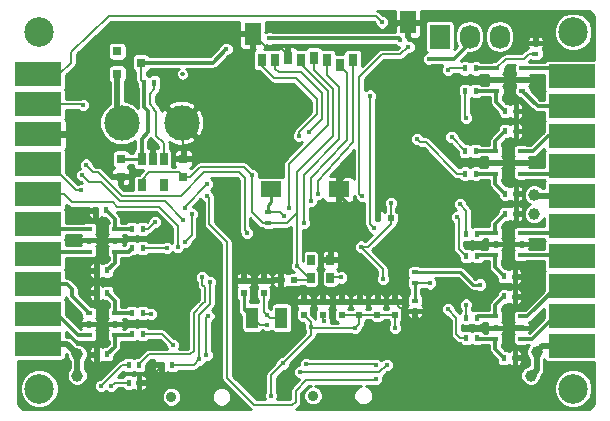
<source format=gbl>
G04 #@! TF.FileFunction,Copper,L4,Bot,Signal*
%FSLAX46Y46*%
G04 Gerber Fmt 4.6, Leading zero omitted, Abs format (unit mm)*
G04 Created by KiCad (PCBNEW (2015-01-16 BZR 5376)-product) date 31.05.2015 18:22:37*
%MOMM*%
G01*
G04 APERTURE LIST*
%ADD10C,0.100000*%
%ADD11R,1.400000X1.900000*%
%ADD12R,1.800000X1.400000*%
%ADD13R,0.800000X1.100000*%
%ADD14R,0.500000X0.600000*%
%ADD15R,0.400000X0.600000*%
%ADD16R,0.600000X0.400000*%
%ADD17R,0.600000X0.500000*%
%ADD18R,0.650000X1.060000*%
%ADD19R,0.650000X0.850000*%
%ADD20R,1.000000X1.800000*%
%ADD21C,2.500000*%
%ADD22R,4.000000X2.000000*%
%ADD23C,3.000000*%
%ADD24R,1.727200X2.032000*%
%ADD25O,1.727200X2.032000*%
%ADD26R,0.750000X0.800000*%
%ADD27R,0.800100X0.800100*%
%ADD28C,0.900000*%
%ADD29C,0.452400*%
%ADD30C,1.000000*%
%ADD31C,0.304800*%
%ADD32C,0.203200*%
%ADD33C,0.508000*%
%ADD34C,0.254000*%
G04 APERTURE END LIST*
D10*
D11*
X117900000Y-78600000D03*
X104750000Y-79550000D03*
D12*
X106350000Y-92750000D03*
X112050000Y-92750000D03*
D13*
X113240000Y-81775000D03*
X112140000Y-82175000D03*
X111040000Y-81775000D03*
X108840000Y-81775000D03*
X109940000Y-81575000D03*
X107740000Y-81575000D03*
X106640000Y-81775000D03*
X105540000Y-81775000D03*
D14*
X110700000Y-103350000D03*
X110700000Y-102250000D03*
D15*
X97950000Y-107600000D03*
X97050000Y-107600000D03*
X126050000Y-107000000D03*
X126950000Y-107000000D03*
X126050000Y-101800000D03*
X126950000Y-101800000D03*
X126050000Y-100100000D03*
X126950000Y-100100000D03*
X126150000Y-94800000D03*
X127050000Y-94800000D03*
X126150000Y-93100000D03*
X127050000Y-93100000D03*
X126150000Y-87800000D03*
X127050000Y-87800000D03*
X126150000Y-86100000D03*
X127050000Y-86100000D03*
D16*
X128700000Y-81250000D03*
X128700000Y-80350000D03*
D14*
X104000000Y-101550000D03*
X104000000Y-100450000D03*
X105700000Y-101550000D03*
X105700000Y-100450000D03*
X109100000Y-103350000D03*
X109100000Y-102250000D03*
X116800000Y-103350000D03*
X116800000Y-102250000D03*
D17*
X116450000Y-95200000D03*
X115350000Y-95200000D03*
D14*
X115300000Y-103350000D03*
X115300000Y-102250000D03*
X113800000Y-103350000D03*
X113800000Y-102250000D03*
X112300000Y-103350000D03*
X112300000Y-102250000D03*
D17*
X108250000Y-100400000D03*
X107150000Y-100400000D03*
D15*
X95550000Y-83700000D03*
X96450000Y-83700000D03*
D16*
X106100000Y-95550000D03*
X106100000Y-94650000D03*
D18*
X95350000Y-90200000D03*
X96300000Y-90200000D03*
X97250000Y-90200000D03*
X97250000Y-92400000D03*
X95350000Y-92400000D03*
D19*
X109700000Y-98700000D03*
X111350000Y-98700000D03*
X109700000Y-100250000D03*
X111350000Y-100250000D03*
D15*
X95450000Y-103200000D03*
X94550000Y-103200000D03*
X95450000Y-105000000D03*
X94550000Y-105000000D03*
X122850000Y-105300000D03*
X123750000Y-105300000D03*
X122850000Y-103600000D03*
X123750000Y-103600000D03*
X122850000Y-98400000D03*
X123750000Y-98400000D03*
X122850000Y-96500000D03*
X123750000Y-96500000D03*
X123650000Y-91400000D03*
X122750000Y-91400000D03*
X123650000Y-89500000D03*
X122750000Y-89500000D03*
X123650000Y-84400000D03*
X122750000Y-84400000D03*
X123650000Y-82500000D03*
X122750000Y-82500000D03*
X94550000Y-96100000D03*
X95450000Y-96100000D03*
X94550000Y-97700000D03*
X95450000Y-97700000D03*
D20*
X104700000Y-103600000D03*
X107200000Y-103600000D03*
D16*
X125300000Y-105400000D03*
X125300000Y-104450000D03*
X125300000Y-103500000D03*
X127500000Y-103500000D03*
X127500000Y-104450000D03*
X127500000Y-105400000D03*
X125300000Y-98300000D03*
X125300000Y-97350000D03*
X125300000Y-96400000D03*
X127500000Y-96400000D03*
X127500000Y-97350000D03*
X127500000Y-98300000D03*
X125300000Y-91400000D03*
X125300000Y-90450000D03*
X125300000Y-89500000D03*
X127500000Y-89500000D03*
X127500000Y-90450000D03*
X127500000Y-91400000D03*
X125400000Y-84400000D03*
X125400000Y-83450000D03*
X125400000Y-82500000D03*
X127600000Y-82500000D03*
X127600000Y-83450000D03*
X127600000Y-84400000D03*
X93100000Y-103200000D03*
X93100000Y-104150000D03*
X93100000Y-105100000D03*
X90900000Y-105100000D03*
X90900000Y-104150000D03*
X90900000Y-103200000D03*
X93100000Y-96100000D03*
X93100000Y-97050000D03*
X93100000Y-98000000D03*
X90900000Y-98000000D03*
X90900000Y-97050000D03*
X90900000Y-96100000D03*
D15*
X92450000Y-101500000D03*
X91550000Y-101500000D03*
X92450000Y-106700000D03*
X91550000Y-106700000D03*
X92350000Y-94500000D03*
X91450000Y-94500000D03*
X92450000Y-99600000D03*
X91550000Y-99600000D03*
D21*
X131900000Y-79400000D03*
D22*
X86600000Y-83000000D03*
X86600000Y-85540000D03*
X86600000Y-88080000D03*
X86600000Y-90620000D03*
X86600000Y-93160000D03*
X86600000Y-95700000D03*
X86600000Y-98240000D03*
X86600000Y-100780000D03*
X86600000Y-103320000D03*
X86600000Y-105860000D03*
X131800000Y-106000000D03*
X131800000Y-103460000D03*
X131800000Y-100920000D03*
X131800000Y-98380000D03*
X131800000Y-95840000D03*
X131800000Y-93300000D03*
X131800000Y-90760000D03*
X131800000Y-88220000D03*
X131800000Y-85680000D03*
X131800000Y-83140000D03*
D21*
X131900000Y-109600000D03*
X86700000Y-109600000D03*
X86700000Y-79400000D03*
D23*
X93660000Y-87100000D03*
X98740000Y-87100000D03*
D24*
X120600000Y-79800000D03*
D25*
X123140000Y-79800000D03*
X125680000Y-79800000D03*
D26*
X93600000Y-90150000D03*
X93600000Y-91650000D03*
X98900000Y-91650000D03*
X98900000Y-90150000D03*
D15*
X95150000Y-109100000D03*
X94250000Y-109100000D03*
X95150000Y-107600000D03*
X94250000Y-107600000D03*
D27*
X93299240Y-82950000D03*
X93299240Y-81050000D03*
X95298220Y-82000000D03*
D16*
X118500000Y-99750000D03*
X118500000Y-100650000D03*
X118500000Y-102150000D03*
X118500000Y-103050000D03*
D28*
X109875000Y-110200000D03*
X97875000Y-110300000D03*
D29*
X112200000Y-100200000D03*
X110826219Y-103918180D03*
X124170000Y-93860000D03*
X117180000Y-82810000D03*
X115310000Y-85490000D03*
X91952015Y-104739579D03*
X91500000Y-107700000D03*
X120100000Y-98700000D03*
X126400000Y-97300000D03*
X126400000Y-96400000D03*
X126400000Y-98300000D03*
X127600000Y-78900000D03*
X126400000Y-90500000D03*
X126400000Y-91400000D03*
X126400000Y-89600000D03*
X126400000Y-104500000D03*
X126400000Y-103500000D03*
X126400000Y-105400000D03*
X126500000Y-83400000D03*
X126500000Y-84400000D03*
X126500000Y-82500000D03*
X96900000Y-100300000D03*
X115400000Y-109900000D03*
X103300000Y-79400000D03*
X116700000Y-79200000D03*
X92000000Y-97000000D03*
X92000000Y-96100000D03*
X92000000Y-98000000D03*
X92000000Y-104200000D03*
X92000000Y-103200000D03*
X95200000Y-110300000D03*
X96300000Y-88900000D03*
X117100000Y-100700000D03*
X120100000Y-102500000D03*
X115711409Y-101011409D03*
X91908295Y-90685477D03*
X89302818Y-88080000D03*
X112410000Y-91680000D03*
X113130000Y-98440000D03*
X112900000Y-94100000D03*
X107080000Y-101770000D03*
X101012579Y-103443542D03*
X116500000Y-93900000D03*
X104700000Y-91500000D03*
X116800000Y-104500000D03*
X113400000Y-104500000D03*
X106300000Y-110200000D03*
X100848601Y-106763833D03*
X107300000Y-107480220D03*
X115800000Y-100300000D03*
X113918180Y-97588591D03*
X108500000Y-99200000D03*
X109688068Y-104403651D03*
X101144585Y-100595370D03*
X100251165Y-107140779D03*
X110300000Y-93100000D03*
X109700000Y-93700000D03*
X107800000Y-94300000D03*
X107400000Y-95000000D03*
X109100000Y-95600000D03*
X98900000Y-95300000D03*
X90331897Y-91545534D03*
X99000000Y-97200000D03*
X99600000Y-94800000D03*
X90200000Y-92818180D03*
X98400000Y-97600000D03*
X100500000Y-100200000D03*
X109501461Y-87901461D03*
X108700000Y-88200000D03*
X106000000Y-104200000D03*
X106011409Y-103411409D03*
X90400000Y-85600000D03*
X117270000Y-80110000D03*
X106160000Y-79960000D03*
X102540000Y-80870000D03*
X96130202Y-103300000D03*
X109300000Y-107500000D03*
X115200000Y-107600000D03*
X98000000Y-105900000D03*
X108800000Y-108200000D03*
X116100000Y-107600000D03*
X121300000Y-102900000D03*
X122800000Y-102500000D03*
X122100000Y-95100000D03*
X122300000Y-94000000D03*
X118700000Y-88500000D03*
X121600000Y-88300000D03*
X122800000Y-86700000D03*
X121300000Y-82600000D03*
X96500000Y-95500000D03*
X99000000Y-94300000D03*
X100900000Y-92300000D03*
X97500000Y-97700000D03*
X114700000Y-84800000D03*
X115020259Y-95997441D03*
X92800000Y-109400000D03*
X91900000Y-109400000D03*
D30*
X128800000Y-106500000D03*
X128300000Y-108500000D03*
X128600000Y-93200000D03*
X128600000Y-94800000D03*
X89900000Y-106700000D03*
X89900000Y-108500000D03*
D29*
X124000000Y-100800000D03*
X119670000Y-81690000D03*
X119800000Y-100700000D03*
X117950000Y-80690000D03*
X115700000Y-78600000D03*
X114000000Y-93300000D03*
X100900000Y-93300000D03*
X115200000Y-108800000D03*
X104300000Y-96400000D03*
X90633024Y-90643368D03*
D31*
X98850760Y-83000000D02*
X98800760Y-82950000D01*
D32*
X111250000Y-100250000D02*
X111250000Y-100207287D01*
X111250000Y-100207287D02*
X111980105Y-100200000D01*
X111980105Y-100200000D02*
X112200000Y-100200000D01*
X110764980Y-103918180D02*
X110826219Y-103918180D01*
X110700000Y-103853200D02*
X110764980Y-103918180D01*
X110700000Y-103350000D02*
X110700000Y-103853200D01*
X124170000Y-93860000D02*
X124170000Y-93850000D01*
X115350000Y-85450000D02*
X115350000Y-85440000D01*
X115310000Y-85490000D02*
X115350000Y-85450000D01*
X91952015Y-105059474D02*
X91952015Y-104739579D01*
X91952015Y-105794785D02*
X91952015Y-105059474D01*
X91550000Y-106700000D02*
X91550000Y-106196800D01*
D31*
X92000000Y-104200000D02*
X92000000Y-104691594D01*
D32*
X91550000Y-106196800D02*
X91952015Y-105794785D01*
D31*
X92000000Y-104691594D02*
X91952015Y-104739579D01*
D32*
X91550000Y-106700000D02*
X91550000Y-107650000D01*
X91550000Y-107650000D02*
X91500000Y-107700000D01*
X97050000Y-107600000D02*
X97050000Y-107700000D01*
X97050000Y-107700000D02*
X95650000Y-109100000D01*
X95650000Y-109100000D02*
X95553200Y-109100000D01*
X95553200Y-109100000D02*
X95150000Y-109100000D01*
D31*
X117900000Y-78600000D02*
X118200000Y-78600000D01*
D32*
X107100000Y-100450000D02*
X107150000Y-100400000D01*
X115300000Y-102250000D02*
X115150000Y-102400000D01*
D31*
X125300000Y-104450000D02*
X125350000Y-104500000D01*
X126950000Y-101800000D02*
X127000000Y-101850000D01*
D32*
X111300000Y-98650000D02*
X111350000Y-98700000D01*
X107740000Y-81575000D02*
X107700000Y-81535000D01*
X98900000Y-87260000D02*
X98740000Y-87100000D01*
X98900000Y-90150000D02*
X98900000Y-87260000D01*
X120100000Y-98700000D02*
X120100000Y-98800000D01*
D31*
X126350000Y-97350000D02*
X127500000Y-97350000D01*
X126400000Y-97300000D02*
X126350000Y-97350000D01*
X126350000Y-97350000D02*
X126400000Y-97300000D01*
X125300000Y-97350000D02*
X126350000Y-97350000D01*
X126400000Y-97300000D02*
X126400000Y-98300000D01*
X126400000Y-96400000D02*
X126400000Y-97300000D01*
X127600000Y-78900000D02*
X128300000Y-78900000D01*
X128300000Y-78900000D02*
X128700000Y-79300000D01*
X128700000Y-79300000D02*
X128700000Y-80350000D01*
X127450000Y-90500000D02*
X126400000Y-90500000D01*
X127500000Y-90450000D02*
X127450000Y-90500000D01*
X125300000Y-90450000D02*
X127500000Y-90450000D01*
X126400000Y-90500000D02*
X126400000Y-91400000D01*
X126400000Y-89600000D02*
X126400000Y-90500000D01*
X127450000Y-104400000D02*
X126400000Y-104400000D01*
X127500000Y-104450000D02*
X127450000Y-104400000D01*
X126350000Y-104450000D02*
X127500000Y-104450000D01*
X126400000Y-104500000D02*
X126350000Y-104450000D01*
X126400000Y-104500000D02*
X126400000Y-103500000D01*
X126400000Y-105400000D02*
X126400000Y-104500000D01*
X127600000Y-83450000D02*
X127550000Y-83400000D01*
X125450000Y-83500000D02*
X126400000Y-83500000D01*
X125400000Y-83450000D02*
X125450000Y-83500000D01*
X126550000Y-83450000D02*
X125400000Y-83450000D01*
X126500000Y-83400000D02*
X126550000Y-83450000D01*
X126500000Y-84400000D02*
X126500000Y-83400000D01*
X126500000Y-83400000D02*
X126500000Y-82500000D01*
D32*
X103450000Y-79550000D02*
X103300000Y-79400000D01*
X104750000Y-79550000D02*
X103450000Y-79550000D01*
X107100000Y-80700000D02*
X105900000Y-80700000D01*
X105900000Y-80700000D02*
X104750000Y-79550000D01*
X107740000Y-81340000D02*
X107100000Y-80700000D01*
X107740000Y-81575000D02*
X107740000Y-81340000D01*
X117300000Y-78600000D02*
X116700000Y-79200000D01*
X117900000Y-78600000D02*
X117300000Y-78600000D01*
D31*
X92050000Y-97050000D02*
X90900000Y-97050000D01*
X92000000Y-97000000D02*
X92050000Y-97050000D01*
X92000000Y-97000000D02*
X92000000Y-96100000D01*
X92000000Y-98000000D02*
X92000000Y-97000000D01*
X92050000Y-97050000D02*
X92000000Y-97000000D01*
X93100000Y-97050000D02*
X92050000Y-97050000D01*
X92050000Y-104150000D02*
X90900000Y-104150000D01*
X92000000Y-104200000D02*
X92050000Y-104150000D01*
X92000000Y-104200000D02*
X92000000Y-103200000D01*
X92050000Y-104150000D02*
X92000000Y-104200000D01*
X93100000Y-104150000D02*
X92050000Y-104150000D01*
X105750000Y-100400000D02*
X107150000Y-100400000D01*
X105700000Y-100450000D02*
X105750000Y-100400000D01*
X104000000Y-100450000D02*
X105700000Y-100450000D01*
X115300000Y-102250000D02*
X116800000Y-102250000D01*
X113800000Y-102250000D02*
X115300000Y-102250000D01*
X112300000Y-102250000D02*
X113800000Y-102250000D01*
X110700000Y-102250000D02*
X112300000Y-102250000D01*
X109100000Y-102250000D02*
X110700000Y-102250000D01*
D32*
X95150000Y-110250000D02*
X95200000Y-110300000D01*
X95150000Y-109100000D02*
X95150000Y-110250000D01*
X96300000Y-90200000D02*
X96300000Y-88900000D01*
D31*
X126550000Y-83450000D02*
X126500000Y-83400000D01*
X127600000Y-83450000D02*
X126550000Y-83450000D01*
X126350000Y-104450000D02*
X126400000Y-104500000D01*
X125300000Y-104450000D02*
X126350000Y-104450000D01*
X112050000Y-92750000D02*
X112050000Y-93250000D01*
X116800000Y-101000000D02*
X117100000Y-100700000D01*
X116800000Y-102250000D02*
X116800000Y-101000000D01*
D32*
X91450000Y-95150000D02*
X92000000Y-95700000D01*
X92000000Y-95700000D02*
X92000000Y-96100000D01*
X91450000Y-94500000D02*
X91450000Y-95150000D01*
X91550000Y-99150000D02*
X92000000Y-98700000D01*
X92000000Y-98700000D02*
X92000000Y-98000000D01*
X91550000Y-99600000D02*
X91550000Y-99150000D01*
X91550000Y-102250000D02*
X92000000Y-102700000D01*
X92000000Y-102700000D02*
X92000000Y-103200000D01*
X91550000Y-101500000D02*
X91550000Y-102250000D01*
X126400000Y-105800000D02*
X126950000Y-106350000D01*
X126950000Y-106350000D02*
X126950000Y-107000000D01*
X126400000Y-105400000D02*
X126400000Y-105800000D01*
X126950000Y-102450000D02*
X126400000Y-103000000D01*
X126400000Y-103000000D02*
X126400000Y-103500000D01*
X126950000Y-101800000D02*
X126950000Y-102450000D01*
X126400000Y-98900000D02*
X126950000Y-99450000D01*
X126950000Y-99450000D02*
X126950000Y-100100000D01*
X126400000Y-98300000D02*
X126400000Y-98900000D01*
X127050000Y-95250000D02*
X126400000Y-95900000D01*
X126400000Y-95900000D02*
X126400000Y-96400000D01*
X127050000Y-94800000D02*
X127050000Y-95250000D01*
X126400000Y-91800000D02*
X127050000Y-92450000D01*
X127050000Y-92450000D02*
X127050000Y-93100000D01*
X126400000Y-91400000D02*
X126400000Y-91800000D01*
X127050000Y-88350000D02*
X126400000Y-89000000D01*
X126400000Y-89000000D02*
X126400000Y-89600000D01*
X127050000Y-87800000D02*
X127050000Y-88350000D01*
X126500000Y-84900000D02*
X127050000Y-85450000D01*
X127050000Y-85450000D02*
X127050000Y-86100000D01*
X126500000Y-84400000D02*
X126500000Y-84900000D01*
X115300000Y-101422818D02*
X115711409Y-101011409D01*
X115300000Y-102250000D02*
X115300000Y-101422818D01*
X93600000Y-91650000D02*
X92872818Y-91650000D01*
X92872818Y-91650000D02*
X91908295Y-90685477D01*
X113800000Y-100621800D02*
X113800000Y-102250000D01*
X111878200Y-98700000D02*
X113800000Y-100621800D01*
X111350000Y-98700000D02*
X111878200Y-98700000D01*
X116800000Y-102300000D02*
X116800000Y-102250000D01*
X117253200Y-102753200D02*
X116800000Y-102300000D01*
X117303200Y-102753200D02*
X117253200Y-102753200D01*
X117600000Y-103050000D02*
X117303200Y-102753200D01*
X118500000Y-103050000D02*
X117600000Y-103050000D01*
X119550000Y-103050000D02*
X118500000Y-103050000D01*
X120100000Y-102500000D02*
X119550000Y-103050000D01*
D33*
X89302818Y-88080000D02*
X91908295Y-90685477D01*
X86600000Y-88080000D02*
X89302818Y-88080000D01*
D32*
X108546800Y-102250000D02*
X109100000Y-102250000D01*
X107150000Y-100853200D02*
X108546800Y-102250000D01*
X107150000Y-100400000D02*
X107150000Y-100853200D01*
D34*
X112050000Y-92020000D02*
X112390000Y-91680000D01*
X112390000Y-91680000D02*
X112410000Y-91680000D01*
X112050000Y-92750000D02*
X112050000Y-92020000D01*
X112870000Y-98700000D02*
X113130000Y-98440000D01*
X111350000Y-98700000D02*
X112870000Y-98700000D01*
D31*
X112050000Y-93250000D02*
X112900000Y-94100000D01*
D32*
X107560000Y-102250000D02*
X107080000Y-101770000D01*
X109100000Y-102250000D02*
X107560000Y-102250000D01*
X100848601Y-106763833D02*
X100848601Y-103607520D01*
X100848601Y-103607520D02*
X101012579Y-103443542D01*
X95350000Y-92400000D02*
X95350000Y-91950000D01*
X95350000Y-91950000D02*
X96000000Y-91300000D01*
X96000000Y-91300000D02*
X98550000Y-91300000D01*
X98550000Y-91300000D02*
X98900000Y-91650000D01*
X109700000Y-100250000D02*
X109550000Y-100250000D01*
X109550000Y-100250000D02*
X108500000Y-99200000D01*
X108250000Y-100400000D02*
X109550000Y-100400000D01*
X113800000Y-103350000D02*
X115300000Y-103350000D01*
X112300000Y-103350000D02*
X113800000Y-103350000D01*
X115300000Y-103350000D02*
X116800000Y-103350000D01*
X116650000Y-103350000D02*
X116800000Y-103350000D01*
X112300000Y-103400000D02*
X112300000Y-103350000D01*
X116500000Y-93900000D02*
X116450000Y-93950000D01*
X116450000Y-93950000D02*
X116450000Y-95200000D01*
X108250000Y-100550000D02*
X108250000Y-100400000D01*
D33*
X98800000Y-91750000D02*
X98900000Y-91650000D01*
X95350000Y-92400000D02*
X95400000Y-92450000D01*
D32*
X116800000Y-104500000D02*
X116800000Y-103350000D01*
X113400000Y-104500000D02*
X113800000Y-104100000D01*
X113800000Y-104100000D02*
X113800000Y-103350000D01*
X106300000Y-110200000D02*
X106300000Y-108480220D01*
X106300000Y-108480220D02*
X107300000Y-107480220D01*
X116450000Y-95200000D02*
X116450000Y-95653200D01*
X115800000Y-100300000D02*
X115800000Y-99470411D01*
X115800000Y-99470411D02*
X113918180Y-97588591D01*
X116450000Y-95653200D02*
X114514609Y-97588591D01*
X114514609Y-97588591D02*
X113918180Y-97588591D01*
X106100000Y-95550000D02*
X105596800Y-95550000D01*
X105596800Y-95550000D02*
X104700000Y-94653200D01*
X104700000Y-94653200D02*
X104700000Y-91500000D01*
X100285409Y-90842791D02*
X104042791Y-90842791D01*
X98900000Y-91650000D02*
X99478200Y-91650000D01*
X99478200Y-91650000D02*
X100285409Y-90842791D01*
X104042791Y-90842791D02*
X104700000Y-91500000D01*
X109100000Y-103300000D02*
X109100000Y-103350000D01*
X109688068Y-103988068D02*
X109688068Y-104403651D01*
X109100000Y-103400000D02*
X109688068Y-103988068D01*
X113400000Y-104500000D02*
X109784417Y-104500000D01*
X109100000Y-103350000D02*
X109100000Y-103400000D01*
X109784417Y-104500000D02*
X109688068Y-104403651D01*
X109688068Y-105092152D02*
X109688068Y-104403651D01*
X107300000Y-107480220D02*
X109688068Y-105092152D01*
X109940000Y-81575000D02*
X109940000Y-82600224D01*
X109940000Y-82600224D02*
X111571630Y-84231854D01*
X111571630Y-84231854D02*
X111571630Y-88228370D01*
X111571630Y-88228370D02*
X108500000Y-91300000D01*
X106231801Y-95581801D02*
X107679265Y-95581801D01*
X106200000Y-95550000D02*
X106231801Y-95581801D01*
X106100000Y-95550000D02*
X106200000Y-95550000D01*
X107679265Y-95581801D02*
X108500000Y-94761066D01*
X108500000Y-93774751D02*
X108500000Y-99200000D01*
X108500000Y-94761066D02*
X108500000Y-93774751D01*
X108500000Y-91300000D02*
X108500000Y-93774751D01*
X101144585Y-100915265D02*
X101144585Y-100595370D01*
X100251165Y-103355734D02*
X101144585Y-102462314D01*
X100251165Y-107140779D02*
X100251165Y-103355734D01*
X101144585Y-102462314D02*
X101144585Y-100915265D01*
X99791944Y-107600000D02*
X100251165Y-107140779D01*
X97950000Y-107600000D02*
X99791944Y-107600000D01*
X113240000Y-88760000D02*
X110300000Y-92000000D01*
X110300000Y-92000000D02*
X110300000Y-93100000D01*
X113240000Y-81775000D02*
X113240000Y-88760000D01*
X112743200Y-82928200D02*
X112743200Y-88556800D01*
X109700000Y-91800000D02*
X109700000Y-93700000D01*
X112140000Y-82175000D02*
X112140000Y-82325000D01*
X112140000Y-82325000D02*
X112743200Y-82928200D01*
X112600000Y-88700000D02*
X109700000Y-91800000D01*
X112743200Y-88556800D02*
X112600000Y-88700000D01*
X108800000Y-81735000D02*
X108840000Y-81775000D01*
X108840000Y-81775000D02*
X108840000Y-82146816D01*
X108840000Y-82146816D02*
X111114420Y-84421236D01*
X111114420Y-84421236D02*
X111114420Y-87285580D01*
X111114420Y-87285580D02*
X107800000Y-90600000D01*
X107800000Y-90600000D02*
X107800000Y-94300000D01*
X107050000Y-94650000D02*
X106100000Y-94650000D01*
X107400000Y-95000000D02*
X107050000Y-94650000D01*
D34*
X106350000Y-92750000D02*
X106350000Y-93850000D01*
X106100000Y-94100000D02*
X106100000Y-94650000D01*
X106350000Y-93850000D02*
X106100000Y-94100000D01*
D32*
X106150000Y-94600000D02*
X106100000Y-94650000D01*
X111100000Y-81835000D02*
X111040000Y-81775000D01*
X112100000Y-84113632D02*
X112100000Y-88500000D01*
X109100000Y-91500000D02*
X109100000Y-95600000D01*
X111040000Y-81775000D02*
X111040000Y-83053632D01*
X112100000Y-88500000D02*
X109100000Y-91500000D01*
X111040000Y-83053632D02*
X112100000Y-84113632D01*
X90943573Y-92157210D02*
X90331897Y-91545534D01*
X91910618Y-92157210D02*
X90943573Y-92157210D01*
X93496218Y-93742810D02*
X91910618Y-92157210D01*
X97342811Y-93742811D02*
X93496218Y-93742810D01*
X98900000Y-95300000D02*
X97342811Y-93742811D01*
X99000000Y-97200000D02*
X99600000Y-96600000D01*
X99600000Y-96600000D02*
X99600000Y-94800000D01*
X87600000Y-90620000D02*
X89798180Y-92818180D01*
X89798180Y-92818180D02*
X90200000Y-92818180D01*
X86600000Y-90620000D02*
X87600000Y-90620000D01*
X87940000Y-93160000D02*
X86600000Y-93160000D01*
X86600000Y-93160000D02*
X88803200Y-93160000D01*
X88803200Y-93160000D02*
X89487599Y-93844399D01*
X89487599Y-93844399D02*
X92951215Y-93844399D01*
X92951215Y-93844399D02*
X93306836Y-94200020D01*
X93306836Y-94200020D02*
X96800021Y-94200021D01*
X96800021Y-94200021D02*
X98400000Y-95800000D01*
X98400000Y-95800000D02*
X98400000Y-97600000D01*
X100500000Y-100519895D02*
X100500000Y-100200000D01*
X100500000Y-100811851D02*
X100500000Y-100519895D01*
X100687375Y-100999226D02*
X100500000Y-100811851D01*
X100687375Y-102272625D02*
X100687375Y-100999226D01*
X100562784Y-102397216D02*
X100687375Y-102272625D01*
X100562784Y-102397523D02*
X100562784Y-102397216D01*
X99793955Y-103166352D02*
X100562784Y-102397523D01*
X99793955Y-106396045D02*
X99793955Y-103166352D01*
X99490000Y-106700000D02*
X99793955Y-106396045D01*
X95950000Y-106700000D02*
X99490000Y-106700000D01*
X95150000Y-107500000D02*
X95950000Y-106700000D01*
X95150000Y-107600000D02*
X95150000Y-107500000D01*
X106954590Y-82842790D02*
X108889382Y-82842790D01*
X106640000Y-81775000D02*
X106640000Y-82528200D01*
X106640000Y-82528200D02*
X106954590Y-82842790D01*
X108889382Y-82842790D02*
X110657210Y-84610618D01*
X110657210Y-84610618D02*
X110657210Y-86745712D01*
X110657210Y-86745712D02*
X109501461Y-87901461D01*
X108700000Y-87880105D02*
X110200000Y-86380105D01*
X108700000Y-88200000D02*
X108700000Y-87880105D01*
X110200000Y-86380105D02*
X110200000Y-85100000D01*
X110200000Y-85100000D02*
X108400000Y-83300000D01*
X105540000Y-82265082D02*
X105540000Y-81775000D01*
X106574918Y-83300000D02*
X105540000Y-82265082D01*
X108400000Y-83300000D02*
X106574918Y-83300000D01*
D34*
X104000000Y-101550000D02*
X104000000Y-102900000D01*
X104000000Y-102900000D02*
X104700000Y-103600000D01*
D32*
X104600000Y-103500000D02*
X104700000Y-103600000D01*
X105400000Y-104200000D02*
X104700000Y-103600000D01*
X106000000Y-104200000D02*
X105400000Y-104200000D01*
X107200000Y-103600000D02*
X106200000Y-103600000D01*
X106200000Y-103600000D02*
X106011409Y-103411409D01*
X105700000Y-103100000D02*
X106011409Y-103411409D01*
X105700000Y-101550000D02*
X105700000Y-103100000D01*
X90400000Y-85600000D02*
X90340000Y-85540000D01*
X90340000Y-85540000D02*
X86600000Y-85540000D01*
D31*
X117270000Y-80110000D02*
X117120000Y-79960000D01*
X117120000Y-79960000D02*
X106160000Y-79960000D01*
X102540000Y-80870000D02*
X101410000Y-82000000D01*
X101410000Y-82000000D02*
X95298220Y-82000000D01*
D34*
X93600000Y-90150000D02*
X95300000Y-90150000D01*
X95300000Y-90150000D02*
X95350000Y-90200000D01*
D32*
X95298220Y-83448220D02*
X95550000Y-83700000D01*
X95298220Y-82000000D02*
X95298220Y-83448220D01*
D31*
X95550000Y-85750000D02*
X95900000Y-86100000D01*
X95900000Y-86100000D02*
X95900000Y-87900000D01*
X95900000Y-87900000D02*
X95350000Y-88450000D01*
X95350000Y-88450000D02*
X95350000Y-90200000D01*
X95550000Y-83700000D02*
X95550000Y-85750000D01*
X130340000Y-103460000D02*
X131800000Y-103460000D01*
X128400000Y-105400000D02*
X130340000Y-103460000D01*
X127500000Y-105400000D02*
X128400000Y-105400000D01*
X130580000Y-100920000D02*
X131800000Y-100920000D01*
X128000000Y-103500000D02*
X130580000Y-100920000D01*
X127500000Y-103500000D02*
X128000000Y-103500000D01*
X131720000Y-98300000D02*
X131800000Y-98380000D01*
X127500000Y-98300000D02*
X131720000Y-98300000D01*
X131240000Y-96400000D02*
X131800000Y-95840000D01*
X127500000Y-96400000D02*
X131240000Y-96400000D01*
X131160000Y-91400000D02*
X131800000Y-90760000D01*
X127500000Y-91400000D02*
X131160000Y-91400000D01*
X128500000Y-89500000D02*
X129780000Y-88220000D01*
X129780000Y-88220000D02*
X131800000Y-88220000D01*
X127500000Y-89500000D02*
X128500000Y-89500000D01*
X128880000Y-85680000D02*
X131800000Y-85680000D01*
X127600000Y-84400000D02*
X128880000Y-85680000D01*
X131160000Y-82500000D02*
X131800000Y-83140000D01*
X127600000Y-82500000D02*
X131160000Y-82500000D01*
D32*
X97250000Y-88850000D02*
X96600000Y-88200000D01*
X96600000Y-88200000D02*
X96600000Y-86200000D01*
X97250000Y-90200000D02*
X97250000Y-88850000D01*
X96450000Y-85931566D02*
X96058010Y-85539576D01*
X96450000Y-86050000D02*
X96450000Y-85931566D01*
X96600000Y-86200000D02*
X96450000Y-86050000D01*
X96058010Y-85539576D02*
X96058010Y-84650000D01*
X96450000Y-84258010D02*
X96450000Y-83700000D01*
X96058010Y-84650000D02*
X96450000Y-84258010D01*
X96130202Y-103300000D02*
X95550000Y-103300000D01*
X95550000Y-103300000D02*
X95450000Y-103200000D01*
X115100000Y-107500000D02*
X109300000Y-107500000D01*
X115200000Y-107600000D02*
X115100000Y-107500000D01*
X116100000Y-107600000D02*
X115500000Y-108200000D01*
X97100000Y-105000000D02*
X95450000Y-105000000D01*
X98000000Y-105900000D02*
X97100000Y-105000000D01*
X115500000Y-108200000D02*
X108800000Y-108200000D01*
X122300000Y-105300000D02*
X122000000Y-105000000D01*
X122000000Y-105000000D02*
X122000000Y-103600000D01*
X122000000Y-103600000D02*
X121300000Y-102900000D01*
X122850000Y-105300000D02*
X122300000Y-105300000D01*
X122800000Y-102500000D02*
X122850000Y-102550000D01*
X122850000Y-102550000D02*
X122850000Y-103600000D01*
X122100000Y-95100000D02*
X122200000Y-95200000D01*
X122200000Y-95200000D02*
X122200000Y-97750000D01*
X122200000Y-97750000D02*
X122850000Y-98400000D01*
X122850000Y-94550000D02*
X122300000Y-94000000D01*
X122850000Y-96500000D02*
X122850000Y-94550000D01*
X118926199Y-88726199D02*
X119426199Y-88726199D01*
X118700000Y-88500000D02*
X118926199Y-88726199D01*
X122100000Y-91400000D02*
X122750000Y-91400000D01*
X119426199Y-88726199D02*
X122100000Y-91400000D01*
X122750000Y-89450000D02*
X121600000Y-88300000D01*
X122750000Y-89500000D02*
X122750000Y-89450000D01*
X122750000Y-86650000D02*
X122750000Y-84400000D01*
X122800000Y-86700000D02*
X122750000Y-86650000D01*
X122750000Y-84650000D02*
X122750000Y-84400000D01*
X121400000Y-82500000D02*
X122750000Y-82500000D01*
X121300000Y-82600000D02*
X121400000Y-82500000D01*
X95500000Y-96050000D02*
X95450000Y-96100000D01*
X95900000Y-96100000D02*
X95450000Y-96100000D01*
X96500000Y-95500000D02*
X95900000Y-96100000D01*
X99000000Y-94200000D02*
X99000000Y-94300000D01*
X100900000Y-92300000D02*
X99000000Y-94200000D01*
X97500000Y-97700000D02*
X95450000Y-97700000D01*
D31*
X86900000Y-96000000D02*
X86600000Y-95700000D01*
X87000000Y-96100000D02*
X86600000Y-95700000D01*
X90900000Y-96100000D02*
X87000000Y-96100000D01*
X89500000Y-101800000D02*
X89500000Y-101200000D01*
X89500000Y-101200000D02*
X89080000Y-100780000D01*
X89080000Y-100780000D02*
X86600000Y-100780000D01*
X90900000Y-103200000D02*
X89500000Y-101800000D01*
X88220000Y-103320000D02*
X86600000Y-103320000D01*
X90000000Y-105100000D02*
X88220000Y-103320000D01*
X90900000Y-105100000D02*
X90000000Y-105100000D01*
X86940000Y-97900000D02*
X86600000Y-98240000D01*
X86840000Y-98000000D02*
X86600000Y-98240000D01*
X90900000Y-98000000D02*
X86840000Y-98000000D01*
X123850000Y-105400000D02*
X125300000Y-105400000D01*
X123750000Y-105300000D02*
X123850000Y-105400000D01*
X125300000Y-106250000D02*
X125300000Y-105400000D01*
X126050000Y-107000000D02*
X125300000Y-106250000D01*
X123850000Y-103500000D02*
X125300000Y-103500000D01*
X123750000Y-103600000D02*
X123850000Y-103500000D01*
X125300000Y-102550000D02*
X125300000Y-103500000D01*
X126050000Y-101800000D02*
X125300000Y-102550000D01*
X125300000Y-95650000D02*
X125300000Y-96400000D01*
X126150000Y-94800000D02*
X125300000Y-95650000D01*
X123850000Y-96400000D02*
X125300000Y-96400000D01*
X123750000Y-96500000D02*
X123850000Y-96400000D01*
X123650000Y-91400000D02*
X125300000Y-91400000D01*
X125300000Y-92250000D02*
X125300000Y-91400000D01*
X126150000Y-93100000D02*
X125300000Y-92250000D01*
X125300000Y-88650000D02*
X125300000Y-89500000D01*
X126150000Y-87800000D02*
X125300000Y-88650000D01*
X123650000Y-89500000D02*
X125300000Y-89500000D01*
X125400000Y-85350000D02*
X125400000Y-84400000D01*
X126150000Y-86100000D02*
X125400000Y-85350000D01*
X123650000Y-84400000D02*
X125400000Y-84400000D01*
X123650000Y-82500000D02*
X125400000Y-82500000D01*
D32*
X128150000Y-81250000D02*
X127700000Y-81700000D01*
X127700000Y-81700000D02*
X126200000Y-81700000D01*
X126200000Y-81700000D02*
X125400000Y-82500000D01*
X128700000Y-81250000D02*
X128150000Y-81250000D01*
D31*
X94550000Y-103200000D02*
X93100000Y-103200000D01*
X93100000Y-102150000D02*
X93100000Y-103200000D01*
X92450000Y-101500000D02*
X93100000Y-102150000D01*
X94450000Y-105100000D02*
X93100000Y-105100000D01*
X94550000Y-105000000D02*
X94450000Y-105100000D01*
X93100000Y-106050000D02*
X93100000Y-105100000D01*
X92450000Y-106700000D02*
X93100000Y-106050000D01*
X94550000Y-96100000D02*
X93100000Y-96100000D01*
X93100000Y-95250000D02*
X93100000Y-96100000D01*
X92350000Y-94500000D02*
X93100000Y-95250000D01*
X94250000Y-98000000D02*
X94550000Y-97700000D01*
X93100000Y-98000000D02*
X94250000Y-98000000D01*
X93100000Y-98950000D02*
X93100000Y-98000000D01*
X92450000Y-99600000D02*
X93100000Y-98950000D01*
X123850000Y-98300000D02*
X125300000Y-98300000D01*
X123750000Y-98400000D02*
X123850000Y-98300000D01*
X125300000Y-99350000D02*
X125300000Y-98300000D01*
X126050000Y-100100000D02*
X125300000Y-99350000D01*
D32*
X114700000Y-84800000D02*
X114700000Y-85119895D01*
X114700000Y-85119895D02*
X114680299Y-85139596D01*
X114680299Y-85139596D02*
X114680299Y-95657481D01*
X114680299Y-95657481D02*
X115020259Y-95997441D01*
X94250000Y-109100000D02*
X93100000Y-109100000D01*
X93100000Y-109100000D02*
X92800000Y-109400000D01*
X93700000Y-107600000D02*
X94250000Y-107600000D01*
X91900000Y-109400000D02*
X93700000Y-107600000D01*
D33*
X128800000Y-106500000D02*
X129300000Y-106000000D01*
X129300000Y-106000000D02*
X131800000Y-106000000D01*
X128800000Y-108000000D02*
X128300000Y-108500000D01*
X128800000Y-106500000D02*
X128800000Y-108000000D01*
X128700000Y-93300000D02*
X131800000Y-93300000D01*
X128600000Y-93200000D02*
X128700000Y-93300000D01*
X89900000Y-106700000D02*
X89060000Y-105860000D01*
X89060000Y-105860000D02*
X86600000Y-105860000D01*
X89900000Y-106700000D02*
X89900000Y-108500000D01*
X93299240Y-86739240D02*
X93299240Y-82950000D01*
X93660000Y-87100000D02*
X93299240Y-86739240D01*
D34*
X118500000Y-99750000D02*
X122350000Y-99750000D01*
X123400000Y-100800000D02*
X124000000Y-100800000D01*
X122350000Y-99750000D02*
X123400000Y-100800000D01*
D31*
X123140000Y-79800000D02*
X123140000Y-80340000D01*
X123140000Y-80340000D02*
X121790000Y-81690000D01*
X121790000Y-81690000D02*
X119670000Y-81690000D01*
X123140000Y-79800000D02*
X123140000Y-80260000D01*
D34*
X118500000Y-102150000D02*
X118500000Y-100650000D01*
D32*
X119800000Y-100700000D02*
X119750000Y-100650000D01*
X119750000Y-100650000D02*
X118500000Y-100650000D01*
X113800000Y-83200000D02*
X115700000Y-81300000D01*
X115700000Y-81300000D02*
X116300000Y-81300000D01*
X116300000Y-81300000D02*
X117250000Y-81300000D01*
X117250000Y-81300000D02*
X117950000Y-80690000D01*
X115700000Y-78600000D02*
X115200000Y-78100000D01*
X115200000Y-78100000D02*
X92600000Y-78100000D01*
X92600000Y-78100000D02*
X89400000Y-81100000D01*
X89400000Y-81100000D02*
X89400000Y-82000000D01*
X114000000Y-93300000D02*
X113800000Y-93100000D01*
X113800000Y-93100000D02*
X113800000Y-83200000D01*
X88400000Y-83000000D02*
X86600000Y-83000000D01*
X88400000Y-83000000D02*
X89400000Y-82000000D01*
X101100000Y-93500000D02*
X100900000Y-93300000D01*
X101100000Y-95700000D02*
X101100000Y-93500000D01*
X102600000Y-97200000D02*
X101100000Y-95700000D01*
X102600000Y-108700000D02*
X102600000Y-97200000D01*
X104900000Y-111000000D02*
X102600000Y-108700000D01*
X108100000Y-111000000D02*
X104900000Y-111000000D01*
X108400000Y-110700000D02*
X108100000Y-111000000D01*
X108400000Y-109800000D02*
X108400000Y-110700000D01*
X109300000Y-108900000D02*
X108400000Y-109800000D01*
X115100000Y-108900000D02*
X109300000Y-108900000D01*
X115200000Y-108800000D02*
X115100000Y-108900000D01*
X103600000Y-91300000D02*
X100665082Y-91300000D01*
X104300000Y-96400000D02*
X104073801Y-96173801D01*
X104073801Y-96173801D02*
X104073801Y-91773801D01*
X104073801Y-91773801D02*
X103600000Y-91300000D01*
X100665082Y-91300000D02*
X98679481Y-93285601D01*
X98679481Y-93285601D02*
X93685601Y-93285601D01*
X93685601Y-93285601D02*
X91695086Y-91295086D01*
X91695086Y-91295086D02*
X91284742Y-91295086D01*
X91284742Y-91295086D02*
X90633024Y-90643368D01*
D34*
G36*
X96767400Y-89266802D02*
X96709936Y-89243000D01*
X96540065Y-89243000D01*
X96529750Y-89243000D01*
X96423000Y-89349750D01*
X96423000Y-90077000D01*
X96443000Y-90077000D01*
X96443000Y-90323000D01*
X96423000Y-90323000D01*
X96423000Y-90343000D01*
X96177000Y-90343000D01*
X96177000Y-90323000D01*
X96157000Y-90323000D01*
X96157000Y-90077000D01*
X96177000Y-90077000D01*
X96177000Y-89349750D01*
X96070250Y-89243000D01*
X96059935Y-89243000D01*
X95890064Y-89243000D01*
X95883400Y-89245760D01*
X95883400Y-88670941D01*
X96160353Y-88393987D01*
X96258750Y-88541250D01*
X96767400Y-89049900D01*
X96767400Y-89266802D01*
X96767400Y-89266802D01*
G37*
X96767400Y-89266802D02*
X96709936Y-89243000D01*
X96540065Y-89243000D01*
X96529750Y-89243000D01*
X96423000Y-89349750D01*
X96423000Y-90077000D01*
X96443000Y-90077000D01*
X96443000Y-90323000D01*
X96423000Y-90323000D01*
X96423000Y-90343000D01*
X96177000Y-90343000D01*
X96177000Y-90323000D01*
X96157000Y-90323000D01*
X96157000Y-90077000D01*
X96177000Y-90077000D01*
X96177000Y-89349750D01*
X96070250Y-89243000D01*
X96059935Y-89243000D01*
X95890064Y-89243000D01*
X95883400Y-89245760D01*
X95883400Y-88670941D01*
X96160353Y-88393987D01*
X96258750Y-88541250D01*
X96767400Y-89049900D01*
X96767400Y-89266802D01*
G36*
X104606267Y-111373000D02*
X102956144Y-111373000D01*
X102956144Y-110135429D01*
X102829898Y-109829891D01*
X102596338Y-109595923D01*
X102291021Y-109469145D01*
X101960429Y-109468856D01*
X101751890Y-109555022D01*
X101751890Y-100475120D01*
X101659644Y-100251868D01*
X101488985Y-100080911D01*
X101265894Y-99988275D01*
X101069437Y-99988104D01*
X101015059Y-99856498D01*
X100844400Y-99685541D01*
X100621309Y-99592905D01*
X100379750Y-99592695D01*
X100156498Y-99684941D01*
X99985541Y-99855600D01*
X99892905Y-100078691D01*
X99892695Y-100320250D01*
X99984941Y-100543502D01*
X100017400Y-100576017D01*
X100017400Y-100811851D01*
X100054136Y-100996534D01*
X100158750Y-101153101D01*
X100204775Y-101199126D01*
X100204775Y-102073032D01*
X99452705Y-102825102D01*
X99348091Y-102981669D01*
X99311355Y-103166352D01*
X99311355Y-106196145D01*
X99290100Y-106217400D01*
X98525670Y-106217400D01*
X98607095Y-106021309D01*
X98607305Y-105779750D01*
X98515059Y-105556498D01*
X98344400Y-105385541D01*
X98121309Y-105292905D01*
X98075365Y-105292865D01*
X97441250Y-104658750D01*
X97284683Y-104554136D01*
X97100000Y-104517400D01*
X96737507Y-104517400D01*
X96737507Y-103179750D01*
X96645261Y-102956498D01*
X96474602Y-102785541D01*
X96251511Y-102692905D01*
X96009952Y-102692695D01*
X95978159Y-102705831D01*
X95926404Y-102627044D01*
X95799784Y-102541574D01*
X95650000Y-102511536D01*
X95250000Y-102511536D01*
X95104726Y-102539722D01*
X94999470Y-102608863D01*
X94899784Y-102541574D01*
X94750000Y-102511536D01*
X94350000Y-102511536D01*
X94204726Y-102539722D01*
X94077044Y-102623596D01*
X94048015Y-102666600D01*
X93633400Y-102666600D01*
X93633400Y-102150000D01*
X93592797Y-101945877D01*
X93477171Y-101772829D01*
X93038464Y-101334122D01*
X93038464Y-101200000D01*
X93010278Y-101054726D01*
X92926404Y-100927044D01*
X92799784Y-100841574D01*
X92650000Y-100811536D01*
X92250000Y-100811536D01*
X92104726Y-100839722D01*
X92037651Y-100883782D01*
X91991876Y-100838007D01*
X91834935Y-100773000D01*
X91756750Y-100773000D01*
X91650000Y-100879750D01*
X91650000Y-101377000D01*
X91693000Y-101377000D01*
X91693000Y-101623000D01*
X91650000Y-101623000D01*
X91650000Y-102120250D01*
X91756750Y-102227000D01*
X91834935Y-102227000D01*
X91991876Y-102161993D01*
X92037665Y-102116203D01*
X92100216Y-102158426D01*
X92250000Y-102188464D01*
X92384122Y-102188464D01*
X92566600Y-102370942D01*
X92566600Y-102697611D01*
X92527044Y-102723596D01*
X92441574Y-102850216D01*
X92411536Y-103000000D01*
X92411536Y-103400000D01*
X92439722Y-103545274D01*
X92503605Y-103642525D01*
X92438007Y-103708124D01*
X92373000Y-103865065D01*
X92373000Y-103943250D01*
X92479750Y-104050000D01*
X92977000Y-104050000D01*
X92977000Y-104007000D01*
X93223000Y-104007000D01*
X93223000Y-104050000D01*
X93720250Y-104050000D01*
X93827000Y-103943250D01*
X93827000Y-103865065D01*
X93772462Y-103733400D01*
X94047611Y-103733400D01*
X94073596Y-103772956D01*
X94200216Y-103858426D01*
X94350000Y-103888464D01*
X94750000Y-103888464D01*
X94895274Y-103860278D01*
X95000529Y-103791136D01*
X95100216Y-103858426D01*
X95250000Y-103888464D01*
X95650000Y-103888464D01*
X95795274Y-103860278D01*
X95834341Y-103834614D01*
X96008893Y-103907095D01*
X96250452Y-103907305D01*
X96473704Y-103815059D01*
X96644661Y-103644400D01*
X96737297Y-103421309D01*
X96737507Y-103179750D01*
X96737507Y-104517400D01*
X95985758Y-104517400D01*
X95926404Y-104427044D01*
X95799784Y-104341574D01*
X95650000Y-104311536D01*
X95250000Y-104311536D01*
X95104726Y-104339722D01*
X94999470Y-104408863D01*
X94899784Y-104341574D01*
X94750000Y-104311536D01*
X94350000Y-104311536D01*
X94204726Y-104339722D01*
X94077044Y-104423596D01*
X93991574Y-104550216D01*
X93988288Y-104566600D01*
X93772462Y-104566600D01*
X93827000Y-104434935D01*
X93827000Y-104356750D01*
X93720250Y-104250000D01*
X93223000Y-104250000D01*
X93223000Y-104293000D01*
X92977000Y-104293000D01*
X92977000Y-104250000D01*
X92479750Y-104250000D01*
X92373000Y-104356750D01*
X92373000Y-104434935D01*
X92438007Y-104591876D01*
X92503945Y-104657814D01*
X92441574Y-104750216D01*
X92411536Y-104900000D01*
X92411536Y-105300000D01*
X92439722Y-105445274D01*
X92523596Y-105572956D01*
X92566600Y-105601984D01*
X92566600Y-105829058D01*
X92384122Y-106011536D01*
X92250000Y-106011536D01*
X92104726Y-106039722D01*
X92037651Y-106083782D01*
X91991876Y-106038007D01*
X91834935Y-105973000D01*
X91756750Y-105973000D01*
X91650000Y-106079750D01*
X91650000Y-106577000D01*
X91693000Y-106577000D01*
X91693000Y-106823000D01*
X91650000Y-106823000D01*
X91650000Y-107320250D01*
X91756750Y-107427000D01*
X91834935Y-107427000D01*
X91991876Y-107361993D01*
X92037665Y-107316203D01*
X92100216Y-107358426D01*
X92250000Y-107388464D01*
X92650000Y-107388464D01*
X92795274Y-107360278D01*
X92922956Y-107276404D01*
X93008426Y-107149784D01*
X93038464Y-107000000D01*
X93038464Y-106865878D01*
X93477171Y-106427171D01*
X93592797Y-106254123D01*
X93633400Y-106050000D01*
X93633400Y-105633400D01*
X94163141Y-105633400D01*
X94200216Y-105658426D01*
X94350000Y-105688464D01*
X94750000Y-105688464D01*
X94895274Y-105660278D01*
X95000529Y-105591136D01*
X95100216Y-105658426D01*
X95250000Y-105688464D01*
X95650000Y-105688464D01*
X95795274Y-105660278D01*
X95922956Y-105576404D01*
X95986274Y-105482600D01*
X96900100Y-105482600D01*
X97392734Y-105975234D01*
X97392695Y-106020250D01*
X97474155Y-106217400D01*
X95950000Y-106217400D01*
X95765317Y-106254136D01*
X95608750Y-106358750D01*
X95055964Y-106911536D01*
X94950000Y-106911536D01*
X94804726Y-106939722D01*
X94699470Y-107008863D01*
X94599784Y-106941574D01*
X94450000Y-106911536D01*
X94050000Y-106911536D01*
X93904726Y-106939722D01*
X93777044Y-107023596D01*
X93713725Y-107117400D01*
X93700000Y-107117400D01*
X93515317Y-107154136D01*
X93358750Y-107258750D01*
X93358747Y-107258753D01*
X91824766Y-108792734D01*
X91779750Y-108792695D01*
X91556498Y-108884941D01*
X91450000Y-108991253D01*
X91450000Y-107320250D01*
X91450000Y-106823000D01*
X91450000Y-106577000D01*
X91450000Y-106079750D01*
X91343250Y-105973000D01*
X91265065Y-105973000D01*
X91108124Y-106038007D01*
X90988007Y-106158124D01*
X90923000Y-106315064D01*
X90923000Y-106470250D01*
X91029750Y-106577000D01*
X91450000Y-106577000D01*
X91450000Y-106823000D01*
X91029750Y-106823000D01*
X90923000Y-106929750D01*
X90923000Y-107084936D01*
X90988007Y-107241876D01*
X91108124Y-107361993D01*
X91265065Y-107427000D01*
X91343250Y-107427000D01*
X91450000Y-107320250D01*
X91450000Y-108991253D01*
X91385541Y-109055600D01*
X91292905Y-109278691D01*
X91292695Y-109520250D01*
X91384941Y-109743502D01*
X91555600Y-109914459D01*
X91778691Y-110007095D01*
X92020250Y-110007305D01*
X92243502Y-109915059D01*
X92350036Y-109808710D01*
X92455600Y-109914459D01*
X92678691Y-110007095D01*
X92920250Y-110007305D01*
X93143502Y-109915059D01*
X93314459Y-109744400D01*
X93381644Y-109582600D01*
X93714241Y-109582600D01*
X93773596Y-109672956D01*
X93900216Y-109758426D01*
X94050000Y-109788464D01*
X94450000Y-109788464D01*
X94595274Y-109760278D01*
X94662348Y-109716217D01*
X94708124Y-109761993D01*
X94865065Y-109827000D01*
X94943250Y-109827000D01*
X95050000Y-109720250D01*
X95050000Y-109223000D01*
X95007000Y-109223000D01*
X95007000Y-108977000D01*
X95050000Y-108977000D01*
X95050000Y-108479750D01*
X94943250Y-108373000D01*
X94865065Y-108373000D01*
X94708124Y-108438007D01*
X94662334Y-108483796D01*
X94599784Y-108441574D01*
X94450000Y-108411536D01*
X94050000Y-108411536D01*
X93904726Y-108439722D01*
X93777044Y-108523596D01*
X93713725Y-108617400D01*
X93365099Y-108617400D01*
X93795056Y-108187442D01*
X93900216Y-108258426D01*
X94050000Y-108288464D01*
X94450000Y-108288464D01*
X94595274Y-108260278D01*
X94700529Y-108191136D01*
X94800216Y-108258426D01*
X94950000Y-108288464D01*
X95350000Y-108288464D01*
X95495274Y-108260278D01*
X95622956Y-108176404D01*
X95708426Y-108049784D01*
X95738464Y-107900000D01*
X95738464Y-107594036D01*
X96149900Y-107182600D01*
X96436447Y-107182600D01*
X96423000Y-107215064D01*
X96423000Y-107370250D01*
X96529750Y-107477000D01*
X96950000Y-107477000D01*
X96950000Y-107457000D01*
X97150000Y-107457000D01*
X97150000Y-107477000D01*
X97193000Y-107477000D01*
X97193000Y-107723000D01*
X97150000Y-107723000D01*
X97150000Y-108220250D01*
X97256750Y-108327000D01*
X97334935Y-108327000D01*
X97491876Y-108261993D01*
X97537665Y-108216203D01*
X97600216Y-108258426D01*
X97750000Y-108288464D01*
X98150000Y-108288464D01*
X98295274Y-108260278D01*
X98422956Y-108176404D01*
X98486274Y-108082600D01*
X99791944Y-108082600D01*
X99976627Y-108045864D01*
X100133194Y-107941250D01*
X100326398Y-107748044D01*
X100371415Y-107748084D01*
X100594667Y-107655838D01*
X100765624Y-107485179D01*
X100813034Y-107371002D01*
X100968851Y-107371138D01*
X101192103Y-107278892D01*
X101363060Y-107108233D01*
X101455696Y-106885142D01*
X101455906Y-106643583D01*
X101363660Y-106420331D01*
X101331201Y-106387815D01*
X101331201Y-103968881D01*
X101356081Y-103958601D01*
X101527038Y-103787942D01*
X101619674Y-103564851D01*
X101619884Y-103323292D01*
X101527638Y-103100040D01*
X101358646Y-102930752D01*
X101485835Y-102803564D01*
X101590449Y-102646997D01*
X101627185Y-102462314D01*
X101627186Y-102462314D01*
X101627185Y-102462308D01*
X101627185Y-100971573D01*
X101659044Y-100939770D01*
X101751680Y-100716679D01*
X101751890Y-100475120D01*
X101751890Y-109555022D01*
X101654891Y-109595102D01*
X101420923Y-109828662D01*
X101294145Y-110133979D01*
X101293856Y-110464571D01*
X101420102Y-110770109D01*
X101653662Y-111004077D01*
X101958979Y-111130855D01*
X102289571Y-111131144D01*
X102595109Y-111004898D01*
X102829077Y-110771338D01*
X102955855Y-110466021D01*
X102956144Y-110135429D01*
X102956144Y-111373000D01*
X98706144Y-111373000D01*
X98706144Y-110135429D01*
X98579898Y-109829891D01*
X98346338Y-109595923D01*
X98041021Y-109469145D01*
X97710429Y-109468856D01*
X97404891Y-109595102D01*
X97170923Y-109828662D01*
X97044145Y-110133979D01*
X97043856Y-110464571D01*
X97170102Y-110770109D01*
X97403662Y-111004077D01*
X97708979Y-111130855D01*
X98039571Y-111131144D01*
X98345109Y-111004898D01*
X98579077Y-110771338D01*
X98705855Y-110466021D01*
X98706144Y-110135429D01*
X98706144Y-111373000D01*
X96950000Y-111373000D01*
X96950000Y-108220250D01*
X96950000Y-107723000D01*
X96529750Y-107723000D01*
X96423000Y-107829750D01*
X96423000Y-107984936D01*
X96488007Y-108141876D01*
X96608124Y-108261993D01*
X96765065Y-108327000D01*
X96843250Y-108327000D01*
X96950000Y-108220250D01*
X96950000Y-111373000D01*
X95777000Y-111373000D01*
X95777000Y-109484936D01*
X95777000Y-109329750D01*
X95777000Y-108870250D01*
X95777000Y-108715064D01*
X95711993Y-108558124D01*
X95591876Y-108438007D01*
X95434935Y-108373000D01*
X95356750Y-108373000D01*
X95250000Y-108479750D01*
X95250000Y-108977000D01*
X95670250Y-108977000D01*
X95777000Y-108870250D01*
X95777000Y-109329750D01*
X95670250Y-109223000D01*
X95250000Y-109223000D01*
X95250000Y-109720250D01*
X95356750Y-109827000D01*
X95434935Y-109827000D01*
X95591876Y-109761993D01*
X95711993Y-109641876D01*
X95777000Y-109484936D01*
X95777000Y-111373000D01*
X88331282Y-111373000D01*
X88331282Y-109276997D01*
X88083501Y-108677320D01*
X87625093Y-108218112D01*
X87025849Y-107969284D01*
X86376997Y-107968718D01*
X85777320Y-108216499D01*
X85318112Y-108674907D01*
X85069284Y-109274151D01*
X85068718Y-109923003D01*
X85316499Y-110522680D01*
X85774907Y-110981888D01*
X86374151Y-111230716D01*
X87023003Y-111231282D01*
X87622680Y-110983501D01*
X88081888Y-110525093D01*
X88330716Y-109925849D01*
X88331282Y-109276997D01*
X88331282Y-111373000D01*
X85352605Y-111373000D01*
X84927000Y-110947395D01*
X84927000Y-107248464D01*
X88600000Y-107248464D01*
X88745274Y-107220278D01*
X88872956Y-107136404D01*
X88958426Y-107009784D01*
X88988464Y-106860000D01*
X88988464Y-106686490D01*
X89018984Y-106717010D01*
X89018847Y-106874473D01*
X89152689Y-107198395D01*
X89265000Y-107310901D01*
X89265000Y-107889056D01*
X89153560Y-108000302D01*
X89019153Y-108323989D01*
X89018847Y-108674473D01*
X89152689Y-108998395D01*
X89400302Y-109246440D01*
X89723989Y-109380847D01*
X90074473Y-109381153D01*
X90398395Y-109247311D01*
X90646440Y-108999698D01*
X90780847Y-108676011D01*
X90781153Y-108325527D01*
X90647311Y-108001605D01*
X90535000Y-107889098D01*
X90535000Y-107310943D01*
X90646440Y-107199698D01*
X90780847Y-106876011D01*
X90781153Y-106525527D01*
X90647311Y-106201605D01*
X90399698Y-105953560D01*
X90076011Y-105819153D01*
X89917040Y-105819014D01*
X89509013Y-105410987D01*
X89303004Y-105273336D01*
X89060000Y-105225000D01*
X88988464Y-105225000D01*
X88988464Y-104860000D01*
X88984324Y-104838666D01*
X89622829Y-105477171D01*
X89795877Y-105592797D01*
X90000000Y-105633400D01*
X90413141Y-105633400D01*
X90450216Y-105658426D01*
X90600000Y-105688464D01*
X91200000Y-105688464D01*
X91345274Y-105660278D01*
X91472956Y-105576404D01*
X91558426Y-105449784D01*
X91588464Y-105300000D01*
X91588464Y-104900000D01*
X91560278Y-104754726D01*
X91496394Y-104657474D01*
X91561993Y-104591876D01*
X91627000Y-104434935D01*
X91627000Y-104356750D01*
X91520250Y-104250000D01*
X91023000Y-104250000D01*
X91023000Y-104293000D01*
X90777000Y-104293000D01*
X90777000Y-104250000D01*
X90279750Y-104250000D01*
X90173000Y-104356750D01*
X90173000Y-104434935D01*
X90227537Y-104566600D01*
X90220942Y-104566600D01*
X88988464Y-103334122D01*
X88988464Y-102320000D01*
X88960278Y-102174726D01*
X88877819Y-102049198D01*
X88958426Y-101929784D01*
X88975490Y-101844693D01*
X89007203Y-102004123D01*
X89122829Y-102177171D01*
X90211536Y-103265878D01*
X90211536Y-103400000D01*
X90239722Y-103545274D01*
X90303605Y-103642525D01*
X90238007Y-103708124D01*
X90173000Y-103865065D01*
X90173000Y-103943250D01*
X90279750Y-104050000D01*
X90777000Y-104050000D01*
X90777000Y-104007000D01*
X91023000Y-104007000D01*
X91023000Y-104050000D01*
X91520250Y-104050000D01*
X91627000Y-103943250D01*
X91627000Y-103865065D01*
X91561993Y-103708124D01*
X91496054Y-103642185D01*
X91558426Y-103549784D01*
X91588464Y-103400000D01*
X91588464Y-103000000D01*
X91560278Y-102854726D01*
X91476404Y-102727044D01*
X91450000Y-102709220D01*
X91450000Y-102120250D01*
X91450000Y-101623000D01*
X91450000Y-101377000D01*
X91450000Y-100879750D01*
X91450000Y-100220250D01*
X91450000Y-99723000D01*
X91450000Y-99477000D01*
X91450000Y-98979750D01*
X91343250Y-98873000D01*
X91265065Y-98873000D01*
X91108124Y-98938007D01*
X90988007Y-99058124D01*
X90923000Y-99215064D01*
X90923000Y-99370250D01*
X91029750Y-99477000D01*
X91450000Y-99477000D01*
X91450000Y-99723000D01*
X91029750Y-99723000D01*
X90923000Y-99829750D01*
X90923000Y-99984936D01*
X90988007Y-100141876D01*
X91108124Y-100261993D01*
X91265065Y-100327000D01*
X91343250Y-100327000D01*
X91450000Y-100220250D01*
X91450000Y-100879750D01*
X91343250Y-100773000D01*
X91265065Y-100773000D01*
X91108124Y-100838007D01*
X90988007Y-100958124D01*
X90923000Y-101115064D01*
X90923000Y-101270250D01*
X91029750Y-101377000D01*
X91450000Y-101377000D01*
X91450000Y-101623000D01*
X91029750Y-101623000D01*
X90923000Y-101729750D01*
X90923000Y-101884936D01*
X90988007Y-102041876D01*
X91108124Y-102161993D01*
X91265065Y-102227000D01*
X91343250Y-102227000D01*
X91450000Y-102120250D01*
X91450000Y-102709220D01*
X91349784Y-102641574D01*
X91200000Y-102611536D01*
X91065878Y-102611536D01*
X90033400Y-101579058D01*
X90033400Y-101200005D01*
X90033400Y-101200000D01*
X90033401Y-101200000D01*
X89992797Y-100995877D01*
X89877171Y-100822829D01*
X89457171Y-100402829D01*
X89284123Y-100287203D01*
X89080000Y-100246600D01*
X88988464Y-100246600D01*
X88988464Y-99780000D01*
X88960278Y-99634726D01*
X88877819Y-99509198D01*
X88958426Y-99389784D01*
X88988464Y-99240000D01*
X88988464Y-98533400D01*
X90413141Y-98533400D01*
X90450216Y-98558426D01*
X90600000Y-98588464D01*
X91200000Y-98588464D01*
X91345274Y-98560278D01*
X91472956Y-98476404D01*
X91558426Y-98349784D01*
X91588464Y-98200000D01*
X91588464Y-97800000D01*
X91560278Y-97654726D01*
X91496394Y-97557474D01*
X91561993Y-97491876D01*
X91627000Y-97334935D01*
X91627000Y-97256750D01*
X91520250Y-97150000D01*
X91023000Y-97150000D01*
X91023000Y-97193000D01*
X90777000Y-97193000D01*
X90777000Y-97150000D01*
X90279750Y-97150000D01*
X90173000Y-97256750D01*
X90173000Y-97334935D01*
X90227537Y-97466600D01*
X88988464Y-97466600D01*
X88988464Y-97240000D01*
X88960278Y-97094726D01*
X88877819Y-96969198D01*
X88958426Y-96849784D01*
X88988464Y-96700000D01*
X88988464Y-96633400D01*
X90227537Y-96633400D01*
X90173000Y-96765065D01*
X90173000Y-96843250D01*
X90279750Y-96950000D01*
X90777000Y-96950000D01*
X90777000Y-96907000D01*
X91023000Y-96907000D01*
X91023000Y-96950000D01*
X91520250Y-96950000D01*
X91627000Y-96843250D01*
X91627000Y-96765065D01*
X91561993Y-96608124D01*
X91496054Y-96542185D01*
X91558426Y-96449784D01*
X91588464Y-96300000D01*
X91588464Y-95900000D01*
X91560278Y-95754726D01*
X91476404Y-95627044D01*
X91350000Y-95541719D01*
X91350000Y-95120250D01*
X91350000Y-94623000D01*
X90929750Y-94623000D01*
X90823000Y-94729750D01*
X90823000Y-94884936D01*
X90888007Y-95041876D01*
X91008124Y-95161993D01*
X91165065Y-95227000D01*
X91243250Y-95227000D01*
X91350000Y-95120250D01*
X91350000Y-95541719D01*
X91349784Y-95541574D01*
X91200000Y-95511536D01*
X90600000Y-95511536D01*
X90454726Y-95539722D01*
X90413809Y-95566600D01*
X88988464Y-95566600D01*
X88988464Y-94700000D01*
X88960278Y-94554726D01*
X88877819Y-94429198D01*
X88958426Y-94309784D01*
X88988464Y-94160000D01*
X88988464Y-94027763D01*
X89146346Y-94185645D01*
X89146349Y-94185649D01*
X89302916Y-94290263D01*
X89487599Y-94326999D01*
X90879749Y-94326999D01*
X90929750Y-94377000D01*
X91350000Y-94377000D01*
X91350000Y-94357000D01*
X91550000Y-94357000D01*
X91550000Y-94377000D01*
X91593000Y-94377000D01*
X91593000Y-94623000D01*
X91550000Y-94623000D01*
X91550000Y-95120250D01*
X91656750Y-95227000D01*
X91734935Y-95227000D01*
X91891876Y-95161993D01*
X91937665Y-95116203D01*
X92000216Y-95158426D01*
X92150000Y-95188464D01*
X92284122Y-95188464D01*
X92566600Y-95470942D01*
X92566600Y-95597611D01*
X92527044Y-95623596D01*
X92441574Y-95750216D01*
X92411536Y-95900000D01*
X92411536Y-96300000D01*
X92439722Y-96445274D01*
X92503605Y-96542525D01*
X92438007Y-96608124D01*
X92373000Y-96765065D01*
X92373000Y-96843250D01*
X92479750Y-96950000D01*
X92977000Y-96950000D01*
X92977000Y-96907000D01*
X93223000Y-96907000D01*
X93223000Y-96950000D01*
X93720250Y-96950000D01*
X93827000Y-96843250D01*
X93827000Y-96765065D01*
X93772462Y-96633400D01*
X94047611Y-96633400D01*
X94073596Y-96672956D01*
X94200216Y-96758426D01*
X94350000Y-96788464D01*
X94750000Y-96788464D01*
X94895274Y-96760278D01*
X95000529Y-96691136D01*
X95100216Y-96758426D01*
X95250000Y-96788464D01*
X95650000Y-96788464D01*
X95795274Y-96760278D01*
X95922956Y-96676404D01*
X95999655Y-96562777D01*
X96084683Y-96545864D01*
X96241250Y-96441250D01*
X96575234Y-96107265D01*
X96620250Y-96107305D01*
X96843502Y-96015059D01*
X97014459Y-95844400D01*
X97107095Y-95621309D01*
X97107305Y-95379750D01*
X97015059Y-95156498D01*
X96844400Y-94985541D01*
X96621309Y-94892905D01*
X96379750Y-94892695D01*
X96156498Y-94984941D01*
X95985541Y-95155600D01*
X95892905Y-95378691D01*
X95892865Y-95424634D01*
X95845241Y-95472258D01*
X95799784Y-95441574D01*
X95650000Y-95411536D01*
X95250000Y-95411536D01*
X95104726Y-95439722D01*
X94999470Y-95508863D01*
X94899784Y-95441574D01*
X94750000Y-95411536D01*
X94350000Y-95411536D01*
X94204726Y-95439722D01*
X94077044Y-95523596D01*
X94048015Y-95566600D01*
X93633400Y-95566600D01*
X93633400Y-95250000D01*
X93592797Y-95045877D01*
X93477171Y-94872829D01*
X93282027Y-94677685D01*
X93306836Y-94682620D01*
X96600120Y-94682620D01*
X97917400Y-95999900D01*
X97917400Y-97223796D01*
X97899964Y-97241202D01*
X97844400Y-97185541D01*
X97621309Y-97092905D01*
X97379750Y-97092695D01*
X97156498Y-97184941D01*
X97123982Y-97217400D01*
X95985758Y-97217400D01*
X95926404Y-97127044D01*
X95799784Y-97041574D01*
X95650000Y-97011536D01*
X95250000Y-97011536D01*
X95104726Y-97039722D01*
X94999470Y-97108863D01*
X94899784Y-97041574D01*
X94750000Y-97011536D01*
X94350000Y-97011536D01*
X94204726Y-97039722D01*
X94077044Y-97123596D01*
X93991574Y-97250216D01*
X93961536Y-97400000D01*
X93961536Y-97466600D01*
X93772462Y-97466600D01*
X93827000Y-97334935D01*
X93827000Y-97256750D01*
X93720250Y-97150000D01*
X93223000Y-97150000D01*
X93223000Y-97193000D01*
X92977000Y-97193000D01*
X92977000Y-97150000D01*
X92479750Y-97150000D01*
X92373000Y-97256750D01*
X92373000Y-97334935D01*
X92438007Y-97491876D01*
X92503945Y-97557814D01*
X92441574Y-97650216D01*
X92411536Y-97800000D01*
X92411536Y-98200000D01*
X92439722Y-98345274D01*
X92523596Y-98472956D01*
X92566600Y-98501984D01*
X92566600Y-98729058D01*
X92384122Y-98911536D01*
X92250000Y-98911536D01*
X92104726Y-98939722D01*
X92037651Y-98983782D01*
X91991876Y-98938007D01*
X91834935Y-98873000D01*
X91756750Y-98873000D01*
X91650000Y-98979750D01*
X91650000Y-99477000D01*
X91693000Y-99477000D01*
X91693000Y-99723000D01*
X91650000Y-99723000D01*
X91650000Y-100220250D01*
X91756750Y-100327000D01*
X91834935Y-100327000D01*
X91991876Y-100261993D01*
X92037665Y-100216203D01*
X92100216Y-100258426D01*
X92250000Y-100288464D01*
X92650000Y-100288464D01*
X92795274Y-100260278D01*
X92922956Y-100176404D01*
X93008426Y-100049784D01*
X93038464Y-99900000D01*
X93038464Y-99765878D01*
X93477171Y-99327171D01*
X93592797Y-99154123D01*
X93633400Y-98950000D01*
X93633400Y-98533400D01*
X94250000Y-98533400D01*
X94454123Y-98492797D01*
X94610269Y-98388464D01*
X94750000Y-98388464D01*
X94895274Y-98360278D01*
X95000529Y-98291136D01*
X95100216Y-98358426D01*
X95250000Y-98388464D01*
X95650000Y-98388464D01*
X95795274Y-98360278D01*
X95922956Y-98276404D01*
X95986274Y-98182600D01*
X97123796Y-98182600D01*
X97155600Y-98214459D01*
X97378691Y-98307095D01*
X97620250Y-98307305D01*
X97843502Y-98215059D01*
X98000035Y-98058797D01*
X98055600Y-98114459D01*
X98278691Y-98207095D01*
X98520250Y-98207305D01*
X98743502Y-98115059D01*
X98914459Y-97944400D01*
X98971439Y-97807175D01*
X99120250Y-97807305D01*
X99343502Y-97715059D01*
X99514459Y-97544400D01*
X99607095Y-97321309D01*
X99607134Y-97275365D01*
X99941250Y-96941250D01*
X100045864Y-96784683D01*
X100082600Y-96600000D01*
X100082600Y-95176203D01*
X100114459Y-95144400D01*
X100207095Y-94921309D01*
X100207305Y-94679750D01*
X100115059Y-94456498D01*
X99944400Y-94285541D01*
X99721309Y-94192905D01*
X99689622Y-94192877D01*
X100342269Y-93540230D01*
X100384941Y-93643502D01*
X100555600Y-93814459D01*
X100617400Y-93840120D01*
X100617400Y-95700000D01*
X100654136Y-95884683D01*
X100758750Y-96041250D01*
X102117400Y-97399899D01*
X102117400Y-108700000D01*
X102154136Y-108884683D01*
X102258750Y-109041250D01*
X104558750Y-111341250D01*
X104606267Y-111373000D01*
X104606267Y-111373000D01*
G37*
X104606267Y-111373000D02*
X102956144Y-111373000D01*
X102956144Y-110135429D01*
X102829898Y-109829891D01*
X102596338Y-109595923D01*
X102291021Y-109469145D01*
X101960429Y-109468856D01*
X101751890Y-109555022D01*
X101751890Y-100475120D01*
X101659644Y-100251868D01*
X101488985Y-100080911D01*
X101265894Y-99988275D01*
X101069437Y-99988104D01*
X101015059Y-99856498D01*
X100844400Y-99685541D01*
X100621309Y-99592905D01*
X100379750Y-99592695D01*
X100156498Y-99684941D01*
X99985541Y-99855600D01*
X99892905Y-100078691D01*
X99892695Y-100320250D01*
X99984941Y-100543502D01*
X100017400Y-100576017D01*
X100017400Y-100811851D01*
X100054136Y-100996534D01*
X100158750Y-101153101D01*
X100204775Y-101199126D01*
X100204775Y-102073032D01*
X99452705Y-102825102D01*
X99348091Y-102981669D01*
X99311355Y-103166352D01*
X99311355Y-106196145D01*
X99290100Y-106217400D01*
X98525670Y-106217400D01*
X98607095Y-106021309D01*
X98607305Y-105779750D01*
X98515059Y-105556498D01*
X98344400Y-105385541D01*
X98121309Y-105292905D01*
X98075365Y-105292865D01*
X97441250Y-104658750D01*
X97284683Y-104554136D01*
X97100000Y-104517400D01*
X96737507Y-104517400D01*
X96737507Y-103179750D01*
X96645261Y-102956498D01*
X96474602Y-102785541D01*
X96251511Y-102692905D01*
X96009952Y-102692695D01*
X95978159Y-102705831D01*
X95926404Y-102627044D01*
X95799784Y-102541574D01*
X95650000Y-102511536D01*
X95250000Y-102511536D01*
X95104726Y-102539722D01*
X94999470Y-102608863D01*
X94899784Y-102541574D01*
X94750000Y-102511536D01*
X94350000Y-102511536D01*
X94204726Y-102539722D01*
X94077044Y-102623596D01*
X94048015Y-102666600D01*
X93633400Y-102666600D01*
X93633400Y-102150000D01*
X93592797Y-101945877D01*
X93477171Y-101772829D01*
X93038464Y-101334122D01*
X93038464Y-101200000D01*
X93010278Y-101054726D01*
X92926404Y-100927044D01*
X92799784Y-100841574D01*
X92650000Y-100811536D01*
X92250000Y-100811536D01*
X92104726Y-100839722D01*
X92037651Y-100883782D01*
X91991876Y-100838007D01*
X91834935Y-100773000D01*
X91756750Y-100773000D01*
X91650000Y-100879750D01*
X91650000Y-101377000D01*
X91693000Y-101377000D01*
X91693000Y-101623000D01*
X91650000Y-101623000D01*
X91650000Y-102120250D01*
X91756750Y-102227000D01*
X91834935Y-102227000D01*
X91991876Y-102161993D01*
X92037665Y-102116203D01*
X92100216Y-102158426D01*
X92250000Y-102188464D01*
X92384122Y-102188464D01*
X92566600Y-102370942D01*
X92566600Y-102697611D01*
X92527044Y-102723596D01*
X92441574Y-102850216D01*
X92411536Y-103000000D01*
X92411536Y-103400000D01*
X92439722Y-103545274D01*
X92503605Y-103642525D01*
X92438007Y-103708124D01*
X92373000Y-103865065D01*
X92373000Y-103943250D01*
X92479750Y-104050000D01*
X92977000Y-104050000D01*
X92977000Y-104007000D01*
X93223000Y-104007000D01*
X93223000Y-104050000D01*
X93720250Y-104050000D01*
X93827000Y-103943250D01*
X93827000Y-103865065D01*
X93772462Y-103733400D01*
X94047611Y-103733400D01*
X94073596Y-103772956D01*
X94200216Y-103858426D01*
X94350000Y-103888464D01*
X94750000Y-103888464D01*
X94895274Y-103860278D01*
X95000529Y-103791136D01*
X95100216Y-103858426D01*
X95250000Y-103888464D01*
X95650000Y-103888464D01*
X95795274Y-103860278D01*
X95834341Y-103834614D01*
X96008893Y-103907095D01*
X96250452Y-103907305D01*
X96473704Y-103815059D01*
X96644661Y-103644400D01*
X96737297Y-103421309D01*
X96737507Y-103179750D01*
X96737507Y-104517400D01*
X95985758Y-104517400D01*
X95926404Y-104427044D01*
X95799784Y-104341574D01*
X95650000Y-104311536D01*
X95250000Y-104311536D01*
X95104726Y-104339722D01*
X94999470Y-104408863D01*
X94899784Y-104341574D01*
X94750000Y-104311536D01*
X94350000Y-104311536D01*
X94204726Y-104339722D01*
X94077044Y-104423596D01*
X93991574Y-104550216D01*
X93988288Y-104566600D01*
X93772462Y-104566600D01*
X93827000Y-104434935D01*
X93827000Y-104356750D01*
X93720250Y-104250000D01*
X93223000Y-104250000D01*
X93223000Y-104293000D01*
X92977000Y-104293000D01*
X92977000Y-104250000D01*
X92479750Y-104250000D01*
X92373000Y-104356750D01*
X92373000Y-104434935D01*
X92438007Y-104591876D01*
X92503945Y-104657814D01*
X92441574Y-104750216D01*
X92411536Y-104900000D01*
X92411536Y-105300000D01*
X92439722Y-105445274D01*
X92523596Y-105572956D01*
X92566600Y-105601984D01*
X92566600Y-105829058D01*
X92384122Y-106011536D01*
X92250000Y-106011536D01*
X92104726Y-106039722D01*
X92037651Y-106083782D01*
X91991876Y-106038007D01*
X91834935Y-105973000D01*
X91756750Y-105973000D01*
X91650000Y-106079750D01*
X91650000Y-106577000D01*
X91693000Y-106577000D01*
X91693000Y-106823000D01*
X91650000Y-106823000D01*
X91650000Y-107320250D01*
X91756750Y-107427000D01*
X91834935Y-107427000D01*
X91991876Y-107361993D01*
X92037665Y-107316203D01*
X92100216Y-107358426D01*
X92250000Y-107388464D01*
X92650000Y-107388464D01*
X92795274Y-107360278D01*
X92922956Y-107276404D01*
X93008426Y-107149784D01*
X93038464Y-107000000D01*
X93038464Y-106865878D01*
X93477171Y-106427171D01*
X93592797Y-106254123D01*
X93633400Y-106050000D01*
X93633400Y-105633400D01*
X94163141Y-105633400D01*
X94200216Y-105658426D01*
X94350000Y-105688464D01*
X94750000Y-105688464D01*
X94895274Y-105660278D01*
X95000529Y-105591136D01*
X95100216Y-105658426D01*
X95250000Y-105688464D01*
X95650000Y-105688464D01*
X95795274Y-105660278D01*
X95922956Y-105576404D01*
X95986274Y-105482600D01*
X96900100Y-105482600D01*
X97392734Y-105975234D01*
X97392695Y-106020250D01*
X97474155Y-106217400D01*
X95950000Y-106217400D01*
X95765317Y-106254136D01*
X95608750Y-106358750D01*
X95055964Y-106911536D01*
X94950000Y-106911536D01*
X94804726Y-106939722D01*
X94699470Y-107008863D01*
X94599784Y-106941574D01*
X94450000Y-106911536D01*
X94050000Y-106911536D01*
X93904726Y-106939722D01*
X93777044Y-107023596D01*
X93713725Y-107117400D01*
X93700000Y-107117400D01*
X93515317Y-107154136D01*
X93358750Y-107258750D01*
X93358747Y-107258753D01*
X91824766Y-108792734D01*
X91779750Y-108792695D01*
X91556498Y-108884941D01*
X91450000Y-108991253D01*
X91450000Y-107320250D01*
X91450000Y-106823000D01*
X91450000Y-106577000D01*
X91450000Y-106079750D01*
X91343250Y-105973000D01*
X91265065Y-105973000D01*
X91108124Y-106038007D01*
X90988007Y-106158124D01*
X90923000Y-106315064D01*
X90923000Y-106470250D01*
X91029750Y-106577000D01*
X91450000Y-106577000D01*
X91450000Y-106823000D01*
X91029750Y-106823000D01*
X90923000Y-106929750D01*
X90923000Y-107084936D01*
X90988007Y-107241876D01*
X91108124Y-107361993D01*
X91265065Y-107427000D01*
X91343250Y-107427000D01*
X91450000Y-107320250D01*
X91450000Y-108991253D01*
X91385541Y-109055600D01*
X91292905Y-109278691D01*
X91292695Y-109520250D01*
X91384941Y-109743502D01*
X91555600Y-109914459D01*
X91778691Y-110007095D01*
X92020250Y-110007305D01*
X92243502Y-109915059D01*
X92350036Y-109808710D01*
X92455600Y-109914459D01*
X92678691Y-110007095D01*
X92920250Y-110007305D01*
X93143502Y-109915059D01*
X93314459Y-109744400D01*
X93381644Y-109582600D01*
X93714241Y-109582600D01*
X93773596Y-109672956D01*
X93900216Y-109758426D01*
X94050000Y-109788464D01*
X94450000Y-109788464D01*
X94595274Y-109760278D01*
X94662348Y-109716217D01*
X94708124Y-109761993D01*
X94865065Y-109827000D01*
X94943250Y-109827000D01*
X95050000Y-109720250D01*
X95050000Y-109223000D01*
X95007000Y-109223000D01*
X95007000Y-108977000D01*
X95050000Y-108977000D01*
X95050000Y-108479750D01*
X94943250Y-108373000D01*
X94865065Y-108373000D01*
X94708124Y-108438007D01*
X94662334Y-108483796D01*
X94599784Y-108441574D01*
X94450000Y-108411536D01*
X94050000Y-108411536D01*
X93904726Y-108439722D01*
X93777044Y-108523596D01*
X93713725Y-108617400D01*
X93365099Y-108617400D01*
X93795056Y-108187442D01*
X93900216Y-108258426D01*
X94050000Y-108288464D01*
X94450000Y-108288464D01*
X94595274Y-108260278D01*
X94700529Y-108191136D01*
X94800216Y-108258426D01*
X94950000Y-108288464D01*
X95350000Y-108288464D01*
X95495274Y-108260278D01*
X95622956Y-108176404D01*
X95708426Y-108049784D01*
X95738464Y-107900000D01*
X95738464Y-107594036D01*
X96149900Y-107182600D01*
X96436447Y-107182600D01*
X96423000Y-107215064D01*
X96423000Y-107370250D01*
X96529750Y-107477000D01*
X96950000Y-107477000D01*
X96950000Y-107457000D01*
X97150000Y-107457000D01*
X97150000Y-107477000D01*
X97193000Y-107477000D01*
X97193000Y-107723000D01*
X97150000Y-107723000D01*
X97150000Y-108220250D01*
X97256750Y-108327000D01*
X97334935Y-108327000D01*
X97491876Y-108261993D01*
X97537665Y-108216203D01*
X97600216Y-108258426D01*
X97750000Y-108288464D01*
X98150000Y-108288464D01*
X98295274Y-108260278D01*
X98422956Y-108176404D01*
X98486274Y-108082600D01*
X99791944Y-108082600D01*
X99976627Y-108045864D01*
X100133194Y-107941250D01*
X100326398Y-107748044D01*
X100371415Y-107748084D01*
X100594667Y-107655838D01*
X100765624Y-107485179D01*
X100813034Y-107371002D01*
X100968851Y-107371138D01*
X101192103Y-107278892D01*
X101363060Y-107108233D01*
X101455696Y-106885142D01*
X101455906Y-106643583D01*
X101363660Y-106420331D01*
X101331201Y-106387815D01*
X101331201Y-103968881D01*
X101356081Y-103958601D01*
X101527038Y-103787942D01*
X101619674Y-103564851D01*
X101619884Y-103323292D01*
X101527638Y-103100040D01*
X101358646Y-102930752D01*
X101485835Y-102803564D01*
X101590449Y-102646997D01*
X101627185Y-102462314D01*
X101627186Y-102462314D01*
X101627185Y-102462308D01*
X101627185Y-100971573D01*
X101659044Y-100939770D01*
X101751680Y-100716679D01*
X101751890Y-100475120D01*
X101751890Y-109555022D01*
X101654891Y-109595102D01*
X101420923Y-109828662D01*
X101294145Y-110133979D01*
X101293856Y-110464571D01*
X101420102Y-110770109D01*
X101653662Y-111004077D01*
X101958979Y-111130855D01*
X102289571Y-111131144D01*
X102595109Y-111004898D01*
X102829077Y-110771338D01*
X102955855Y-110466021D01*
X102956144Y-110135429D01*
X102956144Y-111373000D01*
X98706144Y-111373000D01*
X98706144Y-110135429D01*
X98579898Y-109829891D01*
X98346338Y-109595923D01*
X98041021Y-109469145D01*
X97710429Y-109468856D01*
X97404891Y-109595102D01*
X97170923Y-109828662D01*
X97044145Y-110133979D01*
X97043856Y-110464571D01*
X97170102Y-110770109D01*
X97403662Y-111004077D01*
X97708979Y-111130855D01*
X98039571Y-111131144D01*
X98345109Y-111004898D01*
X98579077Y-110771338D01*
X98705855Y-110466021D01*
X98706144Y-110135429D01*
X98706144Y-111373000D01*
X96950000Y-111373000D01*
X96950000Y-108220250D01*
X96950000Y-107723000D01*
X96529750Y-107723000D01*
X96423000Y-107829750D01*
X96423000Y-107984936D01*
X96488007Y-108141876D01*
X96608124Y-108261993D01*
X96765065Y-108327000D01*
X96843250Y-108327000D01*
X96950000Y-108220250D01*
X96950000Y-111373000D01*
X95777000Y-111373000D01*
X95777000Y-109484936D01*
X95777000Y-109329750D01*
X95777000Y-108870250D01*
X95777000Y-108715064D01*
X95711993Y-108558124D01*
X95591876Y-108438007D01*
X95434935Y-108373000D01*
X95356750Y-108373000D01*
X95250000Y-108479750D01*
X95250000Y-108977000D01*
X95670250Y-108977000D01*
X95777000Y-108870250D01*
X95777000Y-109329750D01*
X95670250Y-109223000D01*
X95250000Y-109223000D01*
X95250000Y-109720250D01*
X95356750Y-109827000D01*
X95434935Y-109827000D01*
X95591876Y-109761993D01*
X95711993Y-109641876D01*
X95777000Y-109484936D01*
X95777000Y-111373000D01*
X88331282Y-111373000D01*
X88331282Y-109276997D01*
X88083501Y-108677320D01*
X87625093Y-108218112D01*
X87025849Y-107969284D01*
X86376997Y-107968718D01*
X85777320Y-108216499D01*
X85318112Y-108674907D01*
X85069284Y-109274151D01*
X85068718Y-109923003D01*
X85316499Y-110522680D01*
X85774907Y-110981888D01*
X86374151Y-111230716D01*
X87023003Y-111231282D01*
X87622680Y-110983501D01*
X88081888Y-110525093D01*
X88330716Y-109925849D01*
X88331282Y-109276997D01*
X88331282Y-111373000D01*
X85352605Y-111373000D01*
X84927000Y-110947395D01*
X84927000Y-107248464D01*
X88600000Y-107248464D01*
X88745274Y-107220278D01*
X88872956Y-107136404D01*
X88958426Y-107009784D01*
X88988464Y-106860000D01*
X88988464Y-106686490D01*
X89018984Y-106717010D01*
X89018847Y-106874473D01*
X89152689Y-107198395D01*
X89265000Y-107310901D01*
X89265000Y-107889056D01*
X89153560Y-108000302D01*
X89019153Y-108323989D01*
X89018847Y-108674473D01*
X89152689Y-108998395D01*
X89400302Y-109246440D01*
X89723989Y-109380847D01*
X90074473Y-109381153D01*
X90398395Y-109247311D01*
X90646440Y-108999698D01*
X90780847Y-108676011D01*
X90781153Y-108325527D01*
X90647311Y-108001605D01*
X90535000Y-107889098D01*
X90535000Y-107310943D01*
X90646440Y-107199698D01*
X90780847Y-106876011D01*
X90781153Y-106525527D01*
X90647311Y-106201605D01*
X90399698Y-105953560D01*
X90076011Y-105819153D01*
X89917040Y-105819014D01*
X89509013Y-105410987D01*
X89303004Y-105273336D01*
X89060000Y-105225000D01*
X88988464Y-105225000D01*
X88988464Y-104860000D01*
X88984324Y-104838666D01*
X89622829Y-105477171D01*
X89795877Y-105592797D01*
X90000000Y-105633400D01*
X90413141Y-105633400D01*
X90450216Y-105658426D01*
X90600000Y-105688464D01*
X91200000Y-105688464D01*
X91345274Y-105660278D01*
X91472956Y-105576404D01*
X91558426Y-105449784D01*
X91588464Y-105300000D01*
X91588464Y-104900000D01*
X91560278Y-104754726D01*
X91496394Y-104657474D01*
X91561993Y-104591876D01*
X91627000Y-104434935D01*
X91627000Y-104356750D01*
X91520250Y-104250000D01*
X91023000Y-104250000D01*
X91023000Y-104293000D01*
X90777000Y-104293000D01*
X90777000Y-104250000D01*
X90279750Y-104250000D01*
X90173000Y-104356750D01*
X90173000Y-104434935D01*
X90227537Y-104566600D01*
X90220942Y-104566600D01*
X88988464Y-103334122D01*
X88988464Y-102320000D01*
X88960278Y-102174726D01*
X88877819Y-102049198D01*
X88958426Y-101929784D01*
X88975490Y-101844693D01*
X89007203Y-102004123D01*
X89122829Y-102177171D01*
X90211536Y-103265878D01*
X90211536Y-103400000D01*
X90239722Y-103545274D01*
X90303605Y-103642525D01*
X90238007Y-103708124D01*
X90173000Y-103865065D01*
X90173000Y-103943250D01*
X90279750Y-104050000D01*
X90777000Y-104050000D01*
X90777000Y-104007000D01*
X91023000Y-104007000D01*
X91023000Y-104050000D01*
X91520250Y-104050000D01*
X91627000Y-103943250D01*
X91627000Y-103865065D01*
X91561993Y-103708124D01*
X91496054Y-103642185D01*
X91558426Y-103549784D01*
X91588464Y-103400000D01*
X91588464Y-103000000D01*
X91560278Y-102854726D01*
X91476404Y-102727044D01*
X91450000Y-102709220D01*
X91450000Y-102120250D01*
X91450000Y-101623000D01*
X91450000Y-101377000D01*
X91450000Y-100879750D01*
X91450000Y-100220250D01*
X91450000Y-99723000D01*
X91450000Y-99477000D01*
X91450000Y-98979750D01*
X91343250Y-98873000D01*
X91265065Y-98873000D01*
X91108124Y-98938007D01*
X90988007Y-99058124D01*
X90923000Y-99215064D01*
X90923000Y-99370250D01*
X91029750Y-99477000D01*
X91450000Y-99477000D01*
X91450000Y-99723000D01*
X91029750Y-99723000D01*
X90923000Y-99829750D01*
X90923000Y-99984936D01*
X90988007Y-100141876D01*
X91108124Y-100261993D01*
X91265065Y-100327000D01*
X91343250Y-100327000D01*
X91450000Y-100220250D01*
X91450000Y-100879750D01*
X91343250Y-100773000D01*
X91265065Y-100773000D01*
X91108124Y-100838007D01*
X90988007Y-100958124D01*
X90923000Y-101115064D01*
X90923000Y-101270250D01*
X91029750Y-101377000D01*
X91450000Y-101377000D01*
X91450000Y-101623000D01*
X91029750Y-101623000D01*
X90923000Y-101729750D01*
X90923000Y-101884936D01*
X90988007Y-102041876D01*
X91108124Y-102161993D01*
X91265065Y-102227000D01*
X91343250Y-102227000D01*
X91450000Y-102120250D01*
X91450000Y-102709220D01*
X91349784Y-102641574D01*
X91200000Y-102611536D01*
X91065878Y-102611536D01*
X90033400Y-101579058D01*
X90033400Y-101200005D01*
X90033400Y-101200000D01*
X90033401Y-101200000D01*
X89992797Y-100995877D01*
X89877171Y-100822829D01*
X89457171Y-100402829D01*
X89284123Y-100287203D01*
X89080000Y-100246600D01*
X88988464Y-100246600D01*
X88988464Y-99780000D01*
X88960278Y-99634726D01*
X88877819Y-99509198D01*
X88958426Y-99389784D01*
X88988464Y-99240000D01*
X88988464Y-98533400D01*
X90413141Y-98533400D01*
X90450216Y-98558426D01*
X90600000Y-98588464D01*
X91200000Y-98588464D01*
X91345274Y-98560278D01*
X91472956Y-98476404D01*
X91558426Y-98349784D01*
X91588464Y-98200000D01*
X91588464Y-97800000D01*
X91560278Y-97654726D01*
X91496394Y-97557474D01*
X91561993Y-97491876D01*
X91627000Y-97334935D01*
X91627000Y-97256750D01*
X91520250Y-97150000D01*
X91023000Y-97150000D01*
X91023000Y-97193000D01*
X90777000Y-97193000D01*
X90777000Y-97150000D01*
X90279750Y-97150000D01*
X90173000Y-97256750D01*
X90173000Y-97334935D01*
X90227537Y-97466600D01*
X88988464Y-97466600D01*
X88988464Y-97240000D01*
X88960278Y-97094726D01*
X88877819Y-96969198D01*
X88958426Y-96849784D01*
X88988464Y-96700000D01*
X88988464Y-96633400D01*
X90227537Y-96633400D01*
X90173000Y-96765065D01*
X90173000Y-96843250D01*
X90279750Y-96950000D01*
X90777000Y-96950000D01*
X90777000Y-96907000D01*
X91023000Y-96907000D01*
X91023000Y-96950000D01*
X91520250Y-96950000D01*
X91627000Y-96843250D01*
X91627000Y-96765065D01*
X91561993Y-96608124D01*
X91496054Y-96542185D01*
X91558426Y-96449784D01*
X91588464Y-96300000D01*
X91588464Y-95900000D01*
X91560278Y-95754726D01*
X91476404Y-95627044D01*
X91350000Y-95541719D01*
X91350000Y-95120250D01*
X91350000Y-94623000D01*
X90929750Y-94623000D01*
X90823000Y-94729750D01*
X90823000Y-94884936D01*
X90888007Y-95041876D01*
X91008124Y-95161993D01*
X91165065Y-95227000D01*
X91243250Y-95227000D01*
X91350000Y-95120250D01*
X91350000Y-95541719D01*
X91349784Y-95541574D01*
X91200000Y-95511536D01*
X90600000Y-95511536D01*
X90454726Y-95539722D01*
X90413809Y-95566600D01*
X88988464Y-95566600D01*
X88988464Y-94700000D01*
X88960278Y-94554726D01*
X88877819Y-94429198D01*
X88958426Y-94309784D01*
X88988464Y-94160000D01*
X88988464Y-94027763D01*
X89146346Y-94185645D01*
X89146349Y-94185649D01*
X89302916Y-94290263D01*
X89487599Y-94326999D01*
X90879749Y-94326999D01*
X90929750Y-94377000D01*
X91350000Y-94377000D01*
X91350000Y-94357000D01*
X91550000Y-94357000D01*
X91550000Y-94377000D01*
X91593000Y-94377000D01*
X91593000Y-94623000D01*
X91550000Y-94623000D01*
X91550000Y-95120250D01*
X91656750Y-95227000D01*
X91734935Y-95227000D01*
X91891876Y-95161993D01*
X91937665Y-95116203D01*
X92000216Y-95158426D01*
X92150000Y-95188464D01*
X92284122Y-95188464D01*
X92566600Y-95470942D01*
X92566600Y-95597611D01*
X92527044Y-95623596D01*
X92441574Y-95750216D01*
X92411536Y-95900000D01*
X92411536Y-96300000D01*
X92439722Y-96445274D01*
X92503605Y-96542525D01*
X92438007Y-96608124D01*
X92373000Y-96765065D01*
X92373000Y-96843250D01*
X92479750Y-96950000D01*
X92977000Y-96950000D01*
X92977000Y-96907000D01*
X93223000Y-96907000D01*
X93223000Y-96950000D01*
X93720250Y-96950000D01*
X93827000Y-96843250D01*
X93827000Y-96765065D01*
X93772462Y-96633400D01*
X94047611Y-96633400D01*
X94073596Y-96672956D01*
X94200216Y-96758426D01*
X94350000Y-96788464D01*
X94750000Y-96788464D01*
X94895274Y-96760278D01*
X95000529Y-96691136D01*
X95100216Y-96758426D01*
X95250000Y-96788464D01*
X95650000Y-96788464D01*
X95795274Y-96760278D01*
X95922956Y-96676404D01*
X95999655Y-96562777D01*
X96084683Y-96545864D01*
X96241250Y-96441250D01*
X96575234Y-96107265D01*
X96620250Y-96107305D01*
X96843502Y-96015059D01*
X97014459Y-95844400D01*
X97107095Y-95621309D01*
X97107305Y-95379750D01*
X97015059Y-95156498D01*
X96844400Y-94985541D01*
X96621309Y-94892905D01*
X96379750Y-94892695D01*
X96156498Y-94984941D01*
X95985541Y-95155600D01*
X95892905Y-95378691D01*
X95892865Y-95424634D01*
X95845241Y-95472258D01*
X95799784Y-95441574D01*
X95650000Y-95411536D01*
X95250000Y-95411536D01*
X95104726Y-95439722D01*
X94999470Y-95508863D01*
X94899784Y-95441574D01*
X94750000Y-95411536D01*
X94350000Y-95411536D01*
X94204726Y-95439722D01*
X94077044Y-95523596D01*
X94048015Y-95566600D01*
X93633400Y-95566600D01*
X93633400Y-95250000D01*
X93592797Y-95045877D01*
X93477171Y-94872829D01*
X93282027Y-94677685D01*
X93306836Y-94682620D01*
X96600120Y-94682620D01*
X97917400Y-95999900D01*
X97917400Y-97223796D01*
X97899964Y-97241202D01*
X97844400Y-97185541D01*
X97621309Y-97092905D01*
X97379750Y-97092695D01*
X97156498Y-97184941D01*
X97123982Y-97217400D01*
X95985758Y-97217400D01*
X95926404Y-97127044D01*
X95799784Y-97041574D01*
X95650000Y-97011536D01*
X95250000Y-97011536D01*
X95104726Y-97039722D01*
X94999470Y-97108863D01*
X94899784Y-97041574D01*
X94750000Y-97011536D01*
X94350000Y-97011536D01*
X94204726Y-97039722D01*
X94077044Y-97123596D01*
X93991574Y-97250216D01*
X93961536Y-97400000D01*
X93961536Y-97466600D01*
X93772462Y-97466600D01*
X93827000Y-97334935D01*
X93827000Y-97256750D01*
X93720250Y-97150000D01*
X93223000Y-97150000D01*
X93223000Y-97193000D01*
X92977000Y-97193000D01*
X92977000Y-97150000D01*
X92479750Y-97150000D01*
X92373000Y-97256750D01*
X92373000Y-97334935D01*
X92438007Y-97491876D01*
X92503945Y-97557814D01*
X92441574Y-97650216D01*
X92411536Y-97800000D01*
X92411536Y-98200000D01*
X92439722Y-98345274D01*
X92523596Y-98472956D01*
X92566600Y-98501984D01*
X92566600Y-98729058D01*
X92384122Y-98911536D01*
X92250000Y-98911536D01*
X92104726Y-98939722D01*
X92037651Y-98983782D01*
X91991876Y-98938007D01*
X91834935Y-98873000D01*
X91756750Y-98873000D01*
X91650000Y-98979750D01*
X91650000Y-99477000D01*
X91693000Y-99477000D01*
X91693000Y-99723000D01*
X91650000Y-99723000D01*
X91650000Y-100220250D01*
X91756750Y-100327000D01*
X91834935Y-100327000D01*
X91991876Y-100261993D01*
X92037665Y-100216203D01*
X92100216Y-100258426D01*
X92250000Y-100288464D01*
X92650000Y-100288464D01*
X92795274Y-100260278D01*
X92922956Y-100176404D01*
X93008426Y-100049784D01*
X93038464Y-99900000D01*
X93038464Y-99765878D01*
X93477171Y-99327171D01*
X93592797Y-99154123D01*
X93633400Y-98950000D01*
X93633400Y-98533400D01*
X94250000Y-98533400D01*
X94454123Y-98492797D01*
X94610269Y-98388464D01*
X94750000Y-98388464D01*
X94895274Y-98360278D01*
X95000529Y-98291136D01*
X95100216Y-98358426D01*
X95250000Y-98388464D01*
X95650000Y-98388464D01*
X95795274Y-98360278D01*
X95922956Y-98276404D01*
X95986274Y-98182600D01*
X97123796Y-98182600D01*
X97155600Y-98214459D01*
X97378691Y-98307095D01*
X97620250Y-98307305D01*
X97843502Y-98215059D01*
X98000035Y-98058797D01*
X98055600Y-98114459D01*
X98278691Y-98207095D01*
X98520250Y-98207305D01*
X98743502Y-98115059D01*
X98914459Y-97944400D01*
X98971439Y-97807175D01*
X99120250Y-97807305D01*
X99343502Y-97715059D01*
X99514459Y-97544400D01*
X99607095Y-97321309D01*
X99607134Y-97275365D01*
X99941250Y-96941250D01*
X100045864Y-96784683D01*
X100082600Y-96600000D01*
X100082600Y-95176203D01*
X100114459Y-95144400D01*
X100207095Y-94921309D01*
X100207305Y-94679750D01*
X100115059Y-94456498D01*
X99944400Y-94285541D01*
X99721309Y-94192905D01*
X99689622Y-94192877D01*
X100342269Y-93540230D01*
X100384941Y-93643502D01*
X100555600Y-93814459D01*
X100617400Y-93840120D01*
X100617400Y-95700000D01*
X100654136Y-95884683D01*
X100758750Y-96041250D01*
X102117400Y-97399899D01*
X102117400Y-108700000D01*
X102154136Y-108884683D01*
X102258750Y-109041250D01*
X104558750Y-111341250D01*
X104606267Y-111373000D01*
G36*
X109717400Y-86180205D02*
X108358750Y-87538855D01*
X108254136Y-87695422D01*
X108231375Y-87809845D01*
X108185541Y-87855600D01*
X108092905Y-88078691D01*
X108092695Y-88320250D01*
X108184941Y-88543502D01*
X108355600Y-88714459D01*
X108578691Y-88807095D01*
X108820250Y-88807305D01*
X108973528Y-88743971D01*
X107458750Y-90258750D01*
X107354136Y-90415317D01*
X107317400Y-90600000D01*
X107317400Y-91675052D01*
X107250000Y-91661536D01*
X105450000Y-91661536D01*
X105304726Y-91689722D01*
X105268920Y-91713242D01*
X105307095Y-91621309D01*
X105307305Y-91379750D01*
X105215059Y-91156498D01*
X105044400Y-90985541D01*
X104821309Y-90892905D01*
X104775365Y-90892865D01*
X104627000Y-90744500D01*
X104627000Y-80820250D01*
X104627000Y-79673000D01*
X103729750Y-79673000D01*
X103623000Y-79779750D01*
X103623000Y-80415065D01*
X103623000Y-80584936D01*
X103688007Y-80741876D01*
X103808124Y-80861993D01*
X103965065Y-80927000D01*
X104520250Y-80927000D01*
X104627000Y-80820250D01*
X104627000Y-90744500D01*
X104384041Y-90501541D01*
X104227474Y-90396927D01*
X104042791Y-90360191D01*
X100675433Y-90360191D01*
X100675433Y-87438160D01*
X100657514Y-86671761D01*
X100398698Y-86046922D01*
X100137898Y-85876050D01*
X99963950Y-86049998D01*
X99963950Y-85702102D01*
X99793078Y-85441302D01*
X99078160Y-85164567D01*
X98311761Y-85182486D01*
X97686922Y-85441302D01*
X97516050Y-85702102D01*
X98740000Y-86926052D01*
X99963950Y-85702102D01*
X99963950Y-86049998D01*
X98913948Y-87100000D01*
X100137898Y-88323950D01*
X100398698Y-88153078D01*
X100675433Y-87438160D01*
X100675433Y-90360191D01*
X100285409Y-90360191D01*
X100100726Y-90396927D01*
X99944159Y-90501541D01*
X99502002Y-90943697D01*
X99478551Y-90927867D01*
X99516876Y-90911993D01*
X99636993Y-90791876D01*
X99702000Y-90634935D01*
X99702000Y-90379750D01*
X99702000Y-89920250D01*
X99702000Y-89665065D01*
X99636993Y-89508124D01*
X99516876Y-89388007D01*
X99359936Y-89323000D01*
X99190065Y-89323000D01*
X99129750Y-89323000D01*
X99023000Y-89429750D01*
X99023000Y-90027000D01*
X99595250Y-90027000D01*
X99702000Y-89920250D01*
X99702000Y-90379750D01*
X99595250Y-90273000D01*
X99023000Y-90273000D01*
X99023000Y-90293000D01*
X98777000Y-90293000D01*
X98777000Y-90273000D01*
X98777000Y-90027000D01*
X98777000Y-89429750D01*
X98670250Y-89323000D01*
X98609935Y-89323000D01*
X98440064Y-89323000D01*
X98283124Y-89388007D01*
X98163007Y-89508124D01*
X98098000Y-89665065D01*
X98098000Y-89920250D01*
X98204750Y-90027000D01*
X98777000Y-90027000D01*
X98777000Y-90273000D01*
X98204750Y-90273000D01*
X98098000Y-90379750D01*
X98098000Y-90634935D01*
X98163007Y-90791876D01*
X98188531Y-90817400D01*
X97945936Y-90817400D01*
X97963464Y-90730000D01*
X97963464Y-89670000D01*
X97935278Y-89524726D01*
X97851404Y-89397044D01*
X97732600Y-89316849D01*
X97732600Y-88850005D01*
X97732600Y-88850000D01*
X97732601Y-88850000D01*
X97716734Y-88770238D01*
X98401840Y-89035433D01*
X99168239Y-89017514D01*
X99793078Y-88758698D01*
X99963950Y-88497898D01*
X98740000Y-87273948D01*
X98725857Y-87288090D01*
X98551909Y-87114142D01*
X98566052Y-87100000D01*
X97342102Y-85876050D01*
X97081302Y-86046922D01*
X97062045Y-86096668D01*
X97045864Y-86015317D01*
X96941250Y-85858750D01*
X96912372Y-85829872D01*
X96912371Y-85829871D01*
X96895864Y-85746883D01*
X96791250Y-85590317D01*
X96791250Y-85590316D01*
X96791246Y-85590313D01*
X96540610Y-85339676D01*
X96540610Y-84849899D01*
X96791246Y-84599262D01*
X96791250Y-84599260D01*
X96791250Y-84599259D01*
X96895864Y-84442693D01*
X96931443Y-84263830D01*
X97008426Y-84149784D01*
X97038464Y-84000000D01*
X97038464Y-83400000D01*
X97010278Y-83254726D01*
X96926404Y-83127044D01*
X96799784Y-83041574D01*
X96650000Y-83011536D01*
X96250000Y-83011536D01*
X96104726Y-83039722D01*
X95999470Y-83108863D01*
X95899784Y-83041574D01*
X95780820Y-83017716D01*
X95780820Y-82772497D01*
X95843544Y-82760328D01*
X95971226Y-82676454D01*
X96056696Y-82549834D01*
X96059991Y-82533400D01*
X98482599Y-82533400D01*
X98423589Y-82572829D01*
X98307963Y-82745877D01*
X98267360Y-82950000D01*
X98307963Y-83154123D01*
X98423589Y-83327171D01*
X98473589Y-83377171D01*
X98646637Y-83492797D01*
X98850760Y-83533401D01*
X99054884Y-83492797D01*
X99227931Y-83377171D01*
X99343557Y-83204124D01*
X99384161Y-83000000D01*
X99343557Y-82795877D01*
X99227931Y-82622829D01*
X99177931Y-82572829D01*
X99118920Y-82533400D01*
X101410000Y-82533400D01*
X101614123Y-82492797D01*
X101787171Y-82377171D01*
X102705898Y-81458443D01*
X102883502Y-81385059D01*
X103054459Y-81214400D01*
X103147095Y-80991309D01*
X103147305Y-80749750D01*
X103055059Y-80526498D01*
X102884400Y-80355541D01*
X102661309Y-80262905D01*
X102419750Y-80262695D01*
X102196498Y-80354941D01*
X102025541Y-80525600D01*
X101951323Y-80704334D01*
X101189058Y-81466600D01*
X96060861Y-81466600D01*
X96058548Y-81454676D01*
X95974674Y-81326994D01*
X95848054Y-81241524D01*
X95698270Y-81211486D01*
X94898170Y-81211486D01*
X94752896Y-81239672D01*
X94625214Y-81323546D01*
X94539744Y-81450166D01*
X94509706Y-81599950D01*
X94509706Y-82400050D01*
X94537892Y-82545324D01*
X94621766Y-82673006D01*
X94748386Y-82758476D01*
X94815620Y-82771959D01*
X94815620Y-83448220D01*
X94852356Y-83632903D01*
X94956970Y-83789470D01*
X94961536Y-83794036D01*
X94961536Y-84000000D01*
X94989722Y-84145274D01*
X95016600Y-84186190D01*
X95016600Y-85750000D01*
X95028153Y-85808083D01*
X94726892Y-85506296D01*
X94035796Y-85219327D01*
X93934240Y-85219238D01*
X93934240Y-83651420D01*
X93972246Y-83626454D01*
X94057716Y-83499834D01*
X94087754Y-83350050D01*
X94087754Y-82549950D01*
X94087754Y-81450050D01*
X94087754Y-80649950D01*
X94059568Y-80504676D01*
X93975694Y-80376994D01*
X93849074Y-80291524D01*
X93699290Y-80261486D01*
X92899190Y-80261486D01*
X92753916Y-80289672D01*
X92626234Y-80373546D01*
X92540764Y-80500166D01*
X92510726Y-80649950D01*
X92510726Y-81450050D01*
X92538912Y-81595324D01*
X92622786Y-81723006D01*
X92749406Y-81808476D01*
X92899190Y-81838514D01*
X93699290Y-81838514D01*
X93844564Y-81810328D01*
X93972246Y-81726454D01*
X94057716Y-81599834D01*
X94087754Y-81450050D01*
X94087754Y-82549950D01*
X94059568Y-82404676D01*
X93975694Y-82276994D01*
X93849074Y-82191524D01*
X93699290Y-82161486D01*
X92899190Y-82161486D01*
X92753916Y-82189672D01*
X92626234Y-82273546D01*
X92540764Y-82400166D01*
X92510726Y-82549950D01*
X92510726Y-83350050D01*
X92538912Y-83495324D01*
X92622786Y-83623006D01*
X92664240Y-83650987D01*
X92664240Y-85476194D01*
X92595891Y-85504436D01*
X92066296Y-86033108D01*
X91779327Y-86724204D01*
X91778674Y-87472513D01*
X92064436Y-88164109D01*
X92593108Y-88693704D01*
X93284204Y-88980673D01*
X94032513Y-88981326D01*
X94724109Y-88695564D01*
X94816600Y-88603234D01*
X94816600Y-89351189D01*
X94752044Y-89393596D01*
X94666574Y-89520216D01*
X94642151Y-89642000D01*
X94342509Y-89642000D01*
X94335278Y-89604726D01*
X94251404Y-89477044D01*
X94124784Y-89391574D01*
X93975000Y-89361536D01*
X93225000Y-89361536D01*
X93079726Y-89389722D01*
X92952044Y-89473596D01*
X92866574Y-89600216D01*
X92836536Y-89750000D01*
X92836536Y-90550000D01*
X92864722Y-90695274D01*
X92948596Y-90822956D01*
X93021448Y-90872132D01*
X92983124Y-90888007D01*
X92863007Y-91008124D01*
X92798000Y-91165065D01*
X92798000Y-91420250D01*
X92904750Y-91527000D01*
X93477000Y-91527000D01*
X93477000Y-91507000D01*
X93723000Y-91507000D01*
X93723000Y-91527000D01*
X94295250Y-91527000D01*
X94402000Y-91420250D01*
X94402000Y-91165065D01*
X94336993Y-91008124D01*
X94216876Y-90888007D01*
X94178423Y-90872079D01*
X94247956Y-90826404D01*
X94333426Y-90699784D01*
X94341805Y-90658000D01*
X94636536Y-90658000D01*
X94636536Y-90730000D01*
X94664722Y-90875274D01*
X94748596Y-91002956D01*
X94875216Y-91088426D01*
X95025000Y-91118464D01*
X95499036Y-91118464D01*
X95135964Y-91481536D01*
X95025000Y-91481536D01*
X94879726Y-91509722D01*
X94752044Y-91593596D01*
X94666574Y-91720216D01*
X94636536Y-91870000D01*
X94636536Y-92803001D01*
X94402000Y-92803001D01*
X94402000Y-92134935D01*
X94402000Y-91879750D01*
X94295250Y-91773000D01*
X93723000Y-91773000D01*
X93723000Y-92370250D01*
X93829750Y-92477000D01*
X93890065Y-92477000D01*
X94059936Y-92477000D01*
X94216876Y-92411993D01*
X94336993Y-92291876D01*
X94402000Y-92134935D01*
X94402000Y-92803001D01*
X93885501Y-92803001D01*
X93464875Y-92382375D01*
X93477000Y-92370250D01*
X93477000Y-91773000D01*
X92904750Y-91773000D01*
X92880125Y-91797625D01*
X92036336Y-90953836D01*
X91879769Y-90849222D01*
X91695086Y-90812486D01*
X91484641Y-90812486D01*
X91240289Y-90568134D01*
X91240329Y-90523118D01*
X91148083Y-90299866D01*
X90977424Y-90128909D01*
X90754333Y-90036273D01*
X90512774Y-90036063D01*
X90289522Y-90128309D01*
X90118565Y-90298968D01*
X90025929Y-90522059D01*
X90025719Y-90763618D01*
X90114459Y-90978386D01*
X89988395Y-91030475D01*
X89817438Y-91201134D01*
X89724802Y-91424225D01*
X89724592Y-91665784D01*
X89816838Y-91889036D01*
X89987497Y-92059993D01*
X90210588Y-92152629D01*
X90256532Y-92152668D01*
X90314942Y-92211079D01*
X90079750Y-92210875D01*
X89933715Y-92271215D01*
X88988464Y-91325964D01*
X88988464Y-89620000D01*
X88960278Y-89474726D01*
X88900358Y-89383510D01*
X88961993Y-89321876D01*
X89027000Y-89164936D01*
X89027000Y-88995065D01*
X89027000Y-88309750D01*
X88920250Y-88203000D01*
X86723000Y-88203000D01*
X86723000Y-88223000D01*
X86477000Y-88223000D01*
X86477000Y-88203000D01*
X86457000Y-88203000D01*
X86457000Y-87957000D01*
X86477000Y-87957000D01*
X86477000Y-87937000D01*
X86723000Y-87937000D01*
X86723000Y-87957000D01*
X88920250Y-87957000D01*
X89027000Y-87850250D01*
X89027000Y-87164935D01*
X89027000Y-86995064D01*
X88961993Y-86838124D01*
X88900084Y-86776215D01*
X88958426Y-86689784D01*
X88988464Y-86540000D01*
X88988464Y-86022600D01*
X89963901Y-86022600D01*
X90055600Y-86114459D01*
X90278691Y-86207095D01*
X90520250Y-86207305D01*
X90743502Y-86115059D01*
X90914459Y-85944400D01*
X91007095Y-85721309D01*
X91007305Y-85479750D01*
X90915059Y-85256498D01*
X90744400Y-85085541D01*
X90521309Y-84992905D01*
X90279750Y-84992695D01*
X90123152Y-85057400D01*
X88988464Y-85057400D01*
X88988464Y-84540000D01*
X88960278Y-84394726D01*
X88877819Y-84269198D01*
X88958426Y-84149784D01*
X88988464Y-84000000D01*
X88988464Y-83094035D01*
X89741246Y-82341252D01*
X89741250Y-82341250D01*
X89741250Y-82341249D01*
X89845864Y-82184683D01*
X89882600Y-82000000D01*
X89882601Y-82000000D01*
X89882600Y-81999994D01*
X89882600Y-81309078D01*
X92790843Y-78582600D01*
X103623000Y-78582600D01*
X103623000Y-78684935D01*
X103623000Y-79320250D01*
X103729750Y-79427000D01*
X104627000Y-79427000D01*
X104627000Y-79407000D01*
X104873000Y-79407000D01*
X104873000Y-79427000D01*
X104893000Y-79427000D01*
X104893000Y-79673000D01*
X104873000Y-79673000D01*
X104873000Y-80820250D01*
X104948100Y-80895350D01*
X104867044Y-80948596D01*
X104781574Y-81075216D01*
X104751536Y-81225000D01*
X104751536Y-82325000D01*
X104779722Y-82470274D01*
X104863596Y-82597956D01*
X104990216Y-82683426D01*
X105140000Y-82713464D01*
X105305882Y-82713464D01*
X106233668Y-83641250D01*
X106390235Y-83745864D01*
X106574918Y-83782600D01*
X108200100Y-83782600D01*
X109717400Y-85299899D01*
X109717400Y-86180205D01*
X109717400Y-86180205D01*
G37*
X109717400Y-86180205D02*
X108358750Y-87538855D01*
X108254136Y-87695422D01*
X108231375Y-87809845D01*
X108185541Y-87855600D01*
X108092905Y-88078691D01*
X108092695Y-88320250D01*
X108184941Y-88543502D01*
X108355600Y-88714459D01*
X108578691Y-88807095D01*
X108820250Y-88807305D01*
X108973528Y-88743971D01*
X107458750Y-90258750D01*
X107354136Y-90415317D01*
X107317400Y-90600000D01*
X107317400Y-91675052D01*
X107250000Y-91661536D01*
X105450000Y-91661536D01*
X105304726Y-91689722D01*
X105268920Y-91713242D01*
X105307095Y-91621309D01*
X105307305Y-91379750D01*
X105215059Y-91156498D01*
X105044400Y-90985541D01*
X104821309Y-90892905D01*
X104775365Y-90892865D01*
X104627000Y-90744500D01*
X104627000Y-80820250D01*
X104627000Y-79673000D01*
X103729750Y-79673000D01*
X103623000Y-79779750D01*
X103623000Y-80415065D01*
X103623000Y-80584936D01*
X103688007Y-80741876D01*
X103808124Y-80861993D01*
X103965065Y-80927000D01*
X104520250Y-80927000D01*
X104627000Y-80820250D01*
X104627000Y-90744500D01*
X104384041Y-90501541D01*
X104227474Y-90396927D01*
X104042791Y-90360191D01*
X100675433Y-90360191D01*
X100675433Y-87438160D01*
X100657514Y-86671761D01*
X100398698Y-86046922D01*
X100137898Y-85876050D01*
X99963950Y-86049998D01*
X99963950Y-85702102D01*
X99793078Y-85441302D01*
X99078160Y-85164567D01*
X98311761Y-85182486D01*
X97686922Y-85441302D01*
X97516050Y-85702102D01*
X98740000Y-86926052D01*
X99963950Y-85702102D01*
X99963950Y-86049998D01*
X98913948Y-87100000D01*
X100137898Y-88323950D01*
X100398698Y-88153078D01*
X100675433Y-87438160D01*
X100675433Y-90360191D01*
X100285409Y-90360191D01*
X100100726Y-90396927D01*
X99944159Y-90501541D01*
X99502002Y-90943697D01*
X99478551Y-90927867D01*
X99516876Y-90911993D01*
X99636993Y-90791876D01*
X99702000Y-90634935D01*
X99702000Y-90379750D01*
X99702000Y-89920250D01*
X99702000Y-89665065D01*
X99636993Y-89508124D01*
X99516876Y-89388007D01*
X99359936Y-89323000D01*
X99190065Y-89323000D01*
X99129750Y-89323000D01*
X99023000Y-89429750D01*
X99023000Y-90027000D01*
X99595250Y-90027000D01*
X99702000Y-89920250D01*
X99702000Y-90379750D01*
X99595250Y-90273000D01*
X99023000Y-90273000D01*
X99023000Y-90293000D01*
X98777000Y-90293000D01*
X98777000Y-90273000D01*
X98777000Y-90027000D01*
X98777000Y-89429750D01*
X98670250Y-89323000D01*
X98609935Y-89323000D01*
X98440064Y-89323000D01*
X98283124Y-89388007D01*
X98163007Y-89508124D01*
X98098000Y-89665065D01*
X98098000Y-89920250D01*
X98204750Y-90027000D01*
X98777000Y-90027000D01*
X98777000Y-90273000D01*
X98204750Y-90273000D01*
X98098000Y-90379750D01*
X98098000Y-90634935D01*
X98163007Y-90791876D01*
X98188531Y-90817400D01*
X97945936Y-90817400D01*
X97963464Y-90730000D01*
X97963464Y-89670000D01*
X97935278Y-89524726D01*
X97851404Y-89397044D01*
X97732600Y-89316849D01*
X97732600Y-88850005D01*
X97732600Y-88850000D01*
X97732601Y-88850000D01*
X97716734Y-88770238D01*
X98401840Y-89035433D01*
X99168239Y-89017514D01*
X99793078Y-88758698D01*
X99963950Y-88497898D01*
X98740000Y-87273948D01*
X98725857Y-87288090D01*
X98551909Y-87114142D01*
X98566052Y-87100000D01*
X97342102Y-85876050D01*
X97081302Y-86046922D01*
X97062045Y-86096668D01*
X97045864Y-86015317D01*
X96941250Y-85858750D01*
X96912372Y-85829872D01*
X96912371Y-85829871D01*
X96895864Y-85746883D01*
X96791250Y-85590317D01*
X96791250Y-85590316D01*
X96791246Y-85590313D01*
X96540610Y-85339676D01*
X96540610Y-84849899D01*
X96791246Y-84599262D01*
X96791250Y-84599260D01*
X96791250Y-84599259D01*
X96895864Y-84442693D01*
X96931443Y-84263830D01*
X97008426Y-84149784D01*
X97038464Y-84000000D01*
X97038464Y-83400000D01*
X97010278Y-83254726D01*
X96926404Y-83127044D01*
X96799784Y-83041574D01*
X96650000Y-83011536D01*
X96250000Y-83011536D01*
X96104726Y-83039722D01*
X95999470Y-83108863D01*
X95899784Y-83041574D01*
X95780820Y-83017716D01*
X95780820Y-82772497D01*
X95843544Y-82760328D01*
X95971226Y-82676454D01*
X96056696Y-82549834D01*
X96059991Y-82533400D01*
X98482599Y-82533400D01*
X98423589Y-82572829D01*
X98307963Y-82745877D01*
X98267360Y-82950000D01*
X98307963Y-83154123D01*
X98423589Y-83327171D01*
X98473589Y-83377171D01*
X98646637Y-83492797D01*
X98850760Y-83533401D01*
X99054884Y-83492797D01*
X99227931Y-83377171D01*
X99343557Y-83204124D01*
X99384161Y-83000000D01*
X99343557Y-82795877D01*
X99227931Y-82622829D01*
X99177931Y-82572829D01*
X99118920Y-82533400D01*
X101410000Y-82533400D01*
X101614123Y-82492797D01*
X101787171Y-82377171D01*
X102705898Y-81458443D01*
X102883502Y-81385059D01*
X103054459Y-81214400D01*
X103147095Y-80991309D01*
X103147305Y-80749750D01*
X103055059Y-80526498D01*
X102884400Y-80355541D01*
X102661309Y-80262905D01*
X102419750Y-80262695D01*
X102196498Y-80354941D01*
X102025541Y-80525600D01*
X101951323Y-80704334D01*
X101189058Y-81466600D01*
X96060861Y-81466600D01*
X96058548Y-81454676D01*
X95974674Y-81326994D01*
X95848054Y-81241524D01*
X95698270Y-81211486D01*
X94898170Y-81211486D01*
X94752896Y-81239672D01*
X94625214Y-81323546D01*
X94539744Y-81450166D01*
X94509706Y-81599950D01*
X94509706Y-82400050D01*
X94537892Y-82545324D01*
X94621766Y-82673006D01*
X94748386Y-82758476D01*
X94815620Y-82771959D01*
X94815620Y-83448220D01*
X94852356Y-83632903D01*
X94956970Y-83789470D01*
X94961536Y-83794036D01*
X94961536Y-84000000D01*
X94989722Y-84145274D01*
X95016600Y-84186190D01*
X95016600Y-85750000D01*
X95028153Y-85808083D01*
X94726892Y-85506296D01*
X94035796Y-85219327D01*
X93934240Y-85219238D01*
X93934240Y-83651420D01*
X93972246Y-83626454D01*
X94057716Y-83499834D01*
X94087754Y-83350050D01*
X94087754Y-82549950D01*
X94087754Y-81450050D01*
X94087754Y-80649950D01*
X94059568Y-80504676D01*
X93975694Y-80376994D01*
X93849074Y-80291524D01*
X93699290Y-80261486D01*
X92899190Y-80261486D01*
X92753916Y-80289672D01*
X92626234Y-80373546D01*
X92540764Y-80500166D01*
X92510726Y-80649950D01*
X92510726Y-81450050D01*
X92538912Y-81595324D01*
X92622786Y-81723006D01*
X92749406Y-81808476D01*
X92899190Y-81838514D01*
X93699290Y-81838514D01*
X93844564Y-81810328D01*
X93972246Y-81726454D01*
X94057716Y-81599834D01*
X94087754Y-81450050D01*
X94087754Y-82549950D01*
X94059568Y-82404676D01*
X93975694Y-82276994D01*
X93849074Y-82191524D01*
X93699290Y-82161486D01*
X92899190Y-82161486D01*
X92753916Y-82189672D01*
X92626234Y-82273546D01*
X92540764Y-82400166D01*
X92510726Y-82549950D01*
X92510726Y-83350050D01*
X92538912Y-83495324D01*
X92622786Y-83623006D01*
X92664240Y-83650987D01*
X92664240Y-85476194D01*
X92595891Y-85504436D01*
X92066296Y-86033108D01*
X91779327Y-86724204D01*
X91778674Y-87472513D01*
X92064436Y-88164109D01*
X92593108Y-88693704D01*
X93284204Y-88980673D01*
X94032513Y-88981326D01*
X94724109Y-88695564D01*
X94816600Y-88603234D01*
X94816600Y-89351189D01*
X94752044Y-89393596D01*
X94666574Y-89520216D01*
X94642151Y-89642000D01*
X94342509Y-89642000D01*
X94335278Y-89604726D01*
X94251404Y-89477044D01*
X94124784Y-89391574D01*
X93975000Y-89361536D01*
X93225000Y-89361536D01*
X93079726Y-89389722D01*
X92952044Y-89473596D01*
X92866574Y-89600216D01*
X92836536Y-89750000D01*
X92836536Y-90550000D01*
X92864722Y-90695274D01*
X92948596Y-90822956D01*
X93021448Y-90872132D01*
X92983124Y-90888007D01*
X92863007Y-91008124D01*
X92798000Y-91165065D01*
X92798000Y-91420250D01*
X92904750Y-91527000D01*
X93477000Y-91527000D01*
X93477000Y-91507000D01*
X93723000Y-91507000D01*
X93723000Y-91527000D01*
X94295250Y-91527000D01*
X94402000Y-91420250D01*
X94402000Y-91165065D01*
X94336993Y-91008124D01*
X94216876Y-90888007D01*
X94178423Y-90872079D01*
X94247956Y-90826404D01*
X94333426Y-90699784D01*
X94341805Y-90658000D01*
X94636536Y-90658000D01*
X94636536Y-90730000D01*
X94664722Y-90875274D01*
X94748596Y-91002956D01*
X94875216Y-91088426D01*
X95025000Y-91118464D01*
X95499036Y-91118464D01*
X95135964Y-91481536D01*
X95025000Y-91481536D01*
X94879726Y-91509722D01*
X94752044Y-91593596D01*
X94666574Y-91720216D01*
X94636536Y-91870000D01*
X94636536Y-92803001D01*
X94402000Y-92803001D01*
X94402000Y-92134935D01*
X94402000Y-91879750D01*
X94295250Y-91773000D01*
X93723000Y-91773000D01*
X93723000Y-92370250D01*
X93829750Y-92477000D01*
X93890065Y-92477000D01*
X94059936Y-92477000D01*
X94216876Y-92411993D01*
X94336993Y-92291876D01*
X94402000Y-92134935D01*
X94402000Y-92803001D01*
X93885501Y-92803001D01*
X93464875Y-92382375D01*
X93477000Y-92370250D01*
X93477000Y-91773000D01*
X92904750Y-91773000D01*
X92880125Y-91797625D01*
X92036336Y-90953836D01*
X91879769Y-90849222D01*
X91695086Y-90812486D01*
X91484641Y-90812486D01*
X91240289Y-90568134D01*
X91240329Y-90523118D01*
X91148083Y-90299866D01*
X90977424Y-90128909D01*
X90754333Y-90036273D01*
X90512774Y-90036063D01*
X90289522Y-90128309D01*
X90118565Y-90298968D01*
X90025929Y-90522059D01*
X90025719Y-90763618D01*
X90114459Y-90978386D01*
X89988395Y-91030475D01*
X89817438Y-91201134D01*
X89724802Y-91424225D01*
X89724592Y-91665784D01*
X89816838Y-91889036D01*
X89987497Y-92059993D01*
X90210588Y-92152629D01*
X90256532Y-92152668D01*
X90314942Y-92211079D01*
X90079750Y-92210875D01*
X89933715Y-92271215D01*
X88988464Y-91325964D01*
X88988464Y-89620000D01*
X88960278Y-89474726D01*
X88900358Y-89383510D01*
X88961993Y-89321876D01*
X89027000Y-89164936D01*
X89027000Y-88995065D01*
X89027000Y-88309750D01*
X88920250Y-88203000D01*
X86723000Y-88203000D01*
X86723000Y-88223000D01*
X86477000Y-88223000D01*
X86477000Y-88203000D01*
X86457000Y-88203000D01*
X86457000Y-87957000D01*
X86477000Y-87957000D01*
X86477000Y-87937000D01*
X86723000Y-87937000D01*
X86723000Y-87957000D01*
X88920250Y-87957000D01*
X89027000Y-87850250D01*
X89027000Y-87164935D01*
X89027000Y-86995064D01*
X88961993Y-86838124D01*
X88900084Y-86776215D01*
X88958426Y-86689784D01*
X88988464Y-86540000D01*
X88988464Y-86022600D01*
X89963901Y-86022600D01*
X90055600Y-86114459D01*
X90278691Y-86207095D01*
X90520250Y-86207305D01*
X90743502Y-86115059D01*
X90914459Y-85944400D01*
X91007095Y-85721309D01*
X91007305Y-85479750D01*
X90915059Y-85256498D01*
X90744400Y-85085541D01*
X90521309Y-84992905D01*
X90279750Y-84992695D01*
X90123152Y-85057400D01*
X88988464Y-85057400D01*
X88988464Y-84540000D01*
X88960278Y-84394726D01*
X88877819Y-84269198D01*
X88958426Y-84149784D01*
X88988464Y-84000000D01*
X88988464Y-83094035D01*
X89741246Y-82341252D01*
X89741250Y-82341250D01*
X89741250Y-82341249D01*
X89845864Y-82184683D01*
X89882600Y-82000000D01*
X89882601Y-82000000D01*
X89882600Y-81999994D01*
X89882600Y-81309078D01*
X92790843Y-78582600D01*
X103623000Y-78582600D01*
X103623000Y-78684935D01*
X103623000Y-79320250D01*
X103729750Y-79427000D01*
X104627000Y-79427000D01*
X104627000Y-79407000D01*
X104873000Y-79407000D01*
X104873000Y-79427000D01*
X104893000Y-79427000D01*
X104893000Y-79673000D01*
X104873000Y-79673000D01*
X104873000Y-80820250D01*
X104948100Y-80895350D01*
X104867044Y-80948596D01*
X104781574Y-81075216D01*
X104751536Y-81225000D01*
X104751536Y-82325000D01*
X104779722Y-82470274D01*
X104863596Y-82597956D01*
X104990216Y-82683426D01*
X105140000Y-82713464D01*
X105305882Y-82713464D01*
X106233668Y-83641250D01*
X106390235Y-83745864D01*
X106574918Y-83782600D01*
X108200100Y-83782600D01*
X109717400Y-85299899D01*
X109717400Y-86180205D01*
G36*
X117184296Y-80717125D02*
X117069227Y-80817400D01*
X116300000Y-80817400D01*
X115700005Y-80817400D01*
X115700000Y-80817399D01*
X115515317Y-80854136D01*
X115358750Y-80958750D01*
X114028464Y-82289036D01*
X114028464Y-81225000D01*
X114000278Y-81079726D01*
X113916404Y-80952044D01*
X113789784Y-80866574D01*
X113640000Y-80836536D01*
X112840000Y-80836536D01*
X112694726Y-80864722D01*
X112567044Y-80948596D01*
X112481574Y-81075216D01*
X112451536Y-81225000D01*
X112451536Y-81236536D01*
X111828464Y-81236536D01*
X111828464Y-81225000D01*
X111800278Y-81079726D01*
X111716404Y-80952044D01*
X111589784Y-80866574D01*
X111440000Y-80836536D01*
X110671906Y-80836536D01*
X110616404Y-80752044D01*
X110489784Y-80666574D01*
X110340000Y-80636536D01*
X109540000Y-80636536D01*
X109394726Y-80664722D01*
X109267044Y-80748596D01*
X109207683Y-80836536D01*
X108524117Y-80836536D01*
X108501993Y-80783124D01*
X108381876Y-80663007D01*
X108224935Y-80598000D01*
X107969750Y-80598000D01*
X107863000Y-80704750D01*
X107863000Y-81452000D01*
X107883000Y-81452000D01*
X107883000Y-81698000D01*
X107863000Y-81698000D01*
X107863000Y-81718000D01*
X107617000Y-81718000D01*
X107617000Y-81698000D01*
X107597000Y-81698000D01*
X107597000Y-81452000D01*
X107617000Y-81452000D01*
X107617000Y-80704750D01*
X107510250Y-80598000D01*
X107255065Y-80598000D01*
X107098124Y-80663007D01*
X106978007Y-80783124D01*
X106955882Y-80836536D01*
X106240000Y-80836536D01*
X106094726Y-80864722D01*
X106090830Y-80867280D01*
X106089784Y-80866574D01*
X105940000Y-80836536D01*
X105717333Y-80836536D01*
X105811993Y-80741876D01*
X105877000Y-80584936D01*
X105877000Y-80499954D01*
X106038691Y-80567095D01*
X106280250Y-80567305D01*
X106459113Y-80493400D01*
X116794769Y-80493400D01*
X116925600Y-80624459D01*
X117148691Y-80717095D01*
X117184296Y-80717125D01*
X117184296Y-80717125D01*
G37*
X117184296Y-80717125D02*
X117069227Y-80817400D01*
X116300000Y-80817400D01*
X115700005Y-80817400D01*
X115700000Y-80817399D01*
X115515317Y-80854136D01*
X115358750Y-80958750D01*
X114028464Y-82289036D01*
X114028464Y-81225000D01*
X114000278Y-81079726D01*
X113916404Y-80952044D01*
X113789784Y-80866574D01*
X113640000Y-80836536D01*
X112840000Y-80836536D01*
X112694726Y-80864722D01*
X112567044Y-80948596D01*
X112481574Y-81075216D01*
X112451536Y-81225000D01*
X112451536Y-81236536D01*
X111828464Y-81236536D01*
X111828464Y-81225000D01*
X111800278Y-81079726D01*
X111716404Y-80952044D01*
X111589784Y-80866574D01*
X111440000Y-80836536D01*
X110671906Y-80836536D01*
X110616404Y-80752044D01*
X110489784Y-80666574D01*
X110340000Y-80636536D01*
X109540000Y-80636536D01*
X109394726Y-80664722D01*
X109267044Y-80748596D01*
X109207683Y-80836536D01*
X108524117Y-80836536D01*
X108501993Y-80783124D01*
X108381876Y-80663007D01*
X108224935Y-80598000D01*
X107969750Y-80598000D01*
X107863000Y-80704750D01*
X107863000Y-81452000D01*
X107883000Y-81452000D01*
X107883000Y-81698000D01*
X107863000Y-81698000D01*
X107863000Y-81718000D01*
X107617000Y-81718000D01*
X107617000Y-81698000D01*
X107597000Y-81698000D01*
X107597000Y-81452000D01*
X107617000Y-81452000D01*
X107617000Y-80704750D01*
X107510250Y-80598000D01*
X107255065Y-80598000D01*
X107098124Y-80663007D01*
X106978007Y-80783124D01*
X106955882Y-80836536D01*
X106240000Y-80836536D01*
X106094726Y-80864722D01*
X106090830Y-80867280D01*
X106089784Y-80866574D01*
X105940000Y-80836536D01*
X105717333Y-80836536D01*
X105811993Y-80741876D01*
X105877000Y-80584936D01*
X105877000Y-80499954D01*
X106038691Y-80567095D01*
X106280250Y-80567305D01*
X106459113Y-80493400D01*
X116794769Y-80493400D01*
X116925600Y-80624459D01*
X117148691Y-80717095D01*
X117184296Y-80717125D01*
G36*
X133673000Y-110947395D02*
X133531282Y-111089113D01*
X133531282Y-109276997D01*
X133283501Y-108677320D01*
X132825093Y-108218112D01*
X132225849Y-107969284D01*
X131576997Y-107968718D01*
X130977320Y-108216499D01*
X130518112Y-108674907D01*
X130269284Y-109274151D01*
X130268718Y-109923003D01*
X130516499Y-110522680D01*
X130974907Y-110981888D01*
X131574151Y-111230716D01*
X132223003Y-111231282D01*
X132822680Y-110983501D01*
X133281888Y-110525093D01*
X133530716Y-109925849D01*
X133531282Y-109276997D01*
X133531282Y-111089113D01*
X133247395Y-111373000D01*
X126850000Y-111373000D01*
X126850000Y-107620250D01*
X126850000Y-107123000D01*
X126807000Y-107123000D01*
X126807000Y-106877000D01*
X126850000Y-106877000D01*
X126850000Y-106379750D01*
X126743250Y-106273000D01*
X126665065Y-106273000D01*
X126508124Y-106338007D01*
X126462334Y-106383796D01*
X126399784Y-106341574D01*
X126250000Y-106311536D01*
X126115878Y-106311536D01*
X125833400Y-106029058D01*
X125833400Y-105902388D01*
X125872956Y-105876404D01*
X125958426Y-105749784D01*
X125988464Y-105600000D01*
X125988464Y-105200000D01*
X125960278Y-105054726D01*
X125896394Y-104957474D01*
X125961993Y-104891876D01*
X126027000Y-104734935D01*
X126027000Y-104656750D01*
X125920250Y-104550000D01*
X125423000Y-104550000D01*
X125423000Y-104593000D01*
X125177000Y-104593000D01*
X125177000Y-104550000D01*
X124679750Y-104550000D01*
X124573000Y-104656750D01*
X124573000Y-104734935D01*
X124627537Y-104866600D01*
X124312581Y-104866600D01*
X124310278Y-104854726D01*
X124226404Y-104727044D01*
X124099784Y-104641574D01*
X123950000Y-104611536D01*
X123550000Y-104611536D01*
X123404726Y-104639722D01*
X123299470Y-104708863D01*
X123199784Y-104641574D01*
X123050000Y-104611536D01*
X122650000Y-104611536D01*
X122504726Y-104639722D01*
X122482600Y-104654256D01*
X122482600Y-104246534D01*
X122500216Y-104258426D01*
X122650000Y-104288464D01*
X123050000Y-104288464D01*
X123195274Y-104260278D01*
X123300529Y-104191136D01*
X123400216Y-104258426D01*
X123550000Y-104288464D01*
X123950000Y-104288464D01*
X124095274Y-104260278D01*
X124222956Y-104176404D01*
X124308426Y-104049784D01*
X124311711Y-104033400D01*
X124627537Y-104033400D01*
X124573000Y-104165065D01*
X124573000Y-104243250D01*
X124679750Y-104350000D01*
X125177000Y-104350000D01*
X125177000Y-104307000D01*
X125423000Y-104307000D01*
X125423000Y-104350000D01*
X125920250Y-104350000D01*
X126027000Y-104243250D01*
X126027000Y-104165065D01*
X125961993Y-104008124D01*
X125896054Y-103942185D01*
X125958426Y-103849784D01*
X125988464Y-103700000D01*
X125988464Y-103300000D01*
X125960278Y-103154726D01*
X125876404Y-103027044D01*
X125833400Y-102998015D01*
X125833400Y-102770942D01*
X126115878Y-102488464D01*
X126250000Y-102488464D01*
X126395274Y-102460278D01*
X126462348Y-102416217D01*
X126508124Y-102461993D01*
X126665065Y-102527000D01*
X126743250Y-102527000D01*
X126850000Y-102420250D01*
X126850000Y-101923000D01*
X126807000Y-101923000D01*
X126807000Y-101677000D01*
X126850000Y-101677000D01*
X126850000Y-101179750D01*
X126743250Y-101073000D01*
X126665065Y-101073000D01*
X126508124Y-101138007D01*
X126462334Y-101183796D01*
X126399784Y-101141574D01*
X126250000Y-101111536D01*
X125850000Y-101111536D01*
X125704726Y-101139722D01*
X125577044Y-101223596D01*
X125491574Y-101350216D01*
X125461536Y-101500000D01*
X125461536Y-101634122D01*
X124922829Y-102172829D01*
X124807203Y-102345877D01*
X124766600Y-102550000D01*
X124766600Y-102966600D01*
X124607305Y-102966600D01*
X124607305Y-100679750D01*
X124515059Y-100456498D01*
X124344400Y-100285541D01*
X124121309Y-100192905D01*
X123879750Y-100192695D01*
X123656498Y-100284941D01*
X123649426Y-100292000D01*
X123610420Y-100292000D01*
X122709210Y-99390790D01*
X122544403Y-99280669D01*
X122350000Y-99242000D01*
X119024487Y-99242000D01*
X118949784Y-99191574D01*
X118800000Y-99161536D01*
X118200000Y-99161536D01*
X118054726Y-99189722D01*
X117927044Y-99273596D01*
X117841574Y-99400216D01*
X117811536Y-99550000D01*
X117811536Y-99950000D01*
X117839722Y-100095274D01*
X117908863Y-100200529D01*
X117841574Y-100300216D01*
X117811536Y-100450000D01*
X117811536Y-100850000D01*
X117839722Y-100995274D01*
X117923596Y-101122956D01*
X117992000Y-101169129D01*
X117992000Y-101630926D01*
X117927044Y-101673596D01*
X117841574Y-101800216D01*
X117811536Y-101950000D01*
X117811536Y-102350000D01*
X117839722Y-102495274D01*
X117883782Y-102562348D01*
X117838007Y-102608124D01*
X117773000Y-102765065D01*
X117773000Y-102843250D01*
X117879750Y-102950000D01*
X118377000Y-102950000D01*
X118377000Y-102907000D01*
X118623000Y-102907000D01*
X118623000Y-102950000D01*
X119120250Y-102950000D01*
X119227000Y-102843250D01*
X119227000Y-102765065D01*
X119161993Y-102608124D01*
X119116203Y-102562334D01*
X119158426Y-102499784D01*
X119188464Y-102350000D01*
X119188464Y-101950000D01*
X119160278Y-101804726D01*
X119076404Y-101677044D01*
X119008000Y-101630870D01*
X119008000Y-101169073D01*
X119063523Y-101132600D01*
X119373883Y-101132600D01*
X119455600Y-101214459D01*
X119678691Y-101307095D01*
X119920250Y-101307305D01*
X120143502Y-101215059D01*
X120314459Y-101044400D01*
X120407095Y-100821309D01*
X120407305Y-100579750D01*
X120315059Y-100356498D01*
X120216732Y-100258000D01*
X122139580Y-100258000D01*
X123040790Y-101159210D01*
X123205596Y-101269331D01*
X123205597Y-101269331D01*
X123237849Y-101275746D01*
X123400000Y-101308000D01*
X123649152Y-101308000D01*
X123655600Y-101314459D01*
X123878691Y-101407095D01*
X124120250Y-101407305D01*
X124343502Y-101315059D01*
X124514459Y-101144400D01*
X124607095Y-100921309D01*
X124607305Y-100679750D01*
X124607305Y-102966600D01*
X124136858Y-102966600D01*
X124099784Y-102941574D01*
X123950000Y-102911536D01*
X123550000Y-102911536D01*
X123404726Y-102939722D01*
X123332600Y-102987101D01*
X123332600Y-102800711D01*
X123407095Y-102621309D01*
X123407305Y-102379750D01*
X123315059Y-102156498D01*
X123144400Y-101985541D01*
X122921309Y-101892905D01*
X122679750Y-101892695D01*
X122456498Y-101984941D01*
X122285541Y-102155600D01*
X122192905Y-102378691D01*
X122192695Y-102620250D01*
X122284941Y-102843502D01*
X122367400Y-102926104D01*
X122367400Y-103037883D01*
X122291574Y-103150216D01*
X122281742Y-103199242D01*
X121907265Y-102824766D01*
X121907305Y-102779750D01*
X121815059Y-102556498D01*
X121644400Y-102385541D01*
X121421309Y-102292905D01*
X121179750Y-102292695D01*
X120956498Y-102384941D01*
X120785541Y-102555600D01*
X120692905Y-102778691D01*
X120692695Y-103020250D01*
X120784941Y-103243502D01*
X120955600Y-103414459D01*
X121178691Y-103507095D01*
X121224635Y-103507134D01*
X121517400Y-103799899D01*
X121517400Y-105000000D01*
X121554136Y-105184683D01*
X121658750Y-105341250D01*
X121958750Y-105641250D01*
X122115317Y-105745864D01*
X122300000Y-105782600D01*
X122314241Y-105782600D01*
X122373596Y-105872956D01*
X122500216Y-105958426D01*
X122650000Y-105988464D01*
X123050000Y-105988464D01*
X123195274Y-105960278D01*
X123300529Y-105891136D01*
X123400216Y-105958426D01*
X123550000Y-105988464D01*
X123950000Y-105988464D01*
X124095274Y-105960278D01*
X124136190Y-105933400D01*
X124766600Y-105933400D01*
X124766600Y-106250000D01*
X124807203Y-106454123D01*
X124922829Y-106627171D01*
X125461536Y-107165878D01*
X125461536Y-107300000D01*
X125489722Y-107445274D01*
X125573596Y-107572956D01*
X125700216Y-107658426D01*
X125850000Y-107688464D01*
X126250000Y-107688464D01*
X126395274Y-107660278D01*
X126462348Y-107616217D01*
X126508124Y-107661993D01*
X126665065Y-107727000D01*
X126743250Y-107727000D01*
X126850000Y-107620250D01*
X126850000Y-111373000D01*
X119227000Y-111373000D01*
X119227000Y-103334935D01*
X119227000Y-103256750D01*
X119120250Y-103150000D01*
X118623000Y-103150000D01*
X118623000Y-103570250D01*
X118729750Y-103677000D01*
X118884936Y-103677000D01*
X119041876Y-103611993D01*
X119161993Y-103491876D01*
X119227000Y-103334935D01*
X119227000Y-111373000D01*
X118377000Y-111373000D01*
X118377000Y-103570250D01*
X118377000Y-103150000D01*
X117879750Y-103150000D01*
X117773000Y-103256750D01*
X117773000Y-103334935D01*
X117838007Y-103491876D01*
X117958124Y-103611993D01*
X118115064Y-103677000D01*
X118270250Y-103677000D01*
X118377000Y-103570250D01*
X118377000Y-111373000D01*
X108393732Y-111373000D01*
X108441250Y-111341250D01*
X108741250Y-111041250D01*
X108845864Y-110884683D01*
X108882600Y-110700000D01*
X108882600Y-109999900D01*
X109499900Y-109382600D01*
X109677166Y-109382600D01*
X109404891Y-109495102D01*
X109170923Y-109728662D01*
X109044145Y-110033979D01*
X109043856Y-110364571D01*
X109170102Y-110670109D01*
X109403662Y-110904077D01*
X109708979Y-111030855D01*
X110039571Y-111031144D01*
X110345109Y-110904898D01*
X110579077Y-110671338D01*
X110705855Y-110366021D01*
X110706144Y-110035429D01*
X110579898Y-109729891D01*
X110346338Y-109495923D01*
X110073424Y-109382600D01*
X113927166Y-109382600D01*
X113654891Y-109495102D01*
X113420923Y-109728662D01*
X113294145Y-110033979D01*
X113293856Y-110364571D01*
X113420102Y-110670109D01*
X113653662Y-110904077D01*
X113958979Y-111030855D01*
X114289571Y-111031144D01*
X114595109Y-110904898D01*
X114829077Y-110671338D01*
X114955855Y-110366021D01*
X114956144Y-110035429D01*
X114829898Y-109729891D01*
X114596338Y-109495923D01*
X114323424Y-109382600D01*
X115019700Y-109382600D01*
X115078691Y-109407095D01*
X115320250Y-109407305D01*
X115543502Y-109315059D01*
X115714459Y-109144400D01*
X115807095Y-108921309D01*
X115807305Y-108679750D01*
X115769803Y-108588988D01*
X115841250Y-108541250D01*
X116175234Y-108207265D01*
X116220250Y-108207305D01*
X116443502Y-108115059D01*
X116614459Y-107944400D01*
X116707095Y-107721309D01*
X116707305Y-107479750D01*
X116615059Y-107256498D01*
X116444400Y-107085541D01*
X116221309Y-106992905D01*
X115979750Y-106992695D01*
X115756498Y-107084941D01*
X115649963Y-107191289D01*
X115544400Y-107085541D01*
X115321309Y-106992905D01*
X115079750Y-106992695D01*
X115019959Y-107017400D01*
X109676203Y-107017400D01*
X109644400Y-106985541D01*
X109421309Y-106892905D01*
X109179750Y-106892695D01*
X108956498Y-106984941D01*
X108785541Y-107155600D01*
X108692905Y-107378691D01*
X108692718Y-107592706D01*
X108679750Y-107592695D01*
X108456498Y-107684941D01*
X108285541Y-107855600D01*
X108192905Y-108078691D01*
X108192695Y-108320250D01*
X108284941Y-108543502D01*
X108455600Y-108714459D01*
X108678691Y-108807095D01*
X108710377Y-108807122D01*
X108058750Y-109458750D01*
X107954136Y-109615317D01*
X107917400Y-109800000D01*
X107917400Y-110500100D01*
X107900100Y-110517400D01*
X106825670Y-110517400D01*
X106907095Y-110321309D01*
X106907305Y-110079750D01*
X106815059Y-109856498D01*
X106782600Y-109823982D01*
X106782600Y-108680119D01*
X107375233Y-108087485D01*
X107420250Y-108087525D01*
X107643502Y-107995279D01*
X107814459Y-107824620D01*
X107907095Y-107601529D01*
X107907134Y-107555585D01*
X110029318Y-105433402D01*
X110133932Y-105276835D01*
X110170668Y-105092152D01*
X110170668Y-104982600D01*
X113023796Y-104982600D01*
X113055600Y-105014459D01*
X113278691Y-105107095D01*
X113520250Y-105107305D01*
X113743502Y-105015059D01*
X113914459Y-104844400D01*
X114007095Y-104621309D01*
X114007134Y-104575364D01*
X114141246Y-104441252D01*
X114141249Y-104441250D01*
X114141250Y-104441250D01*
X114245864Y-104284683D01*
X114282600Y-104100000D01*
X114282600Y-103952913D01*
X114322956Y-103926404D01*
X114386274Y-103832600D01*
X114714241Y-103832600D01*
X114773596Y-103922956D01*
X114900216Y-104008426D01*
X115050000Y-104038464D01*
X115550000Y-104038464D01*
X115695274Y-104010278D01*
X115822956Y-103926404D01*
X115886274Y-103832600D01*
X116214241Y-103832600D01*
X116273596Y-103922956D01*
X116317400Y-103952524D01*
X116317400Y-104123796D01*
X116285541Y-104155600D01*
X116192905Y-104378691D01*
X116192695Y-104620250D01*
X116284941Y-104843502D01*
X116455600Y-105014459D01*
X116678691Y-105107095D01*
X116920250Y-105107305D01*
X117143502Y-105015059D01*
X117314459Y-104844400D01*
X117407095Y-104621309D01*
X117407305Y-104379750D01*
X117315059Y-104156498D01*
X117282600Y-104123982D01*
X117282600Y-103952913D01*
X117322956Y-103926404D01*
X117408426Y-103799784D01*
X117438464Y-103650000D01*
X117438464Y-103050000D01*
X117410278Y-102904726D01*
X117366217Y-102837651D01*
X117411993Y-102791876D01*
X117477000Y-102634935D01*
X117477000Y-102479750D01*
X117477000Y-102020250D01*
X117477000Y-101865065D01*
X117411993Y-101708124D01*
X117291876Y-101588007D01*
X117134936Y-101523000D01*
X117029750Y-101523000D01*
X116923000Y-101629750D01*
X116923000Y-102127000D01*
X117370250Y-102127000D01*
X117477000Y-102020250D01*
X117477000Y-102479750D01*
X117370250Y-102373000D01*
X116923000Y-102373000D01*
X116923000Y-102393000D01*
X116677000Y-102393000D01*
X116677000Y-102373000D01*
X116677000Y-102127000D01*
X116677000Y-101629750D01*
X116570250Y-101523000D01*
X116465064Y-101523000D01*
X116308124Y-101588007D01*
X116188007Y-101708124D01*
X116123000Y-101865065D01*
X116123000Y-102020250D01*
X116229750Y-102127000D01*
X116677000Y-102127000D01*
X116677000Y-102373000D01*
X116229750Y-102373000D01*
X116123000Y-102479750D01*
X116123000Y-102634935D01*
X116188007Y-102791876D01*
X116233796Y-102837665D01*
X116213725Y-102867400D01*
X115885758Y-102867400D01*
X115866217Y-102837651D01*
X115911993Y-102791876D01*
X115977000Y-102634935D01*
X115977000Y-102479750D01*
X115977000Y-102020250D01*
X115977000Y-101865065D01*
X115911993Y-101708124D01*
X115791876Y-101588007D01*
X115634936Y-101523000D01*
X115529750Y-101523000D01*
X115423000Y-101629750D01*
X115423000Y-102127000D01*
X115870250Y-102127000D01*
X115977000Y-102020250D01*
X115977000Y-102479750D01*
X115870250Y-102373000D01*
X115423000Y-102373000D01*
X115423000Y-102393000D01*
X115177000Y-102393000D01*
X115177000Y-102373000D01*
X115177000Y-102127000D01*
X115177000Y-101629750D01*
X115070250Y-101523000D01*
X114965064Y-101523000D01*
X114808124Y-101588007D01*
X114688007Y-101708124D01*
X114623000Y-101865065D01*
X114623000Y-102020250D01*
X114729750Y-102127000D01*
X115177000Y-102127000D01*
X115177000Y-102373000D01*
X114729750Y-102373000D01*
X114623000Y-102479750D01*
X114623000Y-102634935D01*
X114688007Y-102791876D01*
X114733796Y-102837665D01*
X114713725Y-102867400D01*
X114385758Y-102867400D01*
X114366217Y-102837651D01*
X114411993Y-102791876D01*
X114477000Y-102634935D01*
X114477000Y-102479750D01*
X114477000Y-102020250D01*
X114477000Y-101865065D01*
X114411993Y-101708124D01*
X114291876Y-101588007D01*
X114134936Y-101523000D01*
X114029750Y-101523000D01*
X113923000Y-101629750D01*
X113923000Y-102127000D01*
X114370250Y-102127000D01*
X114477000Y-102020250D01*
X114477000Y-102479750D01*
X114370250Y-102373000D01*
X113923000Y-102373000D01*
X113923000Y-102393000D01*
X113677000Y-102393000D01*
X113677000Y-102373000D01*
X113677000Y-102127000D01*
X113677000Y-101629750D01*
X113570250Y-101523000D01*
X113465064Y-101523000D01*
X113308124Y-101588007D01*
X113188007Y-101708124D01*
X113123000Y-101865065D01*
X113123000Y-102020250D01*
X113229750Y-102127000D01*
X113677000Y-102127000D01*
X113677000Y-102373000D01*
X113229750Y-102373000D01*
X113123000Y-102479750D01*
X113123000Y-102634935D01*
X113188007Y-102791876D01*
X113233796Y-102837665D01*
X113213725Y-102867400D01*
X112885758Y-102867400D01*
X112866217Y-102837651D01*
X112911993Y-102791876D01*
X112977000Y-102634935D01*
X112977000Y-102479750D01*
X112977000Y-102020250D01*
X112977000Y-101865065D01*
X112911993Y-101708124D01*
X112807305Y-101603436D01*
X112807305Y-100079750D01*
X112715059Y-99856498D01*
X112544400Y-99685541D01*
X112321309Y-99592905D01*
X112079750Y-99592695D01*
X111999806Y-99625727D01*
X111951404Y-99552044D01*
X111878551Y-99502867D01*
X111916876Y-99486993D01*
X112036993Y-99366876D01*
X112102000Y-99209936D01*
X112102000Y-99040065D01*
X112102000Y-98929750D01*
X112102000Y-98470250D01*
X112102000Y-98359935D01*
X112102000Y-98190064D01*
X112036993Y-98033124D01*
X111916876Y-97913007D01*
X111759935Y-97848000D01*
X111579750Y-97848000D01*
X111473000Y-97954750D01*
X111473000Y-98577000D01*
X111995250Y-98577000D01*
X112102000Y-98470250D01*
X112102000Y-98929750D01*
X111995250Y-98823000D01*
X111473000Y-98823000D01*
X111473000Y-98843000D01*
X111227000Y-98843000D01*
X111227000Y-98823000D01*
X111227000Y-98577000D01*
X111227000Y-97954750D01*
X111120250Y-97848000D01*
X110940065Y-97848000D01*
X110783124Y-97913007D01*
X110663007Y-98033124D01*
X110598000Y-98190064D01*
X110598000Y-98359935D01*
X110598000Y-98470250D01*
X110704750Y-98577000D01*
X111227000Y-98577000D01*
X111227000Y-98823000D01*
X110704750Y-98823000D01*
X110598000Y-98929750D01*
X110598000Y-99040065D01*
X110598000Y-99209936D01*
X110663007Y-99366876D01*
X110783124Y-99486993D01*
X110821576Y-99502920D01*
X110752044Y-99548596D01*
X110666574Y-99675216D01*
X110636536Y-99825000D01*
X110636536Y-100675000D01*
X110664722Y-100820274D01*
X110748596Y-100947956D01*
X110875216Y-101033426D01*
X111025000Y-101063464D01*
X111675000Y-101063464D01*
X111820274Y-101035278D01*
X111947956Y-100951404D01*
X112033426Y-100824784D01*
X112040180Y-100791103D01*
X112078691Y-100807095D01*
X112320250Y-100807305D01*
X112543502Y-100715059D01*
X112714459Y-100544400D01*
X112807095Y-100321309D01*
X112807305Y-100079750D01*
X112807305Y-101603436D01*
X112791876Y-101588007D01*
X112634936Y-101523000D01*
X112529750Y-101523000D01*
X112423000Y-101629750D01*
X112423000Y-102127000D01*
X112870250Y-102127000D01*
X112977000Y-102020250D01*
X112977000Y-102479750D01*
X112870250Y-102373000D01*
X112423000Y-102373000D01*
X112423000Y-102393000D01*
X112177000Y-102393000D01*
X112177000Y-102373000D01*
X112177000Y-102127000D01*
X112177000Y-101629750D01*
X112070250Y-101523000D01*
X111965064Y-101523000D01*
X111808124Y-101588007D01*
X111688007Y-101708124D01*
X111623000Y-101865065D01*
X111623000Y-102020250D01*
X111729750Y-102127000D01*
X112177000Y-102127000D01*
X112177000Y-102373000D01*
X111729750Y-102373000D01*
X111623000Y-102479750D01*
X111623000Y-102634935D01*
X111688007Y-102791876D01*
X111733796Y-102837665D01*
X111691574Y-102900216D01*
X111661536Y-103050000D01*
X111661536Y-103650000D01*
X111689722Y-103795274D01*
X111773596Y-103922956D01*
X111900216Y-104008426D01*
X111944964Y-104017400D01*
X111433333Y-104017400D01*
X111433524Y-103797930D01*
X111341278Y-103574678D01*
X111338464Y-103571859D01*
X111338464Y-103050000D01*
X111310278Y-102904726D01*
X111266217Y-102837651D01*
X111311993Y-102791876D01*
X111377000Y-102634935D01*
X111377000Y-102479750D01*
X111377000Y-102020250D01*
X111377000Y-101865065D01*
X111311993Y-101708124D01*
X111191876Y-101588007D01*
X111034936Y-101523000D01*
X110929750Y-101523000D01*
X110823000Y-101629750D01*
X110823000Y-102127000D01*
X111270250Y-102127000D01*
X111377000Y-102020250D01*
X111377000Y-102479750D01*
X111270250Y-102373000D01*
X110823000Y-102373000D01*
X110823000Y-102393000D01*
X110577000Y-102393000D01*
X110577000Y-102373000D01*
X110577000Y-102127000D01*
X110577000Y-101629750D01*
X110470250Y-101523000D01*
X110365064Y-101523000D01*
X110208124Y-101588007D01*
X110088007Y-101708124D01*
X110023000Y-101865065D01*
X110023000Y-102020250D01*
X110129750Y-102127000D01*
X110577000Y-102127000D01*
X110577000Y-102373000D01*
X110129750Y-102373000D01*
X110023000Y-102479750D01*
X110023000Y-102634935D01*
X110088007Y-102791876D01*
X110133796Y-102837665D01*
X110091574Y-102900216D01*
X110061536Y-103050000D01*
X110061536Y-103650000D01*
X110073849Y-103713464D01*
X110029318Y-103646818D01*
X109738464Y-103355964D01*
X109738464Y-103050000D01*
X109710278Y-102904726D01*
X109666217Y-102837651D01*
X109711993Y-102791876D01*
X109777000Y-102634935D01*
X109777000Y-102479750D01*
X109777000Y-102020250D01*
X109777000Y-101865065D01*
X109711993Y-101708124D01*
X109591876Y-101588007D01*
X109434936Y-101523000D01*
X109329750Y-101523000D01*
X109223000Y-101629750D01*
X109223000Y-102127000D01*
X109670250Y-102127000D01*
X109777000Y-102020250D01*
X109777000Y-102479750D01*
X109670250Y-102373000D01*
X109223000Y-102373000D01*
X109223000Y-102393000D01*
X108977000Y-102393000D01*
X108977000Y-102373000D01*
X108977000Y-102127000D01*
X108977000Y-101629750D01*
X108870250Y-101523000D01*
X108765064Y-101523000D01*
X108608124Y-101588007D01*
X108488007Y-101708124D01*
X108423000Y-101865065D01*
X108423000Y-102020250D01*
X108529750Y-102127000D01*
X108977000Y-102127000D01*
X108977000Y-102373000D01*
X108529750Y-102373000D01*
X108423000Y-102479750D01*
X108423000Y-102634935D01*
X108488007Y-102791876D01*
X108533796Y-102837665D01*
X108491574Y-102900216D01*
X108461536Y-103050000D01*
X108461536Y-103650000D01*
X108489722Y-103795274D01*
X108573596Y-103922956D01*
X108700216Y-104008426D01*
X108850000Y-104038464D01*
X109055964Y-104038464D01*
X109145190Y-104127690D01*
X109080973Y-104282342D01*
X109080763Y-104523901D01*
X109173009Y-104747153D01*
X109205468Y-104779668D01*
X109205468Y-104892252D01*
X108088464Y-106009255D01*
X108088464Y-104500000D01*
X108088464Y-102700000D01*
X108060278Y-102554726D01*
X107976404Y-102427044D01*
X107849784Y-102341574D01*
X107700000Y-102311536D01*
X107027000Y-102311536D01*
X107027000Y-100970250D01*
X107027000Y-100523000D01*
X107027000Y-100277000D01*
X107027000Y-99829750D01*
X106920250Y-99723000D01*
X106765065Y-99723000D01*
X106608124Y-99788007D01*
X106488007Y-99908124D01*
X106423000Y-100065064D01*
X106423000Y-100170250D01*
X106529750Y-100277000D01*
X107027000Y-100277000D01*
X107027000Y-100523000D01*
X106529750Y-100523000D01*
X106423000Y-100629750D01*
X106423000Y-100734936D01*
X106488007Y-100891876D01*
X106608124Y-101011993D01*
X106765065Y-101077000D01*
X106920250Y-101077000D01*
X107027000Y-100970250D01*
X107027000Y-102311536D01*
X106700000Y-102311536D01*
X106554726Y-102339722D01*
X106427044Y-102423596D01*
X106341574Y-102550216D01*
X106311536Y-102700000D01*
X106311536Y-102878566D01*
X106182600Y-102825026D01*
X106182600Y-102152913D01*
X106222956Y-102126404D01*
X106308426Y-101999784D01*
X106338464Y-101850000D01*
X106338464Y-101250000D01*
X106310278Y-101104726D01*
X106266217Y-101037651D01*
X106311993Y-100991876D01*
X106377000Y-100834935D01*
X106377000Y-100679750D01*
X106377000Y-100220250D01*
X106377000Y-100065065D01*
X106311993Y-99908124D01*
X106191876Y-99788007D01*
X106034936Y-99723000D01*
X105929750Y-99723000D01*
X105823000Y-99829750D01*
X105823000Y-100327000D01*
X106270250Y-100327000D01*
X106377000Y-100220250D01*
X106377000Y-100679750D01*
X106270250Y-100573000D01*
X105823000Y-100573000D01*
X105823000Y-100593000D01*
X105577000Y-100593000D01*
X105577000Y-100573000D01*
X105577000Y-100327000D01*
X105577000Y-99829750D01*
X105470250Y-99723000D01*
X105365064Y-99723000D01*
X105208124Y-99788007D01*
X105088007Y-99908124D01*
X105023000Y-100065065D01*
X105023000Y-100220250D01*
X105129750Y-100327000D01*
X105577000Y-100327000D01*
X105577000Y-100573000D01*
X105129750Y-100573000D01*
X105023000Y-100679750D01*
X105023000Y-100834935D01*
X105088007Y-100991876D01*
X105133796Y-101037665D01*
X105091574Y-101100216D01*
X105061536Y-101250000D01*
X105061536Y-101850000D01*
X105089722Y-101995274D01*
X105173596Y-102122956D01*
X105217400Y-102152524D01*
X105217400Y-102315025D01*
X105200000Y-102311536D01*
X104508000Y-102311536D01*
X104508000Y-102136228D01*
X104522956Y-102126404D01*
X104608426Y-101999784D01*
X104638464Y-101850000D01*
X104638464Y-101250000D01*
X104610278Y-101104726D01*
X104566217Y-101037651D01*
X104611993Y-100991876D01*
X104677000Y-100834935D01*
X104677000Y-100679750D01*
X104677000Y-100220250D01*
X104677000Y-100065065D01*
X104611993Y-99908124D01*
X104491876Y-99788007D01*
X104334936Y-99723000D01*
X104229750Y-99723000D01*
X104123000Y-99829750D01*
X104123000Y-100327000D01*
X104570250Y-100327000D01*
X104677000Y-100220250D01*
X104677000Y-100679750D01*
X104570250Y-100573000D01*
X104123000Y-100573000D01*
X104123000Y-100593000D01*
X103877000Y-100593000D01*
X103877000Y-100573000D01*
X103877000Y-100327000D01*
X103877000Y-99829750D01*
X103770250Y-99723000D01*
X103665064Y-99723000D01*
X103508124Y-99788007D01*
X103388007Y-99908124D01*
X103323000Y-100065065D01*
X103323000Y-100220250D01*
X103429750Y-100327000D01*
X103877000Y-100327000D01*
X103877000Y-100573000D01*
X103429750Y-100573000D01*
X103323000Y-100679750D01*
X103323000Y-100834935D01*
X103388007Y-100991876D01*
X103433796Y-101037665D01*
X103391574Y-101100216D01*
X103361536Y-101250000D01*
X103361536Y-101850000D01*
X103389722Y-101995274D01*
X103473596Y-102122956D01*
X103492000Y-102135378D01*
X103492000Y-102900000D01*
X103530669Y-103094403D01*
X103640790Y-103259210D01*
X103811536Y-103429956D01*
X103811536Y-104500000D01*
X103839722Y-104645274D01*
X103923596Y-104772956D01*
X104050216Y-104858426D01*
X104200000Y-104888464D01*
X105200000Y-104888464D01*
X105345274Y-104860278D01*
X105472956Y-104776404D01*
X105536274Y-104682600D01*
X105623796Y-104682600D01*
X105655600Y-104714459D01*
X105878691Y-104807095D01*
X106120250Y-104807305D01*
X106343502Y-104715059D01*
X106368905Y-104689699D01*
X106423596Y-104772956D01*
X106550216Y-104858426D01*
X106700000Y-104888464D01*
X107700000Y-104888464D01*
X107845274Y-104860278D01*
X107972956Y-104776404D01*
X108058426Y-104649784D01*
X108088464Y-104500000D01*
X108088464Y-106009255D01*
X107224765Y-106872954D01*
X107179750Y-106872915D01*
X106956498Y-106965161D01*
X106785541Y-107135820D01*
X106692905Y-107358911D01*
X106692865Y-107404855D01*
X105958750Y-108138970D01*
X105854136Y-108295537D01*
X105817400Y-108480220D01*
X105817400Y-109823796D01*
X105785541Y-109855600D01*
X105692905Y-110078691D01*
X105692695Y-110320250D01*
X105774155Y-110517400D01*
X105099900Y-110517400D01*
X103082600Y-108500100D01*
X103082600Y-97200000D01*
X103045864Y-97015317D01*
X102941250Y-96858750D01*
X102941246Y-96858747D01*
X101582600Y-95500100D01*
X101582600Y-93500005D01*
X101582600Y-93500000D01*
X101582601Y-93500000D01*
X101545864Y-93315317D01*
X101507237Y-93257507D01*
X101507305Y-93179750D01*
X101415059Y-92956498D01*
X101258710Y-92799876D01*
X101414459Y-92644400D01*
X101507095Y-92421309D01*
X101507305Y-92179750D01*
X101415059Y-91956498D01*
X101244400Y-91785541D01*
X101237317Y-91782600D01*
X103400099Y-91782600D01*
X103591201Y-91973701D01*
X103591201Y-96173801D01*
X103627937Y-96358484D01*
X103692751Y-96455486D01*
X103692695Y-96520250D01*
X103784941Y-96743502D01*
X103955600Y-96914459D01*
X104178691Y-97007095D01*
X104420250Y-97007305D01*
X104643502Y-96915059D01*
X104814459Y-96744400D01*
X104907095Y-96521309D01*
X104907305Y-96279750D01*
X104815059Y-96056498D01*
X104644400Y-95885541D01*
X104556401Y-95849000D01*
X104556401Y-95192101D01*
X105255550Y-95891250D01*
X105412117Y-95995864D01*
X105519880Y-96017300D01*
X105523596Y-96022956D01*
X105650216Y-96108426D01*
X105800000Y-96138464D01*
X106400000Y-96138464D01*
X106545274Y-96110278D01*
X106615112Y-96064401D01*
X107679265Y-96064401D01*
X107863948Y-96027665D01*
X108017400Y-95925132D01*
X108017400Y-98823796D01*
X107985541Y-98855600D01*
X107892905Y-99078691D01*
X107892695Y-99320250D01*
X107984941Y-99543502D01*
X108155600Y-99714459D01*
X108268973Y-99761536D01*
X107950000Y-99761536D01*
X107804726Y-99789722D01*
X107737651Y-99833782D01*
X107691876Y-99788007D01*
X107534935Y-99723000D01*
X107379750Y-99723000D01*
X107273000Y-99829750D01*
X107273000Y-100277000D01*
X107293000Y-100277000D01*
X107293000Y-100523000D01*
X107273000Y-100523000D01*
X107273000Y-100970250D01*
X107379750Y-101077000D01*
X107534935Y-101077000D01*
X107691876Y-101011993D01*
X107737665Y-100966203D01*
X107800216Y-101008426D01*
X107950000Y-101038464D01*
X108550000Y-101038464D01*
X108695274Y-101010278D01*
X108822956Y-100926404D01*
X108852524Y-100882600D01*
X109055663Y-100882600D01*
X109098596Y-100947956D01*
X109225216Y-101033426D01*
X109375000Y-101063464D01*
X110025000Y-101063464D01*
X110170274Y-101035278D01*
X110297956Y-100951404D01*
X110383426Y-100824784D01*
X110413464Y-100675000D01*
X110413464Y-99825000D01*
X110385278Y-99679726D01*
X110301404Y-99552044D01*
X110186602Y-99474551D01*
X110297956Y-99401404D01*
X110383426Y-99274784D01*
X110413464Y-99125000D01*
X110413464Y-98275000D01*
X110385278Y-98129726D01*
X110301404Y-98002044D01*
X110174784Y-97916574D01*
X110025000Y-97886536D01*
X109375000Y-97886536D01*
X109229726Y-97914722D01*
X109102044Y-97998596D01*
X109016574Y-98125216D01*
X108986536Y-98275000D01*
X108986536Y-98827925D01*
X108982600Y-98823982D01*
X108982600Y-96207098D01*
X109220250Y-96207305D01*
X109443502Y-96115059D01*
X109614459Y-95944400D01*
X109707095Y-95721309D01*
X109707305Y-95479750D01*
X109615059Y-95256498D01*
X109582600Y-95223982D01*
X109582600Y-94307098D01*
X109820250Y-94307305D01*
X110043502Y-94215059D01*
X110214459Y-94044400D01*
X110307095Y-93821309D01*
X110307194Y-93707206D01*
X110420250Y-93707305D01*
X110643502Y-93615059D01*
X110723223Y-93535476D01*
X110788007Y-93691876D01*
X110908124Y-93811993D01*
X111065065Y-93877000D01*
X111820250Y-93877000D01*
X111927000Y-93770250D01*
X111927000Y-92873000D01*
X111907000Y-92873000D01*
X111907000Y-92627000D01*
X111927000Y-92627000D01*
X111927000Y-91729750D01*
X111820250Y-91623000D01*
X111293760Y-91623000D01*
X113317400Y-89392867D01*
X113317400Y-91821177D01*
X113311993Y-91808124D01*
X113191876Y-91688007D01*
X113034935Y-91623000D01*
X112279750Y-91623000D01*
X112173000Y-91729750D01*
X112173000Y-92627000D01*
X112193000Y-92627000D01*
X112193000Y-92873000D01*
X112173000Y-92873000D01*
X112173000Y-93770250D01*
X112279750Y-93877000D01*
X113034935Y-93877000D01*
X113191876Y-93811993D01*
X113311993Y-93691876D01*
X113377000Y-93534936D01*
X113377000Y-93365065D01*
X113377000Y-93318901D01*
X113392762Y-93342492D01*
X113392695Y-93420250D01*
X113484941Y-93643502D01*
X113655600Y-93814459D01*
X113878691Y-93907095D01*
X114120250Y-93907305D01*
X114197699Y-93875303D01*
X114197699Y-95657481D01*
X114234435Y-95842164D01*
X114339049Y-95998731D01*
X114412993Y-96072675D01*
X114412954Y-96117691D01*
X114505200Y-96340943D01*
X114675859Y-96511900D01*
X114840453Y-96580246D01*
X114314709Y-97105991D01*
X114294383Y-97105991D01*
X114262580Y-97074132D01*
X114039489Y-96981496D01*
X113797930Y-96981286D01*
X113574678Y-97073532D01*
X113403721Y-97244191D01*
X113311085Y-97467282D01*
X113310875Y-97708841D01*
X113403121Y-97932093D01*
X113573780Y-98103050D01*
X113796871Y-98195686D01*
X113842815Y-98195725D01*
X115317400Y-99670310D01*
X115317400Y-99923796D01*
X115285541Y-99955600D01*
X115192905Y-100178691D01*
X115192695Y-100420250D01*
X115284941Y-100643502D01*
X115455600Y-100814459D01*
X115678691Y-100907095D01*
X115920250Y-100907305D01*
X116143502Y-100815059D01*
X116314459Y-100644400D01*
X116407095Y-100421309D01*
X116407305Y-100179750D01*
X116315059Y-99956498D01*
X116282600Y-99923982D01*
X116282600Y-99470411D01*
X116245864Y-99285728D01*
X116141250Y-99129161D01*
X116141246Y-99129158D01*
X114898894Y-97886805D01*
X116791250Y-95994450D01*
X116895864Y-95837883D01*
X116902269Y-95805682D01*
X117022956Y-95726404D01*
X117108426Y-95599784D01*
X117138464Y-95450000D01*
X117138464Y-94950000D01*
X117110278Y-94804726D01*
X117026404Y-94677044D01*
X116932600Y-94613725D01*
X116932600Y-94326116D01*
X117014459Y-94244400D01*
X117107095Y-94021309D01*
X117107305Y-93779750D01*
X117015059Y-93556498D01*
X116844400Y-93385541D01*
X116621309Y-93292905D01*
X116379750Y-93292695D01*
X116156498Y-93384941D01*
X115985541Y-93555600D01*
X115892905Y-93778691D01*
X115892695Y-94020250D01*
X115967400Y-94201049D01*
X115967400Y-94614241D01*
X115937651Y-94633782D01*
X115891876Y-94588007D01*
X115734935Y-94523000D01*
X115579750Y-94523000D01*
X115473000Y-94629750D01*
X115473000Y-95077000D01*
X115493000Y-95077000D01*
X115493000Y-95323000D01*
X115473000Y-95323000D01*
X115473000Y-95343000D01*
X115227000Y-95343000D01*
X115227000Y-95323000D01*
X115207000Y-95323000D01*
X115207000Y-95077000D01*
X115227000Y-95077000D01*
X115227000Y-94629750D01*
X115162899Y-94565649D01*
X115162899Y-85218937D01*
X115168624Y-85190154D01*
X115214459Y-85144400D01*
X115307095Y-84921309D01*
X115307305Y-84679750D01*
X115215059Y-84456498D01*
X115044400Y-84285541D01*
X114821309Y-84192905D01*
X114579750Y-84192695D01*
X114356498Y-84284941D01*
X114282600Y-84358710D01*
X114282600Y-83399900D01*
X115899900Y-81782600D01*
X116300000Y-81782600D01*
X117250000Y-81782600D01*
X117326412Y-81767400D01*
X117403689Y-81757474D01*
X117418237Y-81749135D01*
X117434683Y-81745864D01*
X117499460Y-81702581D01*
X117567058Y-81663837D01*
X117987750Y-81297233D01*
X118070250Y-81297305D01*
X118293502Y-81205059D01*
X118464459Y-81034400D01*
X118557095Y-80811309D01*
X118557305Y-80569750D01*
X118465059Y-80346498D01*
X118294400Y-80175541D01*
X118071309Y-80082905D01*
X117877224Y-80082736D01*
X117877305Y-79989750D01*
X117785059Y-79766498D01*
X117777000Y-79758424D01*
X117777000Y-78723000D01*
X116879750Y-78723000D01*
X116773000Y-78829750D01*
X116773000Y-79426600D01*
X106458785Y-79426600D01*
X106281309Y-79352905D01*
X106039750Y-79352695D01*
X105859923Y-79426998D01*
X105770252Y-79426998D01*
X105877000Y-79320250D01*
X105877000Y-78684935D01*
X105877000Y-78582600D01*
X115000100Y-78582600D01*
X115092734Y-78675234D01*
X115092695Y-78720250D01*
X115184941Y-78943502D01*
X115355600Y-79114459D01*
X115578691Y-79207095D01*
X115820250Y-79207305D01*
X116043502Y-79115059D01*
X116214459Y-78944400D01*
X116307095Y-78721309D01*
X116307305Y-78479750D01*
X116215059Y-78256498D01*
X116044400Y-78085541D01*
X115821309Y-77992905D01*
X115775365Y-77992865D01*
X115541250Y-77758750D01*
X115384683Y-77654136D01*
X115248262Y-77627000D01*
X116773000Y-77627000D01*
X116773000Y-77734935D01*
X116773000Y-78370250D01*
X116879750Y-78477000D01*
X117777000Y-78477000D01*
X117777000Y-78457000D01*
X118023000Y-78457000D01*
X118023000Y-78477000D01*
X118920250Y-78477000D01*
X119027000Y-78370250D01*
X119027000Y-77734935D01*
X119027000Y-77627000D01*
X133247395Y-77627000D01*
X133673000Y-78052605D01*
X133673000Y-81751536D01*
X133531282Y-81751536D01*
X133531282Y-79076997D01*
X133283501Y-78477320D01*
X132825093Y-78018112D01*
X132225849Y-77769284D01*
X131576997Y-77768718D01*
X130977320Y-78016499D01*
X130518112Y-78474907D01*
X130269284Y-79074151D01*
X130268718Y-79723003D01*
X130516499Y-80322680D01*
X130974907Y-80781888D01*
X131574151Y-81030716D01*
X132223003Y-81031282D01*
X132822680Y-80783501D01*
X133281888Y-80325093D01*
X133530716Y-79725849D01*
X133531282Y-79076997D01*
X133531282Y-81751536D01*
X129800000Y-81751536D01*
X129654726Y-81779722D01*
X129527044Y-81863596D01*
X129457515Y-81966600D01*
X128115900Y-81966600D01*
X128270088Y-81812411D01*
X128400000Y-81838464D01*
X129000000Y-81838464D01*
X129145274Y-81810278D01*
X129272956Y-81726404D01*
X129358426Y-81599784D01*
X129388464Y-81450000D01*
X129388464Y-81050000D01*
X129360278Y-80904726D01*
X129316217Y-80837651D01*
X129361993Y-80791876D01*
X129427000Y-80634935D01*
X129427000Y-80556750D01*
X129427000Y-80143250D01*
X129427000Y-80065065D01*
X129361993Y-79908124D01*
X129241876Y-79788007D01*
X129084936Y-79723000D01*
X128929750Y-79723000D01*
X128823000Y-79829750D01*
X128823000Y-80250000D01*
X129320250Y-80250000D01*
X129427000Y-80143250D01*
X129427000Y-80556750D01*
X129320250Y-80450000D01*
X128823000Y-80450000D01*
X128823000Y-80493000D01*
X128577000Y-80493000D01*
X128577000Y-80450000D01*
X128577000Y-80250000D01*
X128577000Y-79829750D01*
X128470250Y-79723000D01*
X128315064Y-79723000D01*
X128158124Y-79788007D01*
X128038007Y-79908124D01*
X127973000Y-80065065D01*
X127973000Y-80143250D01*
X128079750Y-80250000D01*
X128577000Y-80250000D01*
X128577000Y-80450000D01*
X128079750Y-80450000D01*
X127973000Y-80556750D01*
X127973000Y-80634935D01*
X128037165Y-80789844D01*
X127965317Y-80804136D01*
X127808750Y-80908750D01*
X127500100Y-81217400D01*
X126924600Y-81217400D01*
X126924600Y-79979769D01*
X126924600Y-79620231D01*
X126829860Y-79143943D01*
X126560065Y-78740166D01*
X126156288Y-78470371D01*
X125680000Y-78375631D01*
X125203712Y-78470371D01*
X124799935Y-78740166D01*
X124530140Y-79143943D01*
X124435400Y-79620231D01*
X124435400Y-79979769D01*
X124530140Y-80456057D01*
X124799935Y-80859834D01*
X125203712Y-81129629D01*
X125680000Y-81224369D01*
X126156288Y-81129629D01*
X126560065Y-80859834D01*
X126829860Y-80456057D01*
X126924600Y-79979769D01*
X126924600Y-81217400D01*
X126200000Y-81217400D01*
X126015317Y-81254136D01*
X125858750Y-81358750D01*
X125305964Y-81911536D01*
X125100000Y-81911536D01*
X124954726Y-81939722D01*
X124913809Y-81966600D01*
X124152388Y-81966600D01*
X124126404Y-81927044D01*
X123999784Y-81841574D01*
X123850000Y-81811536D01*
X123450000Y-81811536D01*
X123304726Y-81839722D01*
X123199470Y-81908863D01*
X123099784Y-81841574D01*
X122950000Y-81811536D01*
X122550000Y-81811536D01*
X122404726Y-81839722D01*
X122375271Y-81859070D01*
X123031545Y-81202796D01*
X123140000Y-81224369D01*
X123616288Y-81129629D01*
X124020065Y-80859834D01*
X124289860Y-80456057D01*
X124384600Y-79979769D01*
X124384600Y-79620231D01*
X124289860Y-79143943D01*
X124020065Y-78740166D01*
X123616288Y-78470371D01*
X123140000Y-78375631D01*
X122663712Y-78470371D01*
X122259935Y-78740166D01*
X121990140Y-79143943D01*
X121895400Y-79620231D01*
X121895400Y-79979769D01*
X121990140Y-80456057D01*
X122102076Y-80623581D01*
X121837616Y-80888041D01*
X121852064Y-80816000D01*
X121852064Y-78784000D01*
X121823878Y-78638726D01*
X121740004Y-78511044D01*
X121613384Y-78425574D01*
X121463600Y-78395536D01*
X119736400Y-78395536D01*
X119591126Y-78423722D01*
X119463444Y-78507596D01*
X119377974Y-78634216D01*
X119347936Y-78784000D01*
X119347936Y-80816000D01*
X119376122Y-80961274D01*
X119459996Y-81088956D01*
X119488322Y-81108076D01*
X119326498Y-81174941D01*
X119155541Y-81345600D01*
X119062905Y-81568691D01*
X119062695Y-81810250D01*
X119154941Y-82033502D01*
X119325600Y-82204459D01*
X119548691Y-82297095D01*
X119790250Y-82297305D01*
X119969113Y-82223400D01*
X120817797Y-82223400D01*
X120785541Y-82255600D01*
X120692905Y-82478691D01*
X120692695Y-82720250D01*
X120784941Y-82943502D01*
X120955600Y-83114459D01*
X121178691Y-83207095D01*
X121420250Y-83207305D01*
X121643502Y-83115059D01*
X121776192Y-82982600D01*
X122214241Y-82982600D01*
X122273596Y-83072956D01*
X122400216Y-83158426D01*
X122550000Y-83188464D01*
X122950000Y-83188464D01*
X123095274Y-83160278D01*
X123200529Y-83091136D01*
X123300216Y-83158426D01*
X123450000Y-83188464D01*
X123850000Y-83188464D01*
X123995274Y-83160278D01*
X124122956Y-83076404D01*
X124151984Y-83033400D01*
X124727537Y-83033400D01*
X124673000Y-83165065D01*
X124673000Y-83243250D01*
X124779750Y-83350000D01*
X125277000Y-83350000D01*
X125277000Y-83307000D01*
X125523000Y-83307000D01*
X125523000Y-83350000D01*
X126020250Y-83350000D01*
X126127000Y-83243250D01*
X126127000Y-83165065D01*
X126061993Y-83008124D01*
X125996054Y-82942185D01*
X126058426Y-82849784D01*
X126088464Y-82700000D01*
X126088464Y-82494036D01*
X126399900Y-82182600D01*
X126935079Y-82182600D01*
X126911536Y-82300000D01*
X126911536Y-82700000D01*
X126939722Y-82845274D01*
X127003605Y-82942525D01*
X126938007Y-83008124D01*
X126873000Y-83165065D01*
X126873000Y-83243250D01*
X126979750Y-83350000D01*
X127477000Y-83350000D01*
X127477000Y-83307000D01*
X127723000Y-83307000D01*
X127723000Y-83350000D01*
X128220250Y-83350000D01*
X128327000Y-83243250D01*
X128327000Y-83165065D01*
X128272462Y-83033400D01*
X129411536Y-83033400D01*
X129411536Y-84140000D01*
X129439722Y-84285274D01*
X129522180Y-84410801D01*
X129441574Y-84530216D01*
X129411536Y-84680000D01*
X129411536Y-85146600D01*
X129100942Y-85146600D01*
X128288464Y-84334122D01*
X128288464Y-84200000D01*
X128260278Y-84054726D01*
X128196394Y-83957474D01*
X128261993Y-83891876D01*
X128327000Y-83734935D01*
X128327000Y-83656750D01*
X128220250Y-83550000D01*
X127723000Y-83550000D01*
X127723000Y-83593000D01*
X127477000Y-83593000D01*
X127477000Y-83550000D01*
X126979750Y-83550000D01*
X126873000Y-83656750D01*
X126873000Y-83734935D01*
X126938007Y-83891876D01*
X127003945Y-83957814D01*
X126941574Y-84050216D01*
X126911536Y-84200000D01*
X126911536Y-84600000D01*
X126939722Y-84745274D01*
X127023596Y-84872956D01*
X127150216Y-84958426D01*
X127300000Y-84988464D01*
X127434122Y-84988464D01*
X128502829Y-86057171D01*
X128675876Y-86172797D01*
X128675877Y-86172797D01*
X128880000Y-86213400D01*
X129411536Y-86213400D01*
X129411536Y-86680000D01*
X129439722Y-86825274D01*
X129522180Y-86950801D01*
X129441574Y-87070216D01*
X129411536Y-87220000D01*
X129411536Y-87837011D01*
X129402829Y-87842829D01*
X128279058Y-88966600D01*
X127986858Y-88966600D01*
X127949784Y-88941574D01*
X127800000Y-88911536D01*
X127677000Y-88911536D01*
X127677000Y-88184936D01*
X127677000Y-88029750D01*
X127677000Y-87570250D01*
X127677000Y-87415064D01*
X127677000Y-86484936D01*
X127677000Y-86329750D01*
X127677000Y-85870250D01*
X127677000Y-85715064D01*
X127611993Y-85558124D01*
X127491876Y-85438007D01*
X127334935Y-85373000D01*
X127256750Y-85373000D01*
X127150000Y-85479750D01*
X127150000Y-85977000D01*
X127570250Y-85977000D01*
X127677000Y-85870250D01*
X127677000Y-86329750D01*
X127570250Y-86223000D01*
X127150000Y-86223000D01*
X127150000Y-86720250D01*
X127256750Y-86827000D01*
X127334935Y-86827000D01*
X127491876Y-86761993D01*
X127611993Y-86641876D01*
X127677000Y-86484936D01*
X127677000Y-87415064D01*
X127611993Y-87258124D01*
X127491876Y-87138007D01*
X127334935Y-87073000D01*
X127256750Y-87073000D01*
X127150000Y-87179750D01*
X127150000Y-87677000D01*
X127570250Y-87677000D01*
X127677000Y-87570250D01*
X127677000Y-88029750D01*
X127570250Y-87923000D01*
X127150000Y-87923000D01*
X127150000Y-88420250D01*
X127256750Y-88527000D01*
X127334935Y-88527000D01*
X127491876Y-88461993D01*
X127611993Y-88341876D01*
X127677000Y-88184936D01*
X127677000Y-88911536D01*
X127200000Y-88911536D01*
X127054726Y-88939722D01*
X126950000Y-89008516D01*
X126950000Y-88420250D01*
X126950000Y-87923000D01*
X126907000Y-87923000D01*
X126907000Y-87677000D01*
X126950000Y-87677000D01*
X126950000Y-87179750D01*
X126950000Y-86720250D01*
X126950000Y-86223000D01*
X126907000Y-86223000D01*
X126907000Y-85977000D01*
X126950000Y-85977000D01*
X126950000Y-85479750D01*
X126843250Y-85373000D01*
X126765065Y-85373000D01*
X126608124Y-85438007D01*
X126562334Y-85483796D01*
X126499784Y-85441574D01*
X126350000Y-85411536D01*
X126215878Y-85411536D01*
X125933400Y-85129058D01*
X125933400Y-84902388D01*
X125972956Y-84876404D01*
X126058426Y-84749784D01*
X126088464Y-84600000D01*
X126088464Y-84200000D01*
X126060278Y-84054726D01*
X125996394Y-83957474D01*
X126061993Y-83891876D01*
X126127000Y-83734935D01*
X126127000Y-83656750D01*
X126020250Y-83550000D01*
X125523000Y-83550000D01*
X125523000Y-83593000D01*
X125277000Y-83593000D01*
X125277000Y-83550000D01*
X124779750Y-83550000D01*
X124673000Y-83656750D01*
X124673000Y-83734935D01*
X124727537Y-83866600D01*
X124152388Y-83866600D01*
X124126404Y-83827044D01*
X123999784Y-83741574D01*
X123850000Y-83711536D01*
X123450000Y-83711536D01*
X123304726Y-83739722D01*
X123199470Y-83808863D01*
X123099784Y-83741574D01*
X122950000Y-83711536D01*
X122550000Y-83711536D01*
X122404726Y-83739722D01*
X122277044Y-83823596D01*
X122191574Y-83950216D01*
X122161536Y-84100000D01*
X122161536Y-84700000D01*
X122189722Y-84845274D01*
X122267400Y-84963523D01*
X122267400Y-86399288D01*
X122192905Y-86578691D01*
X122192695Y-86820250D01*
X122284941Y-87043502D01*
X122455600Y-87214459D01*
X122678691Y-87307095D01*
X122920250Y-87307305D01*
X123143502Y-87215059D01*
X123314459Y-87044400D01*
X123407095Y-86821309D01*
X123407305Y-86579750D01*
X123315059Y-86356498D01*
X123232600Y-86273895D01*
X123232600Y-85012784D01*
X123300216Y-85058426D01*
X123450000Y-85088464D01*
X123850000Y-85088464D01*
X123995274Y-85060278D01*
X124122956Y-84976404D01*
X124151984Y-84933400D01*
X124866600Y-84933400D01*
X124866600Y-85350000D01*
X124907203Y-85554123D01*
X125022829Y-85727171D01*
X125561536Y-86265878D01*
X125561536Y-86400000D01*
X125589722Y-86545274D01*
X125673596Y-86672956D01*
X125800216Y-86758426D01*
X125950000Y-86788464D01*
X126350000Y-86788464D01*
X126495274Y-86760278D01*
X126562348Y-86716217D01*
X126608124Y-86761993D01*
X126765065Y-86827000D01*
X126843250Y-86827000D01*
X126950000Y-86720250D01*
X126950000Y-87179750D01*
X126843250Y-87073000D01*
X126765065Y-87073000D01*
X126608124Y-87138007D01*
X126562334Y-87183796D01*
X126499784Y-87141574D01*
X126350000Y-87111536D01*
X125950000Y-87111536D01*
X125804726Y-87139722D01*
X125677044Y-87223596D01*
X125591574Y-87350216D01*
X125561536Y-87500000D01*
X125561536Y-87634122D01*
X124922829Y-88272829D01*
X124807203Y-88445877D01*
X124766600Y-88650000D01*
X124766600Y-88966600D01*
X124152388Y-88966600D01*
X124126404Y-88927044D01*
X123999784Y-88841574D01*
X123850000Y-88811536D01*
X123450000Y-88811536D01*
X123304726Y-88839722D01*
X123199470Y-88908863D01*
X123099784Y-88841574D01*
X122950000Y-88811536D01*
X122794035Y-88811536D01*
X122207265Y-88224766D01*
X122207305Y-88179750D01*
X122115059Y-87956498D01*
X121944400Y-87785541D01*
X121721309Y-87692905D01*
X121479750Y-87692695D01*
X121256498Y-87784941D01*
X121085541Y-87955600D01*
X120992905Y-88178691D01*
X120992695Y-88420250D01*
X121084941Y-88643502D01*
X121255600Y-88814459D01*
X121478691Y-88907095D01*
X121524635Y-88907134D01*
X122161536Y-89544035D01*
X122161536Y-89800000D01*
X122189722Y-89945274D01*
X122273596Y-90072956D01*
X122400216Y-90158426D01*
X122550000Y-90188464D01*
X122950000Y-90188464D01*
X123095274Y-90160278D01*
X123200529Y-90091136D01*
X123300216Y-90158426D01*
X123450000Y-90188464D01*
X123850000Y-90188464D01*
X123995274Y-90160278D01*
X124122956Y-90076404D01*
X124151984Y-90033400D01*
X124627537Y-90033400D01*
X124573000Y-90165065D01*
X124573000Y-90243250D01*
X124679750Y-90350000D01*
X125177000Y-90350000D01*
X125177000Y-90307000D01*
X125423000Y-90307000D01*
X125423000Y-90350000D01*
X125920250Y-90350000D01*
X126027000Y-90243250D01*
X126027000Y-90165065D01*
X125961993Y-90008124D01*
X125896054Y-89942185D01*
X125958426Y-89849784D01*
X125988464Y-89700000D01*
X125988464Y-89300000D01*
X125960278Y-89154726D01*
X125876404Y-89027044D01*
X125833400Y-88998015D01*
X125833400Y-88870941D01*
X126215877Y-88488464D01*
X126350000Y-88488464D01*
X126495274Y-88460278D01*
X126562348Y-88416217D01*
X126608124Y-88461993D01*
X126765065Y-88527000D01*
X126843250Y-88527000D01*
X126950000Y-88420250D01*
X126950000Y-89008516D01*
X126927044Y-89023596D01*
X126841574Y-89150216D01*
X126811536Y-89300000D01*
X126811536Y-89700000D01*
X126839722Y-89845274D01*
X126903605Y-89942525D01*
X126838007Y-90008124D01*
X126773000Y-90165065D01*
X126773000Y-90243250D01*
X126879750Y-90350000D01*
X127377000Y-90350000D01*
X127377000Y-90307000D01*
X127623000Y-90307000D01*
X127623000Y-90350000D01*
X128120250Y-90350000D01*
X128227000Y-90243250D01*
X128227000Y-90165065D01*
X128172462Y-90033400D01*
X128500000Y-90033400D01*
X128704123Y-89992797D01*
X128877171Y-89877171D01*
X129431491Y-89322850D01*
X129439722Y-89365274D01*
X129522180Y-89490801D01*
X129441574Y-89610216D01*
X129411536Y-89760000D01*
X129411536Y-90866600D01*
X128172462Y-90866600D01*
X128227000Y-90734935D01*
X128227000Y-90656750D01*
X128120250Y-90550000D01*
X127623000Y-90550000D01*
X127623000Y-90593000D01*
X127377000Y-90593000D01*
X127377000Y-90550000D01*
X126879750Y-90550000D01*
X126773000Y-90656750D01*
X126773000Y-90734935D01*
X126838007Y-90891876D01*
X126903945Y-90957814D01*
X126841574Y-91050216D01*
X126811536Y-91200000D01*
X126811536Y-91600000D01*
X126839722Y-91745274D01*
X126923596Y-91872956D01*
X127050216Y-91958426D01*
X127200000Y-91988464D01*
X127800000Y-91988464D01*
X127945274Y-91960278D01*
X127986190Y-91933400D01*
X129458197Y-91933400D01*
X129522180Y-92030801D01*
X129441574Y-92150216D01*
X129411536Y-92300000D01*
X129411536Y-92665000D01*
X129310769Y-92665000D01*
X129099698Y-92453560D01*
X128776011Y-92319153D01*
X128425527Y-92318847D01*
X128101605Y-92452689D01*
X127853560Y-92700302D01*
X127719153Y-93023989D01*
X127718847Y-93374473D01*
X127852689Y-93698395D01*
X128100302Y-93946440D01*
X128229205Y-93999965D01*
X128101605Y-94052689D01*
X127853560Y-94300302D01*
X127719153Y-94623989D01*
X127718847Y-94974473D01*
X127852689Y-95298395D01*
X128100302Y-95546440D01*
X128423989Y-95680847D01*
X128774473Y-95681153D01*
X129098395Y-95547311D01*
X129346440Y-95299698D01*
X129411536Y-95142929D01*
X129411536Y-95866600D01*
X127986858Y-95866600D01*
X127949784Y-95841574D01*
X127800000Y-95811536D01*
X127677000Y-95811536D01*
X127677000Y-95184936D01*
X127677000Y-95029750D01*
X127677000Y-94570250D01*
X127677000Y-94415064D01*
X127677000Y-93484936D01*
X127677000Y-93329750D01*
X127677000Y-92870250D01*
X127677000Y-92715064D01*
X127611993Y-92558124D01*
X127491876Y-92438007D01*
X127334935Y-92373000D01*
X127256750Y-92373000D01*
X127150000Y-92479750D01*
X127150000Y-92977000D01*
X127570250Y-92977000D01*
X127677000Y-92870250D01*
X127677000Y-93329750D01*
X127570250Y-93223000D01*
X127150000Y-93223000D01*
X127150000Y-93720250D01*
X127256750Y-93827000D01*
X127334935Y-93827000D01*
X127491876Y-93761993D01*
X127611993Y-93641876D01*
X127677000Y-93484936D01*
X127677000Y-94415064D01*
X127611993Y-94258124D01*
X127491876Y-94138007D01*
X127334935Y-94073000D01*
X127256750Y-94073000D01*
X127150000Y-94179750D01*
X127150000Y-94677000D01*
X127570250Y-94677000D01*
X127677000Y-94570250D01*
X127677000Y-95029750D01*
X127570250Y-94923000D01*
X127150000Y-94923000D01*
X127150000Y-95420250D01*
X127256750Y-95527000D01*
X127334935Y-95527000D01*
X127491876Y-95461993D01*
X127611993Y-95341876D01*
X127677000Y-95184936D01*
X127677000Y-95811536D01*
X127200000Y-95811536D01*
X127054726Y-95839722D01*
X126950000Y-95908516D01*
X126950000Y-95420250D01*
X126950000Y-94923000D01*
X126907000Y-94923000D01*
X126907000Y-94677000D01*
X126950000Y-94677000D01*
X126950000Y-94179750D01*
X126950000Y-93720250D01*
X126950000Y-93223000D01*
X126907000Y-93223000D01*
X126907000Y-92977000D01*
X126950000Y-92977000D01*
X126950000Y-92479750D01*
X126843250Y-92373000D01*
X126765065Y-92373000D01*
X126608124Y-92438007D01*
X126562334Y-92483796D01*
X126499784Y-92441574D01*
X126350000Y-92411536D01*
X126215877Y-92411536D01*
X125833400Y-92029058D01*
X125833400Y-91902388D01*
X125872956Y-91876404D01*
X125958426Y-91749784D01*
X125988464Y-91600000D01*
X125988464Y-91200000D01*
X125960278Y-91054726D01*
X125896394Y-90957474D01*
X125961993Y-90891876D01*
X126027000Y-90734935D01*
X126027000Y-90656750D01*
X125920250Y-90550000D01*
X125423000Y-90550000D01*
X125423000Y-90593000D01*
X125177000Y-90593000D01*
X125177000Y-90550000D01*
X124679750Y-90550000D01*
X124573000Y-90656750D01*
X124573000Y-90734935D01*
X124627537Y-90866600D01*
X124152388Y-90866600D01*
X124126404Y-90827044D01*
X123999784Y-90741574D01*
X123850000Y-90711536D01*
X123450000Y-90711536D01*
X123304726Y-90739722D01*
X123199470Y-90808863D01*
X123099784Y-90741574D01*
X122950000Y-90711536D01*
X122550000Y-90711536D01*
X122404726Y-90739722D01*
X122277044Y-90823596D01*
X122248452Y-90865953D01*
X119767449Y-88384949D01*
X119610882Y-88280335D01*
X119426199Y-88243599D01*
X119251048Y-88243599D01*
X119215059Y-88156498D01*
X119044400Y-87985541D01*
X119027000Y-87978315D01*
X119027000Y-79634936D01*
X119027000Y-79465065D01*
X119027000Y-78829750D01*
X118920250Y-78723000D01*
X118023000Y-78723000D01*
X118023000Y-79870250D01*
X118129750Y-79977000D01*
X118684935Y-79977000D01*
X118841876Y-79911993D01*
X118961993Y-79791876D01*
X119027000Y-79634936D01*
X119027000Y-87978315D01*
X118821309Y-87892905D01*
X118579750Y-87892695D01*
X118356498Y-87984941D01*
X118185541Y-88155600D01*
X118092905Y-88378691D01*
X118092695Y-88620250D01*
X118184941Y-88843502D01*
X118355600Y-89014459D01*
X118578691Y-89107095D01*
X118644369Y-89107152D01*
X118741516Y-89172063D01*
X118926199Y-89208800D01*
X118926199Y-89208799D01*
X118926204Y-89208799D01*
X119226299Y-89208799D01*
X121758747Y-91741246D01*
X121758750Y-91741250D01*
X121758751Y-91741250D01*
X121915317Y-91845864D01*
X122100000Y-91882601D01*
X122100000Y-91882600D01*
X122100005Y-91882600D01*
X122214241Y-91882600D01*
X122273596Y-91972956D01*
X122400216Y-92058426D01*
X122550000Y-92088464D01*
X122950000Y-92088464D01*
X123095274Y-92060278D01*
X123200529Y-91991136D01*
X123300216Y-92058426D01*
X123450000Y-92088464D01*
X123850000Y-92088464D01*
X123995274Y-92060278D01*
X124122956Y-91976404D01*
X124151984Y-91933400D01*
X124766600Y-91933400D01*
X124766600Y-92250000D01*
X124807203Y-92454123D01*
X124922829Y-92627171D01*
X125561536Y-93265877D01*
X125561536Y-93400000D01*
X125589722Y-93545274D01*
X125673596Y-93672956D01*
X125800216Y-93758426D01*
X125950000Y-93788464D01*
X126350000Y-93788464D01*
X126495274Y-93760278D01*
X126562348Y-93716217D01*
X126608124Y-93761993D01*
X126765065Y-93827000D01*
X126843250Y-93827000D01*
X126950000Y-93720250D01*
X126950000Y-94179750D01*
X126843250Y-94073000D01*
X126765065Y-94073000D01*
X126608124Y-94138007D01*
X126562334Y-94183796D01*
X126499784Y-94141574D01*
X126350000Y-94111536D01*
X125950000Y-94111536D01*
X125804726Y-94139722D01*
X125677044Y-94223596D01*
X125591574Y-94350216D01*
X125561536Y-94500000D01*
X125561536Y-94634122D01*
X124922829Y-95272829D01*
X124807203Y-95445877D01*
X124766600Y-95650000D01*
X124766600Y-95866600D01*
X124136858Y-95866600D01*
X124099784Y-95841574D01*
X123950000Y-95811536D01*
X123550000Y-95811536D01*
X123404726Y-95839722D01*
X123332600Y-95887101D01*
X123332600Y-94550000D01*
X123295864Y-94365317D01*
X123191250Y-94208750D01*
X123191246Y-94208747D01*
X122907265Y-93924766D01*
X122907305Y-93879750D01*
X122815059Y-93656498D01*
X122644400Y-93485541D01*
X122421309Y-93392905D01*
X122179750Y-93392695D01*
X121956498Y-93484941D01*
X121785541Y-93655600D01*
X121692905Y-93878691D01*
X121692695Y-94120250D01*
X121784941Y-94343502D01*
X121947270Y-94506115D01*
X121756498Y-94584941D01*
X121585541Y-94755600D01*
X121492905Y-94978691D01*
X121492695Y-95220250D01*
X121584941Y-95443502D01*
X121717400Y-95576192D01*
X121717400Y-97750000D01*
X121754136Y-97934683D01*
X121858750Y-98091250D01*
X122261536Y-98494036D01*
X122261536Y-98700000D01*
X122289722Y-98845274D01*
X122373596Y-98972956D01*
X122500216Y-99058426D01*
X122650000Y-99088464D01*
X123050000Y-99088464D01*
X123195274Y-99060278D01*
X123300529Y-98991136D01*
X123400216Y-99058426D01*
X123550000Y-99088464D01*
X123950000Y-99088464D01*
X124095274Y-99060278D01*
X124222956Y-98976404D01*
X124308426Y-98849784D01*
X124311711Y-98833400D01*
X124766600Y-98833400D01*
X124766600Y-99350000D01*
X124807203Y-99554123D01*
X124922829Y-99727171D01*
X125461536Y-100265878D01*
X125461536Y-100400000D01*
X125489722Y-100545274D01*
X125573596Y-100672956D01*
X125700216Y-100758426D01*
X125850000Y-100788464D01*
X126250000Y-100788464D01*
X126395274Y-100760278D01*
X126462348Y-100716217D01*
X126508124Y-100761993D01*
X126665065Y-100827000D01*
X126743250Y-100827000D01*
X126850000Y-100720250D01*
X126850000Y-100223000D01*
X126807000Y-100223000D01*
X126807000Y-99977000D01*
X126850000Y-99977000D01*
X126850000Y-99479750D01*
X126743250Y-99373000D01*
X126665065Y-99373000D01*
X126508124Y-99438007D01*
X126462334Y-99483796D01*
X126399784Y-99441574D01*
X126250000Y-99411536D01*
X126115878Y-99411536D01*
X125833400Y-99129058D01*
X125833400Y-98802388D01*
X125872956Y-98776404D01*
X125958426Y-98649784D01*
X125988464Y-98500000D01*
X125988464Y-98100000D01*
X125960278Y-97954726D01*
X125896394Y-97857474D01*
X125961993Y-97791876D01*
X126027000Y-97634935D01*
X126027000Y-97556750D01*
X125920250Y-97450000D01*
X125423000Y-97450000D01*
X125423000Y-97493000D01*
X125177000Y-97493000D01*
X125177000Y-97450000D01*
X124679750Y-97450000D01*
X124573000Y-97556750D01*
X124573000Y-97634935D01*
X124627537Y-97766600D01*
X124136858Y-97766600D01*
X124099784Y-97741574D01*
X123950000Y-97711536D01*
X123550000Y-97711536D01*
X123404726Y-97739722D01*
X123299470Y-97808863D01*
X123199784Y-97741574D01*
X123050000Y-97711536D01*
X122844036Y-97711536D01*
X122682600Y-97550100D01*
X122682600Y-97188464D01*
X123050000Y-97188464D01*
X123195274Y-97160278D01*
X123300529Y-97091136D01*
X123400216Y-97158426D01*
X123550000Y-97188464D01*
X123950000Y-97188464D01*
X124095274Y-97160278D01*
X124222956Y-97076404D01*
X124308426Y-96949784D01*
X124311711Y-96933400D01*
X124627537Y-96933400D01*
X124573000Y-97065065D01*
X124573000Y-97143250D01*
X124679750Y-97250000D01*
X125177000Y-97250000D01*
X125177000Y-97207000D01*
X125423000Y-97207000D01*
X125423000Y-97250000D01*
X125920250Y-97250000D01*
X126027000Y-97143250D01*
X126027000Y-97065065D01*
X125961993Y-96908124D01*
X125896054Y-96842185D01*
X125958426Y-96749784D01*
X125988464Y-96600000D01*
X125988464Y-96200000D01*
X125960278Y-96054726D01*
X125876404Y-95927044D01*
X125833400Y-95898015D01*
X125833400Y-95870941D01*
X126215877Y-95488464D01*
X126350000Y-95488464D01*
X126495274Y-95460278D01*
X126562348Y-95416217D01*
X126608124Y-95461993D01*
X126765065Y-95527000D01*
X126843250Y-95527000D01*
X126950000Y-95420250D01*
X126950000Y-95908516D01*
X126927044Y-95923596D01*
X126841574Y-96050216D01*
X126811536Y-96200000D01*
X126811536Y-96600000D01*
X126839722Y-96745274D01*
X126903605Y-96842525D01*
X126838007Y-96908124D01*
X126773000Y-97065065D01*
X126773000Y-97143250D01*
X126879750Y-97250000D01*
X127377000Y-97250000D01*
X127377000Y-97207000D01*
X127623000Y-97207000D01*
X127623000Y-97250000D01*
X128120250Y-97250000D01*
X128227000Y-97143250D01*
X128227000Y-97065065D01*
X128172462Y-96933400D01*
X129429657Y-96933400D01*
X129439722Y-96985274D01*
X129522180Y-97110801D01*
X129441574Y-97230216D01*
X129411536Y-97380000D01*
X129411536Y-97766600D01*
X128172462Y-97766600D01*
X128227000Y-97634935D01*
X128227000Y-97556750D01*
X128120250Y-97450000D01*
X127623000Y-97450000D01*
X127623000Y-97493000D01*
X127377000Y-97493000D01*
X127377000Y-97450000D01*
X126879750Y-97450000D01*
X126773000Y-97556750D01*
X126773000Y-97634935D01*
X126838007Y-97791876D01*
X126903945Y-97857814D01*
X126841574Y-97950216D01*
X126811536Y-98100000D01*
X126811536Y-98500000D01*
X126839722Y-98645274D01*
X126923596Y-98772956D01*
X127050216Y-98858426D01*
X127200000Y-98888464D01*
X127800000Y-98888464D01*
X127945274Y-98860278D01*
X127986190Y-98833400D01*
X129411536Y-98833400D01*
X129411536Y-99380000D01*
X129439722Y-99525274D01*
X129522180Y-99650801D01*
X129441574Y-99770216D01*
X129411536Y-99920000D01*
X129411536Y-101334122D01*
X127828422Y-102917235D01*
X127800000Y-102911536D01*
X127577000Y-102911536D01*
X127577000Y-102184936D01*
X127577000Y-102029750D01*
X127577000Y-101570250D01*
X127577000Y-101415064D01*
X127577000Y-100484936D01*
X127577000Y-100329750D01*
X127577000Y-99870250D01*
X127577000Y-99715064D01*
X127511993Y-99558124D01*
X127391876Y-99438007D01*
X127234935Y-99373000D01*
X127156750Y-99373000D01*
X127050000Y-99479750D01*
X127050000Y-99977000D01*
X127470250Y-99977000D01*
X127577000Y-99870250D01*
X127577000Y-100329750D01*
X127470250Y-100223000D01*
X127050000Y-100223000D01*
X127050000Y-100720250D01*
X127156750Y-100827000D01*
X127234935Y-100827000D01*
X127391876Y-100761993D01*
X127511993Y-100641876D01*
X127577000Y-100484936D01*
X127577000Y-101415064D01*
X127511993Y-101258124D01*
X127391876Y-101138007D01*
X127234935Y-101073000D01*
X127156750Y-101073000D01*
X127050000Y-101179750D01*
X127050000Y-101677000D01*
X127470250Y-101677000D01*
X127577000Y-101570250D01*
X127577000Y-102029750D01*
X127470250Y-101923000D01*
X127050000Y-101923000D01*
X127050000Y-102420250D01*
X127156750Y-102527000D01*
X127234935Y-102527000D01*
X127391876Y-102461993D01*
X127511993Y-102341876D01*
X127577000Y-102184936D01*
X127577000Y-102911536D01*
X127200000Y-102911536D01*
X127054726Y-102939722D01*
X126927044Y-103023596D01*
X126841574Y-103150216D01*
X126811536Y-103300000D01*
X126811536Y-103700000D01*
X126839722Y-103845274D01*
X126903605Y-103942525D01*
X126838007Y-104008124D01*
X126773000Y-104165065D01*
X126773000Y-104243250D01*
X126879750Y-104350000D01*
X127377000Y-104350000D01*
X127377000Y-104307000D01*
X127623000Y-104307000D01*
X127623000Y-104350000D01*
X128120250Y-104350000D01*
X128227000Y-104243250D01*
X128227000Y-104165065D01*
X128161993Y-104008124D01*
X128156198Y-104002329D01*
X128204123Y-103992797D01*
X128377171Y-103877171D01*
X129411536Y-102842806D01*
X129411536Y-103634122D01*
X128179058Y-104866600D01*
X128172462Y-104866600D01*
X128227000Y-104734935D01*
X128227000Y-104656750D01*
X128120250Y-104550000D01*
X127623000Y-104550000D01*
X127623000Y-104593000D01*
X127377000Y-104593000D01*
X127377000Y-104550000D01*
X126879750Y-104550000D01*
X126773000Y-104656750D01*
X126773000Y-104734935D01*
X126838007Y-104891876D01*
X126903945Y-104957814D01*
X126841574Y-105050216D01*
X126811536Y-105200000D01*
X126811536Y-105600000D01*
X126839722Y-105745274D01*
X126923596Y-105872956D01*
X127050216Y-105958426D01*
X127200000Y-105988464D01*
X127800000Y-105988464D01*
X127945274Y-105960278D01*
X127986190Y-105933400D01*
X128120578Y-105933400D01*
X128053560Y-106000302D01*
X127919153Y-106323989D01*
X127918847Y-106674473D01*
X128052689Y-106998395D01*
X128165000Y-107110901D01*
X128165000Y-107618881D01*
X128125527Y-107618847D01*
X127801605Y-107752689D01*
X127577000Y-107976902D01*
X127577000Y-107384936D01*
X127577000Y-107229750D01*
X127577000Y-106770250D01*
X127577000Y-106615064D01*
X127511993Y-106458124D01*
X127391876Y-106338007D01*
X127234935Y-106273000D01*
X127156750Y-106273000D01*
X127050000Y-106379750D01*
X127050000Y-106877000D01*
X127470250Y-106877000D01*
X127577000Y-106770250D01*
X127577000Y-107229750D01*
X127470250Y-107123000D01*
X127050000Y-107123000D01*
X127050000Y-107620250D01*
X127156750Y-107727000D01*
X127234935Y-107727000D01*
X127391876Y-107661993D01*
X127511993Y-107541876D01*
X127577000Y-107384936D01*
X127577000Y-107976902D01*
X127553560Y-108000302D01*
X127419153Y-108323989D01*
X127418847Y-108674473D01*
X127552689Y-108998395D01*
X127800302Y-109246440D01*
X128123989Y-109380847D01*
X128474473Y-109381153D01*
X128798395Y-109247311D01*
X129046440Y-108999698D01*
X129180847Y-108676011D01*
X129180985Y-108517040D01*
X129249013Y-108449013D01*
X129386664Y-108243004D01*
X129435000Y-108000000D01*
X129435000Y-107120936D01*
X129439722Y-107145274D01*
X129523596Y-107272956D01*
X129650216Y-107358426D01*
X129800000Y-107388464D01*
X133673000Y-107388464D01*
X133673000Y-110947395D01*
X133673000Y-110947395D01*
G37*
X133673000Y-110947395D02*
X133531282Y-111089113D01*
X133531282Y-109276997D01*
X133283501Y-108677320D01*
X132825093Y-108218112D01*
X132225849Y-107969284D01*
X131576997Y-107968718D01*
X130977320Y-108216499D01*
X130518112Y-108674907D01*
X130269284Y-109274151D01*
X130268718Y-109923003D01*
X130516499Y-110522680D01*
X130974907Y-110981888D01*
X131574151Y-111230716D01*
X132223003Y-111231282D01*
X132822680Y-110983501D01*
X133281888Y-110525093D01*
X133530716Y-109925849D01*
X133531282Y-109276997D01*
X133531282Y-111089113D01*
X133247395Y-111373000D01*
X126850000Y-111373000D01*
X126850000Y-107620250D01*
X126850000Y-107123000D01*
X126807000Y-107123000D01*
X126807000Y-106877000D01*
X126850000Y-106877000D01*
X126850000Y-106379750D01*
X126743250Y-106273000D01*
X126665065Y-106273000D01*
X126508124Y-106338007D01*
X126462334Y-106383796D01*
X126399784Y-106341574D01*
X126250000Y-106311536D01*
X126115878Y-106311536D01*
X125833400Y-106029058D01*
X125833400Y-105902388D01*
X125872956Y-105876404D01*
X125958426Y-105749784D01*
X125988464Y-105600000D01*
X125988464Y-105200000D01*
X125960278Y-105054726D01*
X125896394Y-104957474D01*
X125961993Y-104891876D01*
X126027000Y-104734935D01*
X126027000Y-104656750D01*
X125920250Y-104550000D01*
X125423000Y-104550000D01*
X125423000Y-104593000D01*
X125177000Y-104593000D01*
X125177000Y-104550000D01*
X124679750Y-104550000D01*
X124573000Y-104656750D01*
X124573000Y-104734935D01*
X124627537Y-104866600D01*
X124312581Y-104866600D01*
X124310278Y-104854726D01*
X124226404Y-104727044D01*
X124099784Y-104641574D01*
X123950000Y-104611536D01*
X123550000Y-104611536D01*
X123404726Y-104639722D01*
X123299470Y-104708863D01*
X123199784Y-104641574D01*
X123050000Y-104611536D01*
X122650000Y-104611536D01*
X122504726Y-104639722D01*
X122482600Y-104654256D01*
X122482600Y-104246534D01*
X122500216Y-104258426D01*
X122650000Y-104288464D01*
X123050000Y-104288464D01*
X123195274Y-104260278D01*
X123300529Y-104191136D01*
X123400216Y-104258426D01*
X123550000Y-104288464D01*
X123950000Y-104288464D01*
X124095274Y-104260278D01*
X124222956Y-104176404D01*
X124308426Y-104049784D01*
X124311711Y-104033400D01*
X124627537Y-104033400D01*
X124573000Y-104165065D01*
X124573000Y-104243250D01*
X124679750Y-104350000D01*
X125177000Y-104350000D01*
X125177000Y-104307000D01*
X125423000Y-104307000D01*
X125423000Y-104350000D01*
X125920250Y-104350000D01*
X126027000Y-104243250D01*
X126027000Y-104165065D01*
X125961993Y-104008124D01*
X125896054Y-103942185D01*
X125958426Y-103849784D01*
X125988464Y-103700000D01*
X125988464Y-103300000D01*
X125960278Y-103154726D01*
X125876404Y-103027044D01*
X125833400Y-102998015D01*
X125833400Y-102770942D01*
X126115878Y-102488464D01*
X126250000Y-102488464D01*
X126395274Y-102460278D01*
X126462348Y-102416217D01*
X126508124Y-102461993D01*
X126665065Y-102527000D01*
X126743250Y-102527000D01*
X126850000Y-102420250D01*
X126850000Y-101923000D01*
X126807000Y-101923000D01*
X126807000Y-101677000D01*
X126850000Y-101677000D01*
X126850000Y-101179750D01*
X126743250Y-101073000D01*
X126665065Y-101073000D01*
X126508124Y-101138007D01*
X126462334Y-101183796D01*
X126399784Y-101141574D01*
X126250000Y-101111536D01*
X125850000Y-101111536D01*
X125704726Y-101139722D01*
X125577044Y-101223596D01*
X125491574Y-101350216D01*
X125461536Y-101500000D01*
X125461536Y-101634122D01*
X124922829Y-102172829D01*
X124807203Y-102345877D01*
X124766600Y-102550000D01*
X124766600Y-102966600D01*
X124607305Y-102966600D01*
X124607305Y-100679750D01*
X124515059Y-100456498D01*
X124344400Y-100285541D01*
X124121309Y-100192905D01*
X123879750Y-100192695D01*
X123656498Y-100284941D01*
X123649426Y-100292000D01*
X123610420Y-100292000D01*
X122709210Y-99390790D01*
X122544403Y-99280669D01*
X122350000Y-99242000D01*
X119024487Y-99242000D01*
X118949784Y-99191574D01*
X118800000Y-99161536D01*
X118200000Y-99161536D01*
X118054726Y-99189722D01*
X117927044Y-99273596D01*
X117841574Y-99400216D01*
X117811536Y-99550000D01*
X117811536Y-99950000D01*
X117839722Y-100095274D01*
X117908863Y-100200529D01*
X117841574Y-100300216D01*
X117811536Y-100450000D01*
X117811536Y-100850000D01*
X117839722Y-100995274D01*
X117923596Y-101122956D01*
X117992000Y-101169129D01*
X117992000Y-101630926D01*
X117927044Y-101673596D01*
X117841574Y-101800216D01*
X117811536Y-101950000D01*
X117811536Y-102350000D01*
X117839722Y-102495274D01*
X117883782Y-102562348D01*
X117838007Y-102608124D01*
X117773000Y-102765065D01*
X117773000Y-102843250D01*
X117879750Y-102950000D01*
X118377000Y-102950000D01*
X118377000Y-102907000D01*
X118623000Y-102907000D01*
X118623000Y-102950000D01*
X119120250Y-102950000D01*
X119227000Y-102843250D01*
X119227000Y-102765065D01*
X119161993Y-102608124D01*
X119116203Y-102562334D01*
X119158426Y-102499784D01*
X119188464Y-102350000D01*
X119188464Y-101950000D01*
X119160278Y-101804726D01*
X119076404Y-101677044D01*
X119008000Y-101630870D01*
X119008000Y-101169073D01*
X119063523Y-101132600D01*
X119373883Y-101132600D01*
X119455600Y-101214459D01*
X119678691Y-101307095D01*
X119920250Y-101307305D01*
X120143502Y-101215059D01*
X120314459Y-101044400D01*
X120407095Y-100821309D01*
X120407305Y-100579750D01*
X120315059Y-100356498D01*
X120216732Y-100258000D01*
X122139580Y-100258000D01*
X123040790Y-101159210D01*
X123205596Y-101269331D01*
X123205597Y-101269331D01*
X123237849Y-101275746D01*
X123400000Y-101308000D01*
X123649152Y-101308000D01*
X123655600Y-101314459D01*
X123878691Y-101407095D01*
X124120250Y-101407305D01*
X124343502Y-101315059D01*
X124514459Y-101144400D01*
X124607095Y-100921309D01*
X124607305Y-100679750D01*
X124607305Y-102966600D01*
X124136858Y-102966600D01*
X124099784Y-102941574D01*
X123950000Y-102911536D01*
X123550000Y-102911536D01*
X123404726Y-102939722D01*
X123332600Y-102987101D01*
X123332600Y-102800711D01*
X123407095Y-102621309D01*
X123407305Y-102379750D01*
X123315059Y-102156498D01*
X123144400Y-101985541D01*
X122921309Y-101892905D01*
X122679750Y-101892695D01*
X122456498Y-101984941D01*
X122285541Y-102155600D01*
X122192905Y-102378691D01*
X122192695Y-102620250D01*
X122284941Y-102843502D01*
X122367400Y-102926104D01*
X122367400Y-103037883D01*
X122291574Y-103150216D01*
X122281742Y-103199242D01*
X121907265Y-102824766D01*
X121907305Y-102779750D01*
X121815059Y-102556498D01*
X121644400Y-102385541D01*
X121421309Y-102292905D01*
X121179750Y-102292695D01*
X120956498Y-102384941D01*
X120785541Y-102555600D01*
X120692905Y-102778691D01*
X120692695Y-103020250D01*
X120784941Y-103243502D01*
X120955600Y-103414459D01*
X121178691Y-103507095D01*
X121224635Y-103507134D01*
X121517400Y-103799899D01*
X121517400Y-105000000D01*
X121554136Y-105184683D01*
X121658750Y-105341250D01*
X121958750Y-105641250D01*
X122115317Y-105745864D01*
X122300000Y-105782600D01*
X122314241Y-105782600D01*
X122373596Y-105872956D01*
X122500216Y-105958426D01*
X122650000Y-105988464D01*
X123050000Y-105988464D01*
X123195274Y-105960278D01*
X123300529Y-105891136D01*
X123400216Y-105958426D01*
X123550000Y-105988464D01*
X123950000Y-105988464D01*
X124095274Y-105960278D01*
X124136190Y-105933400D01*
X124766600Y-105933400D01*
X124766600Y-106250000D01*
X124807203Y-106454123D01*
X124922829Y-106627171D01*
X125461536Y-107165878D01*
X125461536Y-107300000D01*
X125489722Y-107445274D01*
X125573596Y-107572956D01*
X125700216Y-107658426D01*
X125850000Y-107688464D01*
X126250000Y-107688464D01*
X126395274Y-107660278D01*
X126462348Y-107616217D01*
X126508124Y-107661993D01*
X126665065Y-107727000D01*
X126743250Y-107727000D01*
X126850000Y-107620250D01*
X126850000Y-111373000D01*
X119227000Y-111373000D01*
X119227000Y-103334935D01*
X119227000Y-103256750D01*
X119120250Y-103150000D01*
X118623000Y-103150000D01*
X118623000Y-103570250D01*
X118729750Y-103677000D01*
X118884936Y-103677000D01*
X119041876Y-103611993D01*
X119161993Y-103491876D01*
X119227000Y-103334935D01*
X119227000Y-111373000D01*
X118377000Y-111373000D01*
X118377000Y-103570250D01*
X118377000Y-103150000D01*
X117879750Y-103150000D01*
X117773000Y-103256750D01*
X117773000Y-103334935D01*
X117838007Y-103491876D01*
X117958124Y-103611993D01*
X118115064Y-103677000D01*
X118270250Y-103677000D01*
X118377000Y-103570250D01*
X118377000Y-111373000D01*
X108393732Y-111373000D01*
X108441250Y-111341250D01*
X108741250Y-111041250D01*
X108845864Y-110884683D01*
X108882600Y-110700000D01*
X108882600Y-109999900D01*
X109499900Y-109382600D01*
X109677166Y-109382600D01*
X109404891Y-109495102D01*
X109170923Y-109728662D01*
X109044145Y-110033979D01*
X109043856Y-110364571D01*
X109170102Y-110670109D01*
X109403662Y-110904077D01*
X109708979Y-111030855D01*
X110039571Y-111031144D01*
X110345109Y-110904898D01*
X110579077Y-110671338D01*
X110705855Y-110366021D01*
X110706144Y-110035429D01*
X110579898Y-109729891D01*
X110346338Y-109495923D01*
X110073424Y-109382600D01*
X113927166Y-109382600D01*
X113654891Y-109495102D01*
X113420923Y-109728662D01*
X113294145Y-110033979D01*
X113293856Y-110364571D01*
X113420102Y-110670109D01*
X113653662Y-110904077D01*
X113958979Y-111030855D01*
X114289571Y-111031144D01*
X114595109Y-110904898D01*
X114829077Y-110671338D01*
X114955855Y-110366021D01*
X114956144Y-110035429D01*
X114829898Y-109729891D01*
X114596338Y-109495923D01*
X114323424Y-109382600D01*
X115019700Y-109382600D01*
X115078691Y-109407095D01*
X115320250Y-109407305D01*
X115543502Y-109315059D01*
X115714459Y-109144400D01*
X115807095Y-108921309D01*
X115807305Y-108679750D01*
X115769803Y-108588988D01*
X115841250Y-108541250D01*
X116175234Y-108207265D01*
X116220250Y-108207305D01*
X116443502Y-108115059D01*
X116614459Y-107944400D01*
X116707095Y-107721309D01*
X116707305Y-107479750D01*
X116615059Y-107256498D01*
X116444400Y-107085541D01*
X116221309Y-106992905D01*
X115979750Y-106992695D01*
X115756498Y-107084941D01*
X115649963Y-107191289D01*
X115544400Y-107085541D01*
X115321309Y-106992905D01*
X115079750Y-106992695D01*
X115019959Y-107017400D01*
X109676203Y-107017400D01*
X109644400Y-106985541D01*
X109421309Y-106892905D01*
X109179750Y-106892695D01*
X108956498Y-106984941D01*
X108785541Y-107155600D01*
X108692905Y-107378691D01*
X108692718Y-107592706D01*
X108679750Y-107592695D01*
X108456498Y-107684941D01*
X108285541Y-107855600D01*
X108192905Y-108078691D01*
X108192695Y-108320250D01*
X108284941Y-108543502D01*
X108455600Y-108714459D01*
X108678691Y-108807095D01*
X108710377Y-108807122D01*
X108058750Y-109458750D01*
X107954136Y-109615317D01*
X107917400Y-109800000D01*
X107917400Y-110500100D01*
X107900100Y-110517400D01*
X106825670Y-110517400D01*
X106907095Y-110321309D01*
X106907305Y-110079750D01*
X106815059Y-109856498D01*
X106782600Y-109823982D01*
X106782600Y-108680119D01*
X107375233Y-108087485D01*
X107420250Y-108087525D01*
X107643502Y-107995279D01*
X107814459Y-107824620D01*
X107907095Y-107601529D01*
X107907134Y-107555585D01*
X110029318Y-105433402D01*
X110133932Y-105276835D01*
X110170668Y-105092152D01*
X110170668Y-104982600D01*
X113023796Y-104982600D01*
X113055600Y-105014459D01*
X113278691Y-105107095D01*
X113520250Y-105107305D01*
X113743502Y-105015059D01*
X113914459Y-104844400D01*
X114007095Y-104621309D01*
X114007134Y-104575364D01*
X114141246Y-104441252D01*
X114141249Y-104441250D01*
X114141250Y-104441250D01*
X114245864Y-104284683D01*
X114282600Y-104100000D01*
X114282600Y-103952913D01*
X114322956Y-103926404D01*
X114386274Y-103832600D01*
X114714241Y-103832600D01*
X114773596Y-103922956D01*
X114900216Y-104008426D01*
X115050000Y-104038464D01*
X115550000Y-104038464D01*
X115695274Y-104010278D01*
X115822956Y-103926404D01*
X115886274Y-103832600D01*
X116214241Y-103832600D01*
X116273596Y-103922956D01*
X116317400Y-103952524D01*
X116317400Y-104123796D01*
X116285541Y-104155600D01*
X116192905Y-104378691D01*
X116192695Y-104620250D01*
X116284941Y-104843502D01*
X116455600Y-105014459D01*
X116678691Y-105107095D01*
X116920250Y-105107305D01*
X117143502Y-105015059D01*
X117314459Y-104844400D01*
X117407095Y-104621309D01*
X117407305Y-104379750D01*
X117315059Y-104156498D01*
X117282600Y-104123982D01*
X117282600Y-103952913D01*
X117322956Y-103926404D01*
X117408426Y-103799784D01*
X117438464Y-103650000D01*
X117438464Y-103050000D01*
X117410278Y-102904726D01*
X117366217Y-102837651D01*
X117411993Y-102791876D01*
X117477000Y-102634935D01*
X117477000Y-102479750D01*
X117477000Y-102020250D01*
X117477000Y-101865065D01*
X117411993Y-101708124D01*
X117291876Y-101588007D01*
X117134936Y-101523000D01*
X117029750Y-101523000D01*
X116923000Y-101629750D01*
X116923000Y-102127000D01*
X117370250Y-102127000D01*
X117477000Y-102020250D01*
X117477000Y-102479750D01*
X117370250Y-102373000D01*
X116923000Y-102373000D01*
X116923000Y-102393000D01*
X116677000Y-102393000D01*
X116677000Y-102373000D01*
X116677000Y-102127000D01*
X116677000Y-101629750D01*
X116570250Y-101523000D01*
X116465064Y-101523000D01*
X116308124Y-101588007D01*
X116188007Y-101708124D01*
X116123000Y-101865065D01*
X116123000Y-102020250D01*
X116229750Y-102127000D01*
X116677000Y-102127000D01*
X116677000Y-102373000D01*
X116229750Y-102373000D01*
X116123000Y-102479750D01*
X116123000Y-102634935D01*
X116188007Y-102791876D01*
X116233796Y-102837665D01*
X116213725Y-102867400D01*
X115885758Y-102867400D01*
X115866217Y-102837651D01*
X115911993Y-102791876D01*
X115977000Y-102634935D01*
X115977000Y-102479750D01*
X115977000Y-102020250D01*
X115977000Y-101865065D01*
X115911993Y-101708124D01*
X115791876Y-101588007D01*
X115634936Y-101523000D01*
X115529750Y-101523000D01*
X115423000Y-101629750D01*
X115423000Y-102127000D01*
X115870250Y-102127000D01*
X115977000Y-102020250D01*
X115977000Y-102479750D01*
X115870250Y-102373000D01*
X115423000Y-102373000D01*
X115423000Y-102393000D01*
X115177000Y-102393000D01*
X115177000Y-102373000D01*
X115177000Y-102127000D01*
X115177000Y-101629750D01*
X115070250Y-101523000D01*
X114965064Y-101523000D01*
X114808124Y-101588007D01*
X114688007Y-101708124D01*
X114623000Y-101865065D01*
X114623000Y-102020250D01*
X114729750Y-102127000D01*
X115177000Y-102127000D01*
X115177000Y-102373000D01*
X114729750Y-102373000D01*
X114623000Y-102479750D01*
X114623000Y-102634935D01*
X114688007Y-102791876D01*
X114733796Y-102837665D01*
X114713725Y-102867400D01*
X114385758Y-102867400D01*
X114366217Y-102837651D01*
X114411993Y-102791876D01*
X114477000Y-102634935D01*
X114477000Y-102479750D01*
X114477000Y-102020250D01*
X114477000Y-101865065D01*
X114411993Y-101708124D01*
X114291876Y-101588007D01*
X114134936Y-101523000D01*
X114029750Y-101523000D01*
X113923000Y-101629750D01*
X113923000Y-102127000D01*
X114370250Y-102127000D01*
X114477000Y-102020250D01*
X114477000Y-102479750D01*
X114370250Y-102373000D01*
X113923000Y-102373000D01*
X113923000Y-102393000D01*
X113677000Y-102393000D01*
X113677000Y-102373000D01*
X113677000Y-102127000D01*
X113677000Y-101629750D01*
X113570250Y-101523000D01*
X113465064Y-101523000D01*
X113308124Y-101588007D01*
X113188007Y-101708124D01*
X113123000Y-101865065D01*
X113123000Y-102020250D01*
X113229750Y-102127000D01*
X113677000Y-102127000D01*
X113677000Y-102373000D01*
X113229750Y-102373000D01*
X113123000Y-102479750D01*
X113123000Y-102634935D01*
X113188007Y-102791876D01*
X113233796Y-102837665D01*
X113213725Y-102867400D01*
X112885758Y-102867400D01*
X112866217Y-102837651D01*
X112911993Y-102791876D01*
X112977000Y-102634935D01*
X112977000Y-102479750D01*
X112977000Y-102020250D01*
X112977000Y-101865065D01*
X112911993Y-101708124D01*
X112807305Y-101603436D01*
X112807305Y-100079750D01*
X112715059Y-99856498D01*
X112544400Y-99685541D01*
X112321309Y-99592905D01*
X112079750Y-99592695D01*
X111999806Y-99625727D01*
X111951404Y-99552044D01*
X111878551Y-99502867D01*
X111916876Y-99486993D01*
X112036993Y-99366876D01*
X112102000Y-99209936D01*
X112102000Y-99040065D01*
X112102000Y-98929750D01*
X112102000Y-98470250D01*
X112102000Y-98359935D01*
X112102000Y-98190064D01*
X112036993Y-98033124D01*
X111916876Y-97913007D01*
X111759935Y-97848000D01*
X111579750Y-97848000D01*
X111473000Y-97954750D01*
X111473000Y-98577000D01*
X111995250Y-98577000D01*
X112102000Y-98470250D01*
X112102000Y-98929750D01*
X111995250Y-98823000D01*
X111473000Y-98823000D01*
X111473000Y-98843000D01*
X111227000Y-98843000D01*
X111227000Y-98823000D01*
X111227000Y-98577000D01*
X111227000Y-97954750D01*
X111120250Y-97848000D01*
X110940065Y-97848000D01*
X110783124Y-97913007D01*
X110663007Y-98033124D01*
X110598000Y-98190064D01*
X110598000Y-98359935D01*
X110598000Y-98470250D01*
X110704750Y-98577000D01*
X111227000Y-98577000D01*
X111227000Y-98823000D01*
X110704750Y-98823000D01*
X110598000Y-98929750D01*
X110598000Y-99040065D01*
X110598000Y-99209936D01*
X110663007Y-99366876D01*
X110783124Y-99486993D01*
X110821576Y-99502920D01*
X110752044Y-99548596D01*
X110666574Y-99675216D01*
X110636536Y-99825000D01*
X110636536Y-100675000D01*
X110664722Y-100820274D01*
X110748596Y-100947956D01*
X110875216Y-101033426D01*
X111025000Y-101063464D01*
X111675000Y-101063464D01*
X111820274Y-101035278D01*
X111947956Y-100951404D01*
X112033426Y-100824784D01*
X112040180Y-100791103D01*
X112078691Y-100807095D01*
X112320250Y-100807305D01*
X112543502Y-100715059D01*
X112714459Y-100544400D01*
X112807095Y-100321309D01*
X112807305Y-100079750D01*
X112807305Y-101603436D01*
X112791876Y-101588007D01*
X112634936Y-101523000D01*
X112529750Y-101523000D01*
X112423000Y-101629750D01*
X112423000Y-102127000D01*
X112870250Y-102127000D01*
X112977000Y-102020250D01*
X112977000Y-102479750D01*
X112870250Y-102373000D01*
X112423000Y-102373000D01*
X112423000Y-102393000D01*
X112177000Y-102393000D01*
X112177000Y-102373000D01*
X112177000Y-102127000D01*
X112177000Y-101629750D01*
X112070250Y-101523000D01*
X111965064Y-101523000D01*
X111808124Y-101588007D01*
X111688007Y-101708124D01*
X111623000Y-101865065D01*
X111623000Y-102020250D01*
X111729750Y-102127000D01*
X112177000Y-102127000D01*
X112177000Y-102373000D01*
X111729750Y-102373000D01*
X111623000Y-102479750D01*
X111623000Y-102634935D01*
X111688007Y-102791876D01*
X111733796Y-102837665D01*
X111691574Y-102900216D01*
X111661536Y-103050000D01*
X111661536Y-103650000D01*
X111689722Y-103795274D01*
X111773596Y-103922956D01*
X111900216Y-104008426D01*
X111944964Y-104017400D01*
X111433333Y-104017400D01*
X111433524Y-103797930D01*
X111341278Y-103574678D01*
X111338464Y-103571859D01*
X111338464Y-103050000D01*
X111310278Y-102904726D01*
X111266217Y-102837651D01*
X111311993Y-102791876D01*
X111377000Y-102634935D01*
X111377000Y-102479750D01*
X111377000Y-102020250D01*
X111377000Y-101865065D01*
X111311993Y-101708124D01*
X111191876Y-101588007D01*
X111034936Y-101523000D01*
X110929750Y-101523000D01*
X110823000Y-101629750D01*
X110823000Y-102127000D01*
X111270250Y-102127000D01*
X111377000Y-102020250D01*
X111377000Y-102479750D01*
X111270250Y-102373000D01*
X110823000Y-102373000D01*
X110823000Y-102393000D01*
X110577000Y-102393000D01*
X110577000Y-102373000D01*
X110577000Y-102127000D01*
X110577000Y-101629750D01*
X110470250Y-101523000D01*
X110365064Y-101523000D01*
X110208124Y-101588007D01*
X110088007Y-101708124D01*
X110023000Y-101865065D01*
X110023000Y-102020250D01*
X110129750Y-102127000D01*
X110577000Y-102127000D01*
X110577000Y-102373000D01*
X110129750Y-102373000D01*
X110023000Y-102479750D01*
X110023000Y-102634935D01*
X110088007Y-102791876D01*
X110133796Y-102837665D01*
X110091574Y-102900216D01*
X110061536Y-103050000D01*
X110061536Y-103650000D01*
X110073849Y-103713464D01*
X110029318Y-103646818D01*
X109738464Y-103355964D01*
X109738464Y-103050000D01*
X109710278Y-102904726D01*
X109666217Y-102837651D01*
X109711993Y-102791876D01*
X109777000Y-102634935D01*
X109777000Y-102479750D01*
X109777000Y-102020250D01*
X109777000Y-101865065D01*
X109711993Y-101708124D01*
X109591876Y-101588007D01*
X109434936Y-101523000D01*
X109329750Y-101523000D01*
X109223000Y-101629750D01*
X109223000Y-102127000D01*
X109670250Y-102127000D01*
X109777000Y-102020250D01*
X109777000Y-102479750D01*
X109670250Y-102373000D01*
X109223000Y-102373000D01*
X109223000Y-102393000D01*
X108977000Y-102393000D01*
X108977000Y-102373000D01*
X108977000Y-102127000D01*
X108977000Y-101629750D01*
X108870250Y-101523000D01*
X108765064Y-101523000D01*
X108608124Y-101588007D01*
X108488007Y-101708124D01*
X108423000Y-101865065D01*
X108423000Y-102020250D01*
X108529750Y-102127000D01*
X108977000Y-102127000D01*
X108977000Y-102373000D01*
X108529750Y-102373000D01*
X108423000Y-102479750D01*
X108423000Y-102634935D01*
X108488007Y-102791876D01*
X108533796Y-102837665D01*
X108491574Y-102900216D01*
X108461536Y-103050000D01*
X108461536Y-103650000D01*
X108489722Y-103795274D01*
X108573596Y-103922956D01*
X108700216Y-104008426D01*
X108850000Y-104038464D01*
X109055964Y-104038464D01*
X109145190Y-104127690D01*
X109080973Y-104282342D01*
X109080763Y-104523901D01*
X109173009Y-104747153D01*
X109205468Y-104779668D01*
X109205468Y-104892252D01*
X108088464Y-106009255D01*
X108088464Y-104500000D01*
X108088464Y-102700000D01*
X108060278Y-102554726D01*
X107976404Y-102427044D01*
X107849784Y-102341574D01*
X107700000Y-102311536D01*
X107027000Y-102311536D01*
X107027000Y-100970250D01*
X107027000Y-100523000D01*
X107027000Y-100277000D01*
X107027000Y-99829750D01*
X106920250Y-99723000D01*
X106765065Y-99723000D01*
X106608124Y-99788007D01*
X106488007Y-99908124D01*
X106423000Y-100065064D01*
X106423000Y-100170250D01*
X106529750Y-100277000D01*
X107027000Y-100277000D01*
X107027000Y-100523000D01*
X106529750Y-100523000D01*
X106423000Y-100629750D01*
X106423000Y-100734936D01*
X106488007Y-100891876D01*
X106608124Y-101011993D01*
X106765065Y-101077000D01*
X106920250Y-101077000D01*
X107027000Y-100970250D01*
X107027000Y-102311536D01*
X106700000Y-102311536D01*
X106554726Y-102339722D01*
X106427044Y-102423596D01*
X106341574Y-102550216D01*
X106311536Y-102700000D01*
X106311536Y-102878566D01*
X106182600Y-102825026D01*
X106182600Y-102152913D01*
X106222956Y-102126404D01*
X106308426Y-101999784D01*
X106338464Y-101850000D01*
X106338464Y-101250000D01*
X106310278Y-101104726D01*
X106266217Y-101037651D01*
X106311993Y-100991876D01*
X106377000Y-100834935D01*
X106377000Y-100679750D01*
X106377000Y-100220250D01*
X106377000Y-100065065D01*
X106311993Y-99908124D01*
X106191876Y-99788007D01*
X106034936Y-99723000D01*
X105929750Y-99723000D01*
X105823000Y-99829750D01*
X105823000Y-100327000D01*
X106270250Y-100327000D01*
X106377000Y-100220250D01*
X106377000Y-100679750D01*
X106270250Y-100573000D01*
X105823000Y-100573000D01*
X105823000Y-100593000D01*
X105577000Y-100593000D01*
X105577000Y-100573000D01*
X105577000Y-100327000D01*
X105577000Y-99829750D01*
X105470250Y-99723000D01*
X105365064Y-99723000D01*
X105208124Y-99788007D01*
X105088007Y-99908124D01*
X105023000Y-100065065D01*
X105023000Y-100220250D01*
X105129750Y-100327000D01*
X105577000Y-100327000D01*
X105577000Y-100573000D01*
X105129750Y-100573000D01*
X105023000Y-100679750D01*
X105023000Y-100834935D01*
X105088007Y-100991876D01*
X105133796Y-101037665D01*
X105091574Y-101100216D01*
X105061536Y-101250000D01*
X105061536Y-101850000D01*
X105089722Y-101995274D01*
X105173596Y-102122956D01*
X105217400Y-102152524D01*
X105217400Y-102315025D01*
X105200000Y-102311536D01*
X104508000Y-102311536D01*
X104508000Y-102136228D01*
X104522956Y-102126404D01*
X104608426Y-101999784D01*
X104638464Y-101850000D01*
X104638464Y-101250000D01*
X104610278Y-101104726D01*
X104566217Y-101037651D01*
X104611993Y-100991876D01*
X104677000Y-100834935D01*
X104677000Y-100679750D01*
X104677000Y-100220250D01*
X104677000Y-100065065D01*
X104611993Y-99908124D01*
X104491876Y-99788007D01*
X104334936Y-99723000D01*
X104229750Y-99723000D01*
X104123000Y-99829750D01*
X104123000Y-100327000D01*
X104570250Y-100327000D01*
X104677000Y-100220250D01*
X104677000Y-100679750D01*
X104570250Y-100573000D01*
X104123000Y-100573000D01*
X104123000Y-100593000D01*
X103877000Y-100593000D01*
X103877000Y-100573000D01*
X103877000Y-100327000D01*
X103877000Y-99829750D01*
X103770250Y-99723000D01*
X103665064Y-99723000D01*
X103508124Y-99788007D01*
X103388007Y-99908124D01*
X103323000Y-100065065D01*
X103323000Y-100220250D01*
X103429750Y-100327000D01*
X103877000Y-100327000D01*
X103877000Y-100573000D01*
X103429750Y-100573000D01*
X103323000Y-100679750D01*
X103323000Y-100834935D01*
X103388007Y-100991876D01*
X103433796Y-101037665D01*
X103391574Y-101100216D01*
X103361536Y-101250000D01*
X103361536Y-101850000D01*
X103389722Y-101995274D01*
X103473596Y-102122956D01*
X103492000Y-102135378D01*
X103492000Y-102900000D01*
X103530669Y-103094403D01*
X103640790Y-103259210D01*
X103811536Y-103429956D01*
X103811536Y-104500000D01*
X103839722Y-104645274D01*
X103923596Y-104772956D01*
X104050216Y-104858426D01*
X104200000Y-104888464D01*
X105200000Y-104888464D01*
X105345274Y-104860278D01*
X105472956Y-104776404D01*
X105536274Y-104682600D01*
X105623796Y-104682600D01*
X105655600Y-104714459D01*
X105878691Y-104807095D01*
X106120250Y-104807305D01*
X106343502Y-104715059D01*
X106368905Y-104689699D01*
X106423596Y-104772956D01*
X106550216Y-104858426D01*
X106700000Y-104888464D01*
X107700000Y-104888464D01*
X107845274Y-104860278D01*
X107972956Y-104776404D01*
X108058426Y-104649784D01*
X108088464Y-104500000D01*
X108088464Y-106009255D01*
X107224765Y-106872954D01*
X107179750Y-106872915D01*
X106956498Y-106965161D01*
X106785541Y-107135820D01*
X106692905Y-107358911D01*
X106692865Y-107404855D01*
X105958750Y-108138970D01*
X105854136Y-108295537D01*
X105817400Y-108480220D01*
X105817400Y-109823796D01*
X105785541Y-109855600D01*
X105692905Y-110078691D01*
X105692695Y-110320250D01*
X105774155Y-110517400D01*
X105099900Y-110517400D01*
X103082600Y-108500100D01*
X103082600Y-97200000D01*
X103045864Y-97015317D01*
X102941250Y-96858750D01*
X102941246Y-96858747D01*
X101582600Y-95500100D01*
X101582600Y-93500005D01*
X101582600Y-93500000D01*
X101582601Y-93500000D01*
X101545864Y-93315317D01*
X101507237Y-93257507D01*
X101507305Y-93179750D01*
X101415059Y-92956498D01*
X101258710Y-92799876D01*
X101414459Y-92644400D01*
X101507095Y-92421309D01*
X101507305Y-92179750D01*
X101415059Y-91956498D01*
X101244400Y-91785541D01*
X101237317Y-91782600D01*
X103400099Y-91782600D01*
X103591201Y-91973701D01*
X103591201Y-96173801D01*
X103627937Y-96358484D01*
X103692751Y-96455486D01*
X103692695Y-96520250D01*
X103784941Y-96743502D01*
X103955600Y-96914459D01*
X104178691Y-97007095D01*
X104420250Y-97007305D01*
X104643502Y-96915059D01*
X104814459Y-96744400D01*
X104907095Y-96521309D01*
X104907305Y-96279750D01*
X104815059Y-96056498D01*
X104644400Y-95885541D01*
X104556401Y-95849000D01*
X104556401Y-95192101D01*
X105255550Y-95891250D01*
X105412117Y-95995864D01*
X105519880Y-96017300D01*
X105523596Y-96022956D01*
X105650216Y-96108426D01*
X105800000Y-96138464D01*
X106400000Y-96138464D01*
X106545274Y-96110278D01*
X106615112Y-96064401D01*
X107679265Y-96064401D01*
X107863948Y-96027665D01*
X108017400Y-95925132D01*
X108017400Y-98823796D01*
X107985541Y-98855600D01*
X107892905Y-99078691D01*
X107892695Y-99320250D01*
X107984941Y-99543502D01*
X108155600Y-99714459D01*
X108268973Y-99761536D01*
X107950000Y-99761536D01*
X107804726Y-99789722D01*
X107737651Y-99833782D01*
X107691876Y-99788007D01*
X107534935Y-99723000D01*
X107379750Y-99723000D01*
X107273000Y-99829750D01*
X107273000Y-100277000D01*
X107293000Y-100277000D01*
X107293000Y-100523000D01*
X107273000Y-100523000D01*
X107273000Y-100970250D01*
X107379750Y-101077000D01*
X107534935Y-101077000D01*
X107691876Y-101011993D01*
X107737665Y-100966203D01*
X107800216Y-101008426D01*
X107950000Y-101038464D01*
X108550000Y-101038464D01*
X108695274Y-101010278D01*
X108822956Y-100926404D01*
X108852524Y-100882600D01*
X109055663Y-100882600D01*
X109098596Y-100947956D01*
X109225216Y-101033426D01*
X109375000Y-101063464D01*
X110025000Y-101063464D01*
X110170274Y-101035278D01*
X110297956Y-100951404D01*
X110383426Y-100824784D01*
X110413464Y-
... [35000 chars truncated]
</source>
